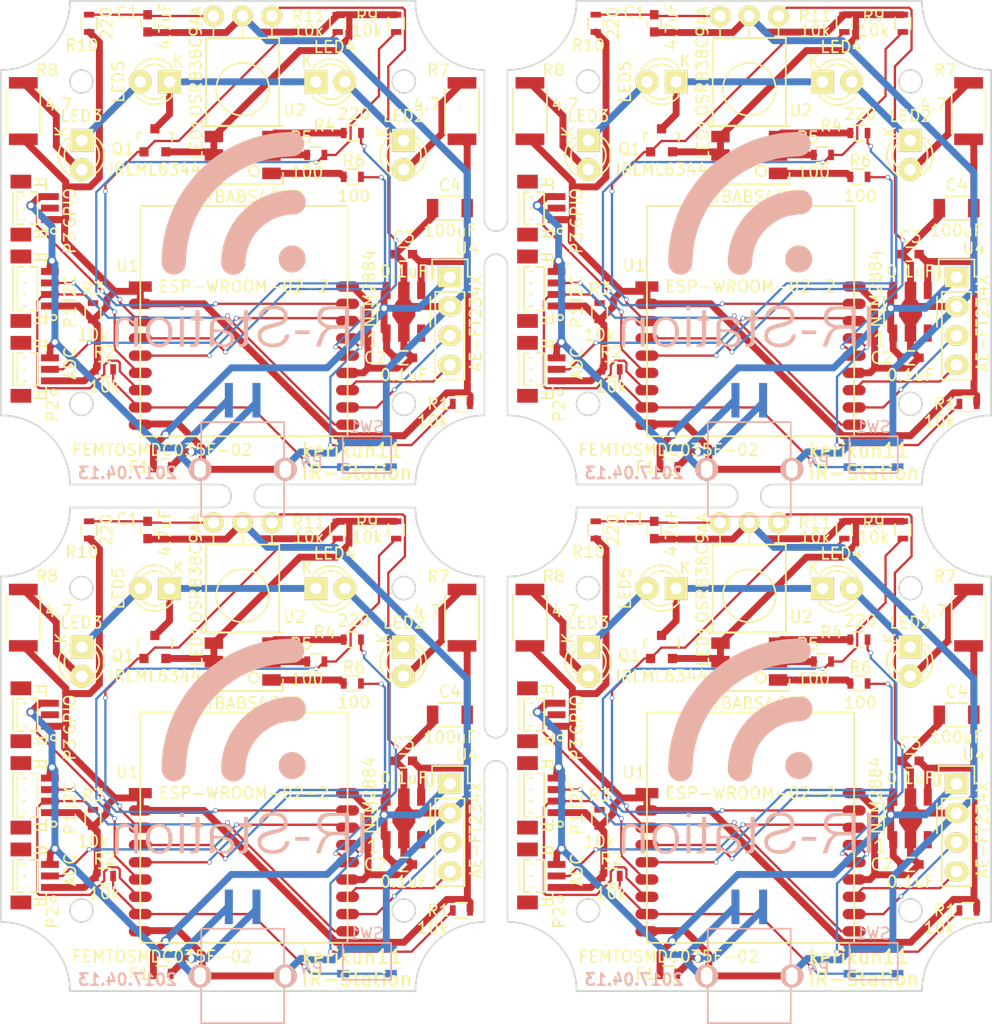
<source format=kicad_pcb>
(kicad_pcb (version 4) (host pcbnew 4.0.1-stable)
  (layers (0 F.Cu signal) (31 B.Cu signal) (34 B.Paste user) (35 F.Paste user) (36 B.SilkS user) (37 F.SilkS user) (38 B.Mask user) (39 F.Mask user) (44 Edge.Cuts user))
  (net 0 "")
  (net 1 +3V3)
  (net 2 GND)
  (net 3 +5V)
  (net 4 "Net-(LED1-Pad1)")
  (net 5 "Net-(LED1-Pad2)")
  (net 6 "Net-(LED2-Pad1)")
  (net 7 "Net-(LED2-Pad2)")
  (net 8 "Net-(LED3-Pad1)")
  (net 9 IR_OUT)
  (net 10 RESET)
  (net 11 BUTTON)
  (net 12 LED_R)
  (net 13 LED_G)
  (net 14 LED_B)
  (net 15 RXD)
  (net 16 TXD)
  (net 17 IR_IN)
  (net 18 SDA)
  (net 19 SCL)
  (net 20 ADC)
  (net 21 GPIO16)
  (net 22 /vbus)
  (net 23 "Net-(LED1-Pad3)")
  (net 24 "Net-(LED3-Pad2)")
  (net 25 "Net-(LED4-Pad1)")
  (net 26 "Net-(C1-Pad1)")
  (module IR-station:IR-Station (layer B.Cu) (at 100 144 180)
    (fp_text reference G*** hide)
    (fp_text value LOGO hide)
  )
  (module Pin_Headers:Pin_Header_Straight_1x04 (layer F.Cu) (at 118 147)
    (fp_text reference U4 (at 1.5 -2.5) (layer F.SilkS))
    (fp_text value AE-FT234X (at 2.25 4 90) (layer F.SilkS))
    (pad 1 thru_hole rect (at 0 0) (size 2.032 1.7272) (drill 1.016) (layers *.Cu *.Mask F.SilkS) (net 3 +5V))
    (pad 2 thru_hole oval (at 0 2.54) (size 2.032 1.7272) (drill 1.016) (layers *.Cu *.Mask F.SilkS) (net 2 GND))
    (pad 3 thru_hole oval (at 0 5.08) (size 2.032 1.7272) (drill 1.016) (layers *.Cu *.Mask F.SilkS) (net 15 RXD))
    (pad 4 thru_hole oval (at 0 7.62) (size 2.032 1.7272) (drill 1.016) (layers *.Cu *.Mask F.SilkS) (net 16 TXD))
  )
  (module TO_SOT_Packages_SMD:SOT89-5_Housing (layer F.Cu) (at 114 150)
    (fp_text reference U3 (at 2.78 -3.25 180) (layer F.SilkS))
    (fp_text value NJM2884 (at -3 -2 90) (layer F.SilkS))
    (pad 2 smd trapezoid (at 0 -0.72644) (size 1.50114 0.7493) (rect_delta 0 0.50038) (layers F.Cu F.Paste F.Mask) (net 2 GND))
    (pad 5 smd rect (at -1.50114 -1.85166) (size 0.70104 1.50114) (layers F.Cu F.Paste F.Mask) (net 3 +5V))
    (pad 4 smd rect (at 1.50114 -1.85166) (size 0.70104 1.50114) (layers F.Cu F.Paste F.Mask) (net 1 +3V3))
    (pad 1 smd rect (at -1.50114 1.85166) (size 0.70104 1.50114) (layers F.Cu F.Paste F.Mask) (net 3 +5V))
    (pad 2 smd rect (at 0 1.85166) (size 1.00076 1.50114) (layers F.Cu F.Paste F.Mask) (net 2 GND))
    (pad 3 smd rect (at 1.50114 1.85166) (size 0.70104 1.50114) (layers F.Cu F.Paste F.Mask))
    (pad 2 smd rect (at 0 -1.85166) (size 1.00076 1.50114) (layers F.Cu F.Paste F.Mask) (net 2 GND))
    (pad 2 smd trapezoid (at 0 0.72644 180) (size 1.50114 0.7493) (rect_delta 0 0.50038) (layers F.Cu F.Paste F.Mask) (net 2 GND))
    (pad 2 smd rect (at 0 0) (size 1.99898 0.8001) (layers F.Cu F.Paste F.Mask) (net 2 GND))
  )
  (module IR-station:PL-IRMxxxx_Angle (layer F.Cu) (at 100 124.315 180)
    (fp_text reference U2 (at -4.5 -8.185 180) (layer F.SilkS))
    (fp_text value OSRB38C9AA (at 4.064 -3.937 270) (layer F.SilkS))
    (pad 1 thru_hole circle (at -2.54 0 180) (size 1.8 1.8) (drill 1) (layers *.Cu *.Mask F.SilkS) (net 17 IR_IN))
    (pad 2 thru_hole circle (at 0 0 180) (size 1.8 1.8) (drill 1) (layers *.Cu *.Mask F.SilkS) (net 2 GND))
    (pad 3 thru_hole circle (at 2.54 0 180) (size 1.8 1.8) (drill 1) (layers *.Cu *.Mask F.SilkS) (net 26 "Net-(C1-Pad1)"))
  )
  (module IR-station:ESP-WROOM-02 (layer F.Cu) (at 91.11 147.81)
    (fp_text reference U1 (at -1.11 -1.81) (layer F.SilkS))
    (fp_text value ESP-WROOM-02-2 (at 9 0) (layer F.SilkS))
    (pad 10 smd oval (at 18 12) (size 2 0.9) (layers F.Cu F.Paste F.Mask) (net 19 SCL))
    (pad 9 smd oval (at 0 12) (size 2 0.9) (layers F.Cu F.Paste F.Mask) (net 2 GND))
    (pad 1 smd rect (at 0 0) (size 2 0.9) (layers F.Cu F.Paste F.Mask) (net 1 +3V3))
    (pad 2 smd oval (at 0 1.5) (size 2 0.9) (layers F.Cu F.Paste F.Mask) (net 1 +3V3))
    (pad 3 smd oval (at 0 3) (size 2 0.9) (layers F.Cu F.Paste F.Mask) (net 9 IR_OUT))
    (pad 4 smd oval (at 0 4.5) (size 2 0.9) (layers F.Cu F.Paste F.Mask) (net 12 LED_R))
    (pad 5 smd oval (at 0 6) (size 2 0.9) (layers F.Cu F.Paste F.Mask) (net 14 LED_B))
    (pad 6 smd oval (at 0 7.5) (size 2 0.9) (layers F.Cu F.Paste F.Mask) (net 13 LED_G))
    (pad 7 smd oval (at 0 9) (size 2 0.9) (layers F.Cu F.Paste F.Mask) (net 18 SDA))
    (pad 8 smd oval (at 0 10.5) (size 2 0.9) (layers F.Cu F.Paste F.Mask) (net 11 BUTTON))
    (pad 11 smd oval (at 18 10.5) (size 2 0.9) (layers F.Cu F.Paste F.Mask) (net 15 RXD))
    (pad 12 smd oval (at 18 9) (size 2 0.9) (layers F.Cu F.Paste F.Mask) (net 16 TXD))
    (pad 13 smd oval (at 18 7.5) (size 2 0.9) (layers F.Cu F.Paste F.Mask) (net 2 GND))
    (pad 14 smd oval (at 18 6) (size 2 0.9) (layers F.Cu F.Paste F.Mask) (net 17 IR_IN))
    (pad 15 smd oval (at 18 4.5) (size 2 0.9) (layers F.Cu F.Paste F.Mask) (net 10 RESET))
    (pad 16 smd oval (at 18 3) (size 2 0.9) (layers F.Cu F.Paste F.Mask) (net 20 ADC))
    (pad 17 smd oval (at 18 1.5) (size 2 0.9) (layers F.Cu F.Paste F.Mask) (net 21 GPIO16))
    (pad 18 smd oval (at 18 0) (size 2 0.9) (layers F.Cu F.Paste F.Mask) (net 2 GND))
  )
  (module IR-station:SW_PUSH (layer B.Cu) (at 110.795 162.415)
    (fp_text reference SW1 (at -0.045 -2.415) (layer B.SilkS) (effects (justify mirror)))
    (fp_text value BUTTON)
    (pad 2 smd rect (at 2.075 -1.075) (size 1.05 0.65) (layers B.Cu B.Paste B.Mask) (net 2 GND))
    (pad 2 smd rect (at -2.075 -1.075) (size 1.05 0.65) (layers B.Cu B.Paste B.Mask) (net 2 GND))
    (pad 1 smd rect (at -2.075 1.075) (size 1.05 0.65) (layers B.Cu B.Paste B.Mask) (net 11 BUTTON))
    (pad 1 smd rect (at 2.075 1.075) (size 1.05 0.65) (layers B.Cu B.Paste B.Mask) (net 11 BUTTON))
  )
  (module IR-station:USB_Micro_B_Power (layer B.Cu) (at 100 163.685)
    (fp_text reference P4 (at 6 -0.685) (layer B.SilkS) (effects (justify mirror)))
    (fp_text value USB_Power)
    (pad 6 thru_hole oval (at -3.7 0) (size 2 2) (drill oval 1 1.5) (layers *.Cu *.Mask B.SilkS) (net 2 GND))
    (pad 6 thru_hole oval (at 3.7 0) (size 2 2) (drill oval 1 1.5) (layers *.Cu *.Mask B.SilkS) (net 2 GND))
    (pad 5 smd rect (at -1.2 -6) (size 0.7 3) (layers B.Cu B.Paste B.Mask) (net 2 GND))
    (pad 1 smd rect (at 1.2 -6) (size 0.7 3) (layers B.Cu B.Paste B.Mask) (net 22 /vbus))
  )
  (module IR-station:OSTBABS4C2B (layer F.Cu) (at 100 136.38 180)
    (fp_text reference LED1 (at 4 1.38 270) (layer F.SilkS))
    (fp_text value OSTBABS4C2B (at 0 -3.62 180) (layer F.SilkS))
    (pad 4 smd rect (at 2.5 1.6 180) (size 1.6 1) (layers F.Cu F.Paste F.Mask) (net 2 GND))
    (pad 5 smd rect (at 2.5 0 180) (size 1.6 1) (layers F.Cu F.Paste F.Mask) (net 2 GND))
    (pad 6 smd rect (at 2.5 -1.6 180) (size 1.6 1) (layers F.Cu F.Paste F.Mask) (net 2 GND))
    (pad 3 smd rect (at -2.5 1.6 180) (size 1.6 1) (layers F.Cu F.Paste F.Mask) (net 23 "Net-(LED1-Pad3)"))
    (pad 2 smd rect (at -2.5 0 180) (size 1.6 1) (layers F.Cu F.Paste F.Mask) (net 5 "Net-(LED1-Pad2)"))
    (pad 1 smd rect (at -2.5 -1.6 180) (size 1.6 1) (layers F.Cu F.Paste F.Mask) (net 4 "Net-(LED1-Pad1)"))
  )
  (module Resistors_SMD:R_0603 (layer F.Cu) (at 93 163.5)
    (fp_text reference F1 (at -2 0) (layer F.SilkS))
    (fp_text value FEMTOSMDC035F-02 (at 0 -1.5) (layer F.SilkS))
    (pad 1 smd rect (at -0.75 0) (size 0.5 0.9) (layers F.Cu F.Paste F.Mask) (net 3 +5V))
    (pad 2 smd rect (at 0.75 0) (size 0.5 0.9) (layers F.Cu F.Paste F.Mask) (net 22 /vbus))
  )
  (module Connectors_JST:JST_SH_BM03B-SRSS-TB_03x1.00mm_Straight (layer F.Cu) (at 82 141 90)
    (fp_text reference P3 (at -3 3 90) (layer F.SilkS))
    (fp_text value GPIO (at 0 3 270) (layer F.SilkS))
    (pad 1 smd rect (at -1 1.2625 90) (size 0.6 1.55) (layers F.Cu F.Paste F.Mask) (net 1 +3V3))
    (pad 2 smd rect (at 0 1.2625 90) (size 0.6 1.55) (layers F.Cu F.Paste F.Mask) (net 21 GPIO16))
    (pad 3 smd rect (at 1 1.2625 90) (size 0.6 1.55) (layers F.Cu F.Paste F.Mask) (net 2 GND))
    (pad "" smd rect (at -2.3 -1.2625 90) (size 1.2 1.8) (layers F.Cu F.Paste F.Mask))
    (pad "" smd rect (at 2.3 -1.2625 90) (size 1.2 1.8) (layers F.Cu F.Paste F.Mask))
  )
  (module Connectors_JST:JST_SH_BM03B-SRSS-TB_03x1.00mm_Straight (layer F.Cu) (at 82 155 90)
    (fp_text reference P2 (at -3.605 1.49 270) (layer F.SilkS))
    (fp_text value ADC (at 0.53 3.015 270) (layer F.SilkS))
    (pad 1 smd rect (at -1 1.2625 90) (size 0.6 1.55) (layers F.Cu F.Paste F.Mask) (net 1 +3V3))
    (pad 2 smd rect (at 0 1.2625 90) (size 0.6 1.55) (layers F.Cu F.Paste F.Mask) (net 20 ADC))
    (pad 3 smd rect (at 1 1.2625 90) (size 0.6 1.55) (layers F.Cu F.Paste F.Mask) (net 2 GND))
    (pad "" smd rect (at -2.3 -1.2625 90) (size 1.2 1.8) (layers F.Cu F.Paste F.Mask))
    (pad "" smd rect (at 2.3 -1.2625 90) (size 1.2 1.8) (layers F.Cu F.Paste F.Mask))
  )
  (module Connectors_JST:JST_SH_BM04B-SRSS-TB_04x1.00mm_Straight (layer F.Cu) (at 82 148 90)
    (fp_text reference P1 (at -2.47 3.015 90) (layer F.SilkS))
    (fp_text value I2C (at 0 3 90) (layer F.SilkS))
    (pad 1 smd rect (at -1.5 1.2625 90) (size 0.6 1.55) (layers F.Cu F.Paste F.Mask) (net 1 +3V3))
    (pad 2 smd rect (at -0.5 1.2625 90) (size 0.6 1.55) (layers F.Cu F.Paste F.Mask) (net 18 SDA))
    (pad 3 smd rect (at 0.5 1.2625 90) (size 0.6 1.55) (layers F.Cu F.Paste F.Mask) (net 19 SCL))
    (pad 4 smd rect (at 1.5 1.2625 90) (size 0.6 1.55) (layers F.Cu F.Paste F.Mask) (net 2 GND))
    (pad "" smd rect (at -2.8 -1.2625 90) (size 1.2 1.8) (layers F.Cu F.Paste F.Mask))
    (pad "" smd rect (at 2.8 -1.2625 90) (size 1.2 1.8) (layers F.Cu F.Paste F.Mask))
  )
  (module Resistors_SMD:R_0603 (layer F.Cu) (at 108.255 124.95 90)
    (fp_text reference R11 (at 0.635 -2.54 180) (layer F.SilkS))
    (fp_text value 10k (at -0.635 -2.54 180) (layer F.SilkS))
    (pad 1 smd rect (at -0.75 0 90) (size 0.5 0.9) (layers F.Cu F.Paste F.Mask) (net 9 IR_OUT))
    (pad 2 smd rect (at 0.75 0 90) (size 0.5 0.9) (layers F.Cu F.Paste F.Mask) (net 2 GND))
  )
  (module Resistors_SMD:R_0603 (layer F.Cu) (at 86.665 124.95 90)
    (fp_text reference R10 (at -1.905 -0.635 360) (layer F.SilkS))
    (fp_text value 220 (at 0 1.5 270) (layer F.SilkS))
    (pad 1 smd rect (at -0.75 0 90) (size 0.5 0.9) (layers F.Cu F.Paste F.Mask) (net 1 +3V3))
    (pad 2 smd rect (at 0.75 0 90) (size 0.5 0.9) (layers F.Cu F.Paste F.Mask) (net 26 "Net-(C1-Pad1)"))
  )
  (module Resistors_SMD:R_0603 (layer F.Cu) (at 113.335 124.95 90)
    (fp_text reference R9 (at 0.635 -2.54 360) (layer F.SilkS))
    (fp_text value 10k (at -0.635 -2.54 180) (layer F.SilkS))
    (pad 1 smd rect (at -0.75 0 90) (size 0.5 0.9) (layers F.Cu F.Paste F.Mask) (net 13 LED_G))
    (pad 2 smd rect (at 0.75 0 90) (size 0.5 0.9) (layers F.Cu F.Paste F.Mask) (net 2 GND))
  )
  (module Resistors_SMD:R_2010 (layer F.Cu) (at 80.95 132.57 90)
    (fp_text reference R8 (at 3.57 2.05 180) (layer F.SilkS))
    (fp_text value 4.7 (at 0.57 3.05 180) (layer F.SilkS))
    (pad 1 smd rect (at -2.45 0 90) (size 1 2.5) (layers F.Cu F.Paste F.Mask) (net 1 +3V3))
    (pad 2 smd rect (at 2.45 0 90) (size 1 2.5) (layers F.Cu F.Paste F.Mask) (net 24 "Net-(LED3-Pad2)"))
  )
  (module Resistors_SMD:R_2010 (layer F.Cu) (at 119.05 132.57 90)
    (fp_text reference R7 (at 3.57 -2.05 180) (layer F.SilkS))
    (fp_text value 4.7 (at 0.57 -3.05 360) (layer F.SilkS))
    (pad 1 smd rect (at -2.45 0 90) (size 1 2.5) (layers F.Cu F.Paste F.Mask) (net 1 +3V3))
    (pad 2 smd rect (at 2.45 0 90) (size 1 2.5) (layers F.Cu F.Paste F.Mask) (net 7 "Net-(LED2-Pad2)"))
  )
  (module Resistors_SMD:R_0603 (layer F.Cu) (at 109.525 138.285 180)
    (fp_text reference R6 (at -0.127 1.397 360) (layer F.SilkS))
    (fp_text value 100 (at -0.127 -1.651 180) (layer F.SilkS))
    (pad 1 smd rect (at -0.75 0 180) (size 0.5 0.9) (layers F.Cu F.Paste F.Mask) (net 14 LED_B))
    (pad 2 smd rect (at 0.75 0 180) (size 0.5 0.9) (layers F.Cu F.Paste F.Mask) (net 4 "Net-(LED1-Pad1)"))
  )
  (module Resistors_SMD:R_0603 (layer F.Cu) (at 106.35 136.38 180)
    (fp_text reference R5 (at 1.27 1.524 360) (layer F.SilkS))
    (fp_text value 100 (at 0.762 -1.524 180) (layer F.SilkS))
    (pad 1 smd rect (at -0.75 0 180) (size 0.5 0.9) (layers F.Cu F.Paste F.Mask) (net 13 LED_G))
    (pad 2 smd rect (at 0.75 0 180) (size 0.5 0.9) (layers F.Cu F.Paste F.Mask) (net 5 "Net-(LED1-Pad2)"))
  )
  (module Resistors_SMD:R_0603 (layer F.Cu) (at 109.525 134.475 180)
    (fp_text reference R4 (at 2.413 0.635 360) (layer F.SilkS))
    (fp_text value 220 (at -0.127 1.651 180) (layer F.SilkS))
    (pad 1 smd rect (at -0.75 0 180) (size 0.5 0.9) (layers F.Cu F.Paste F.Mask) (net 12 LED_R))
    (pad 2 smd rect (at 0.75 0 180) (size 0.5 0.9) (layers F.Cu F.Paste F.Mask) (net 23 "Net-(LED1-Pad3)"))
  )
  (module Resistors_SMD:R_0603 (layer F.Cu) (at 87 150 90)
    (fp_text reference R3 (at 2 0 360) (layer F.SilkS))
    (fp_text value 10k (at -2 0 180) (layer F.SilkS))
    (pad 1 smd rect (at -0.75 0 90) (size 0.5 0.9) (layers F.Cu F.Paste F.Mask) (net 1 +3V3))
    (pad 2 smd rect (at 0.75 0 90) (size 0.5 0.9) (layers F.Cu F.Paste F.Mask) (net 18 SDA))
  )
  (module Resistors_SMD:R_0603 (layer F.Cu) (at 88 155)
    (fp_text reference R2 (at 0 -1.5 180) (layer F.SilkS))
    (fp_text value 10k (at 0 1.5) (layer F.SilkS))
    (pad 1 smd rect (at -0.75 0) (size 0.5 0.9) (layers F.Cu F.Paste F.Mask) (net 1 +3V3))
    (pad 2 smd rect (at 0.75 0) (size 0.5 0.9) (layers F.Cu F.Paste F.Mask) (net 11 BUTTON))
  )
  (module Resistors_SMD:R_0603 (layer F.Cu) (at 119 158 180)
    (fp_text reference R1 (at 2 0 360) (layer F.SilkS))
    (fp_text value 10k (at 2.5 -1.5 180) (layer F.SilkS))
    (pad 1 smd rect (at -0.75 0 180) (size 0.5 0.9) (layers F.Cu F.Paste F.Mask) (net 1 +3V3))
    (pad 2 smd rect (at 0.75 0 180) (size 0.5 0.9) (layers F.Cu F.Paste F.Mask) (net 10 RESET))
  )
  (module Capacitors_SMD:C_1206 (layer F.Cu) (at 118 141 180)
    (fp_text reference C4 (at 0 2 360) (layer F.SilkS))
    (fp_text value 100uF (at 0 -1.95 180) (layer F.SilkS))
    (pad 1 smd rect (at -1.5 0 180) (size 1 1.6) (layers F.Cu F.Paste F.Mask) (net 1 +3V3))
    (pad 2 smd rect (at 1.5 0 180) (size 1 1.6) (layers F.Cu F.Paste F.Mask) (net 2 GND))
  )
  (module Capacitors_SMD:C_0603 (layer F.Cu) (at 114 145 180)
    (fp_text reference C3 (at 0 1.5 360) (layer F.SilkS))
    (fp_text value 0.1uF (at 0 -1.5 360) (layer F.SilkS))
    (pad 1 smd rect (at -0.75 0 180) (size 0.8 0.75) (layers F.Cu F.Paste F.Mask) (net 1 +3V3))
    (pad 2 smd rect (at 0.75 0 180) (size 0.8 0.75) (layers F.Cu F.Paste F.Mask) (net 2 GND))
  )
  (module Capacitors_SMD:C_0603 (layer F.Cu) (at 114 154)
    (fp_text reference C2 (at -2.5 0 180) (layer F.SilkS))
    (fp_text value 0.1uF (at 0 1.5) (layer F.SilkS))
    (pad 1 smd rect (at -0.75 0) (size 0.8 0.75) (layers F.Cu F.Paste F.Mask) (net 3 +5V))
    (pad 2 smd rect (at 0.75 0) (size 0.8 0.75) (layers F.Cu F.Paste F.Mask) (net 2 GND))
  )
  (module Capacitors_SMD:C_0603 (layer F.Cu) (at 91.745 124.95 270)
    (fp_text reference C1 (at -0.95 1.745 540) (layer F.SilkS))
    (fp_text value 4.7uF (at 0.254 -1.524 270) (layer F.SilkS))
    (pad 1 smd rect (at -0.75 0 270) (size 0.8 0.75) (layers F.Cu F.Paste F.Mask) (net 26 "Net-(C1-Pad1)"))
    (pad 2 smd rect (at 0.75 0 270) (size 0.8 0.75) (layers F.Cu F.Paste F.Mask) (net 2 GND))
  )
  (module TO_SOT_Packages_SMD:SOT-23 (layer F.Cu) (at 92.38 135.11)
    (fp_text reference Q1 (at -2.794 0.762) (layer F.SilkS))
    (fp_text value IRLML6344 (at 0 2.54) (layer F.SilkS))
    (pad 1 smd rect (at -0.95 1.00076) (size 0.8001 0.8001) (layers F.Cu F.Paste F.Mask) (net 9 IR_OUT))
    (pad 2 smd rect (at 0.95 1.00076) (size 0.8001 0.8001) (layers F.Cu F.Paste F.Mask) (net 2 GND))
    (pad 3 smd rect (at 0 -0.99822) (size 0.8001 0.8001) (layers F.Cu F.Paste F.Mask) (net 25 "Net-(LED4-Pad1)"))
  )
  (module LEDs:LED-3MM (layer F.Cu) (at 93.65 130.03 180)
    (fp_text reference LED5 (at 4.445 0 450) (layer F.SilkS))
    (fp_text value IR_LED)
    (fp_text user K (at -0.762 1.778 180) (layer F.SilkS))
    (pad 1 thru_hole rect (at 0 0 270) (size 2 2) (drill 1.00076) (layers *.Cu *.Mask F.SilkS) (net 25 "Net-(LED4-Pad1)"))
    (pad 2 thru_hole circle (at 2.54 0 180) (size 2 2) (drill 1.00076) (layers *.Cu *.Mask F.SilkS) (net 8 "Net-(LED3-Pad1)"))
  )
  (module LEDs:LED-3MM (layer F.Cu) (at 106.35 130.03)
    (fp_text reference LED4 (at 1.65 -3.03) (layer F.SilkS))
    (fp_text value IR_LED)
    (fp_text user K (at -0.762 -1.778) (layer F.SilkS))
    (pad 1 thru_hole rect (at 0 0 90) (size 2 2) (drill 1.00076) (layers *.Cu *.Mask F.SilkS) (net 25 "Net-(LED4-Pad1)"))
    (pad 2 thru_hole circle (at 2.54 0) (size 2 2) (drill 1.00076) (layers *.Cu *.Mask F.SilkS) (net 6 "Net-(LED2-Pad1)"))
  )
  (module LEDs:LED-3MM (layer F.Cu) (at 86.03 135.11 270)
    (fp_text reference LED3 (at -2.11 0.03 360) (layer F.SilkS))
    (fp_text value IR_LED)
    (fp_text user K (at -0.762 1.778 270) (layer F.SilkS))
    (pad 1 thru_hole rect (at 0 0) (size 2 2) (drill 1.00076) (layers *.Cu *.Mask F.SilkS) (net 8 "Net-(LED3-Pad1)"))
    (pad 2 thru_hole circle (at 2.54 0 270) (size 2 2) (drill 1.00076) (layers *.Cu *.Mask F.SilkS) (net 24 "Net-(LED3-Pad2)"))
  )
  (module LEDs:LED-3MM (layer F.Cu) (at 113.97 135.11 270)
    (fp_text reference LED2 (at -2.11 -0.03 360) (layer F.SilkS))
    (fp_text value IR_LED)
    (fp_text user K (at -0.762 1.778 270) (layer F.SilkS))
    (pad 1 thru_hole rect (at 0 0) (size 2 2) (drill 1.00076) (layers *.Cu *.Mask F.SilkS) (net 6 "Net-(LED2-Pad1)"))
    (pad 2 thru_hole circle (at 2.54 0 270) (size 2 2) (drill 1.00076) (layers *.Cu *.Mask F.SilkS) (net 7 "Net-(LED2-Pad2)"))
  )
  (module LEDs:LED-3MM (layer F.Cu) (at 69.97 135.11 270)
    (fp_text reference LED2 (at -2.11 -0.03 360) (layer F.SilkS))
    (fp_text value IR_LED)
    (fp_text user K (at -0.762 1.778 270) (layer F.SilkS))
    (pad 1 thru_hole rect (at 0 0) (size 2 2) (drill 1.00076) (layers *.Cu *.Mask F.SilkS) (net 6 "Net-(LED2-Pad1)"))
    (pad 2 thru_hole circle (at 2.54 0 270) (size 2 2) (drill 1.00076) (layers *.Cu *.Mask F.SilkS) (net 7 "Net-(LED2-Pad2)"))
  )
  (module LEDs:LED-3MM (layer F.Cu) (at 42.03 135.11 270)
    (fp_text reference LED3 (at -2.11 0.03 360) (layer F.SilkS))
    (fp_text value IR_LED)
    (fp_text user K (at -0.762 1.778 270) (layer F.SilkS))
    (pad 1 thru_hole rect (at 0 0) (size 2 2) (drill 1.00076) (layers *.Cu *.Mask F.SilkS) (net 8 "Net-(LED3-Pad1)"))
    (pad 2 thru_hole circle (at 2.54 0 270) (size 2 2) (drill 1.00076) (layers *.Cu *.Mask F.SilkS) (net 24 "Net-(LED3-Pad2)"))
  )
  (module LEDs:LED-3MM (layer F.Cu) (at 62.35 130.03)
    (fp_text reference LED4 (at 1.65 -3.03) (layer F.SilkS))
    (fp_text value IR_LED)
    (fp_text user K (at -0.762 -1.778) (layer F.SilkS))
    (pad 1 thru_hole rect (at 0 0 90) (size 2 2) (drill 1.00076) (layers *.Cu *.Mask F.SilkS) (net 25 "Net-(LED4-Pad1)"))
    (pad 2 thru_hole circle (at 2.54 0) (size 2 2) (drill 1.00076) (layers *.Cu *.Mask F.SilkS) (net 6 "Net-(LED2-Pad1)"))
  )
  (module LEDs:LED-3MM (layer F.Cu) (at 49.65 130.03 180)
    (fp_text reference LED5 (at 4.445 0 450) (layer F.SilkS))
    (fp_text value IR_LED)
    (fp_text user K (at -0.762 1.778 180) (layer F.SilkS))
    (pad 1 thru_hole rect (at 0 0 270) (size 2 2) (drill 1.00076) (layers *.Cu *.Mask F.SilkS) (net 25 "Net-(LED4-Pad1)"))
    (pad 2 thru_hole circle (at 2.54 0 180) (size 2 2) (drill 1.00076) (layers *.Cu *.Mask F.SilkS) (net 8 "Net-(LED3-Pad1)"))
  )
  (module TO_SOT_Packages_SMD:SOT-23 (layer F.Cu) (at 48.38 135.11)
    (fp_text reference Q1 (at -2.794 0.762) (layer F.SilkS))
    (fp_text value IRLML6344 (at 0 2.54) (layer F.SilkS))
    (pad 1 smd rect (at -0.95 1.00076) (size 0.8001 0.8001) (layers F.Cu F.Paste F.Mask) (net 9 IR_OUT))
    (pad 2 smd rect (at 0.95 1.00076) (size 0.8001 0.8001) (layers F.Cu F.Paste F.Mask) (net 2 GND))
    (pad 3 smd rect (at 0 -0.99822) (size 0.8001 0.8001) (layers F.Cu F.Paste F.Mask) (net 25 "Net-(LED4-Pad1)"))
  )
  (module Capacitors_SMD:C_0603 (layer F.Cu) (at 47.745 124.95 270)
    (fp_text reference C1 (at -0.95 1.745 540) (layer F.SilkS))
    (fp_text value 4.7uF (at 0.254 -1.524 270) (layer F.SilkS))
    (pad 1 smd rect (at -0.75 0 270) (size 0.8 0.75) (layers F.Cu F.Paste F.Mask) (net 26 "Net-(C1-Pad1)"))
    (pad 2 smd rect (at 0.75 0 270) (size 0.8 0.75) (layers F.Cu F.Paste F.Mask) (net 2 GND))
  )
  (module Capacitors_SMD:C_0603 (layer F.Cu) (at 70 154)
    (fp_text reference C2 (at -2.5 0 180) (layer F.SilkS))
    (fp_text value 0.1uF (at 0 1.5) (layer F.SilkS))
    (pad 1 smd rect (at -0.75 0) (size 0.8 0.75) (layers F.Cu F.Paste F.Mask) (net 3 +5V))
    (pad 2 smd rect (at 0.75 0) (size 0.8 0.75) (layers F.Cu F.Paste F.Mask) (net 2 GND))
  )
  (module Capacitors_SMD:C_0603 (layer F.Cu) (at 70 145 180)
    (fp_text reference C3 (at 0 1.5 360) (layer F.SilkS))
    (fp_text value 0.1uF (at 0 -1.5 360) (layer F.SilkS))
    (pad 1 smd rect (at -0.75 0 180) (size 0.8 0.75) (layers F.Cu F.Paste F.Mask) (net 1 +3V3))
    (pad 2 smd rect (at 0.75 0 180) (size 0.8 0.75) (layers F.Cu F.Paste F.Mask) (net 2 GND))
  )
  (module Capacitors_SMD:C_1206 (layer F.Cu) (at 74 141 180)
    (fp_text reference C4 (at 0 2 360) (layer F.SilkS))
    (fp_text value 100uF (at 0 -1.95 180) (layer F.SilkS))
    (pad 1 smd rect (at -1.5 0 180) (size 1 1.6) (layers F.Cu F.Paste F.Mask) (net 1 +3V3))
    (pad 2 smd rect (at 1.5 0 180) (size 1 1.6) (layers F.Cu F.Paste F.Mask) (net 2 GND))
  )
  (module Resistors_SMD:R_0603 (layer F.Cu) (at 75 158 180)
    (fp_text reference R1 (at 2 0 360) (layer F.SilkS))
    (fp_text value 10k (at 2.5 -1.5 180) (layer F.SilkS))
    (pad 1 smd rect (at -0.75 0 180) (size 0.5 0.9) (layers F.Cu F.Paste F.Mask) (net 1 +3V3))
    (pad 2 smd rect (at 0.75 0 180) (size 0.5 0.9) (layers F.Cu F.Paste F.Mask) (net 10 RESET))
  )
  (module Resistors_SMD:R_0603 (layer F.Cu) (at 44 155)
    (fp_text reference R2 (at 0 -1.5 180) (layer F.SilkS))
    (fp_text value 10k (at 0 1.5) (layer F.SilkS))
    (pad 1 smd rect (at -0.75 0) (size 0.5 0.9) (layers F.Cu F.Paste F.Mask) (net 1 +3V3))
    (pad 2 smd rect (at 0.75 0) (size 0.5 0.9) (layers F.Cu F.Paste F.Mask) (net 11 BUTTON))
  )
  (module Resistors_SMD:R_0603 (layer F.Cu) (at 43 150 90)
    (fp_text reference R3 (at 2 0 360) (layer F.SilkS))
    (fp_text value 10k (at -2 0 180) (layer F.SilkS))
    (pad 1 smd rect (at -0.75 0 90) (size 0.5 0.9) (layers F.Cu F.Paste F.Mask) (net 1 +3V3))
    (pad 2 smd rect (at 0.75 0 90) (size 0.5 0.9) (layers F.Cu F.Paste F.Mask) (net 18 SDA))
  )
  (module Resistors_SMD:R_0603 (layer F.Cu) (at 65.525 134.475 180)
    (fp_text reference R4 (at 2.413 0.635 360) (layer F.SilkS))
    (fp_text value 220 (at -0.127 1.651 180) (layer F.SilkS))
    (pad 1 smd rect (at -0.75 0 180) (size 0.5 0.9) (layers F.Cu F.Paste F.Mask) (net 12 LED_R))
    (pad 2 smd rect (at 0.75 0 180) (size 0.5 0.9) (layers F.Cu F.Paste F.Mask) (net 23 "Net-(LED1-Pad3)"))
  )
  (module Resistors_SMD:R_0603 (layer F.Cu) (at 62.35 136.38 180)
    (fp_text reference R5 (at 1.27 1.524 360) (layer F.SilkS))
    (fp_text value 100 (at 0.762 -1.524 180) (layer F.SilkS))
    (pad 1 smd rect (at -0.75 0 180) (size 0.5 0.9) (layers F.Cu F.Paste F.Mask) (net 13 LED_G))
    (pad 2 smd rect (at 0.75 0 180) (size 0.5 0.9) (layers F.Cu F.Paste F.Mask) (net 5 "Net-(LED1-Pad2)"))
  )
  (module Resistors_SMD:R_0603 (layer F.Cu) (at 65.525 138.285 180)
    (fp_text reference R6 (at -0.127 1.397 360) (layer F.SilkS))
    (fp_text value 100 (at -0.127 -1.651 180) (layer F.SilkS))
    (pad 1 smd rect (at -0.75 0 180) (size 0.5 0.9) (layers F.Cu F.Paste F.Mask) (net 14 LED_B))
    (pad 2 smd rect (at 0.75 0 180) (size 0.5 0.9) (layers F.Cu F.Paste F.Mask) (net 4 "Net-(LED1-Pad1)"))
  )
  (module Resistors_SMD:R_2010 (layer F.Cu) (at 75.05 132.57 90)
    (fp_text reference R7 (at 3.57 -2.05 180) (layer F.SilkS))
    (fp_text value 4.7 (at 0.57 -3.05 360) (layer F.SilkS))
    (pad 1 smd rect (at -2.45 0 90) (size 1 2.5) (layers F.Cu F.Paste F.Mask) (net 1 +3V3))
    (pad 2 smd rect (at 2.45 0 90) (size 1 2.5) (layers F.Cu F.Paste F.Mask) (net 7 "Net-(LED2-Pad2)"))
  )
  (module Resistors_SMD:R_2010 (layer F.Cu) (at 36.95 132.57 90)
    (fp_text reference R8 (at 3.57 2.05 180) (layer F.SilkS))
    (fp_text value 4.7 (at 0.57 3.05 180) (layer F.SilkS))
    (pad 1 smd rect (at -2.45 0 90) (size 1 2.5) (layers F.Cu F.Paste F.Mask) (net 1 +3V3))
    (pad 2 smd rect (at 2.45 0 90) (size 1 2.5) (layers F.Cu F.Paste F.Mask) (net 24 "Net-(LED3-Pad2)"))
  )
  (module Resistors_SMD:R_0603 (layer F.Cu) (at 69.335 124.95 90)
    (fp_text reference R9 (at 0.635 -2.54 360) (layer F.SilkS))
    (fp_text value 10k (at -0.635 -2.54 180) (layer F.SilkS))
    (pad 1 smd rect (at -0.75 0 90) (size 0.5 0.9) (layers F.Cu F.Paste F.Mask) (net 13 LED_G))
    (pad 2 smd rect (at 0.75 0 90) (size 0.5 0.9) (layers F.Cu F.Paste F.Mask) (net 2 GND))
  )
  (module Resistors_SMD:R_0603 (layer F.Cu) (at 42.665 124.95 90)
    (fp_text reference R10 (at -1.905 -0.635 360) (layer F.SilkS))
    (fp_text value 220 (at 0 1.5 270) (layer F.SilkS))
    (pad 1 smd rect (at -0.75 0 90) (size 0.5 0.9) (layers F.Cu F.Paste F.Mask) (net 1 +3V3))
    (pad 2 smd rect (at 0.75 0 90) (size 0.5 0.9) (layers F.Cu F.Paste F.Mask) (net 26 "Net-(C1-Pad1)"))
  )
  (module Resistors_SMD:R_0603 (layer F.Cu) (at 64.255 124.95 90)
    (fp_text reference R11 (at 0.635 -2.54 180) (layer F.SilkS))
    (fp_text value 10k (at -0.635 -2.54 180) (layer F.SilkS))
    (pad 1 smd rect (at -0.75 0 90) (size 0.5 0.9) (layers F.Cu F.Paste F.Mask) (net 9 IR_OUT))
    (pad 2 smd rect (at 0.75 0 90) (size 0.5 0.9) (layers F.Cu F.Paste F.Mask) (net 2 GND))
  )
  (module Connectors_JST:JST_SH_BM04B-SRSS-TB_04x1.00mm_Straight (layer F.Cu) (at 38 148 90)
    (fp_text reference P1 (at -2.47 3.015 90) (layer F.SilkS))
    (fp_text value I2C (at 0 3 90) (layer F.SilkS))
    (pad 1 smd rect (at -1.5 1.2625 90) (size 0.6 1.55) (layers F.Cu F.Paste F.Mask) (net 1 +3V3))
    (pad 2 smd rect (at -0.5 1.2625 90) (size 0.6 1.55) (layers F.Cu F.Paste F.Mask) (net 18 SDA))
    (pad 3 smd rect (at 0.5 1.2625 90) (size 0.6 1.55) (layers F.Cu F.Paste F.Mask) (net 19 SCL))
    (pad 4 smd rect (at 1.5 1.2625 90) (size 0.6 1.55) (layers F.Cu F.Paste F.Mask) (net 2 GND))
    (pad "" smd rect (at -2.8 -1.2625 90) (size 1.2 1.8) (layers F.Cu F.Paste F.Mask))
    (pad "" smd rect (at 2.8 -1.2625 90) (size 1.2 1.8) (layers F.Cu F.Paste F.Mask))
  )
  (module Connectors_JST:JST_SH_BM03B-SRSS-TB_03x1.00mm_Straight (layer F.Cu) (at 38 155 90)
    (fp_text reference P2 (at -3.605 1.49 270) (layer F.SilkS))
    (fp_text value ADC (at 0.53 3.015 270) (layer F.SilkS))
    (pad 1 smd rect (at -1 1.2625 90) (size 0.6 1.55) (layers F.Cu F.Paste F.Mask) (net 1 +3V3))
    (pad 2 smd rect (at 0 1.2625 90) (size 0.6 1.55) (layers F.Cu F.Paste F.Mask) (net 20 ADC))
    (pad 3 smd rect (at 1 1.2625 90) (size 0.6 1.55) (layers F.Cu F.Paste F.Mask) (net 2 GND))
    (pad "" smd rect (at -2.3 -1.2625 90) (size 1.2 1.8) (layers F.Cu F.Paste F.Mask))
    (pad "" smd rect (at 2.3 -1.2625 90) (size 1.2 1.8) (layers F.Cu F.Paste F.Mask))
  )
  (module Connectors_JST:JST_SH_BM03B-SRSS-TB_03x1.00mm_Straight (layer F.Cu) (at 38 141 90)
    (fp_text reference P3 (at -3 3 90) (layer F.SilkS))
    (fp_text value GPIO (at 0 3 270) (layer F.SilkS))
    (pad 1 smd rect (at -1 1.2625 90) (size 0.6 1.55) (layers F.Cu F.Paste F.Mask) (net 1 +3V3))
    (pad 2 smd rect (at 0 1.2625 90) (size 0.6 1.55) (layers F.Cu F.Paste F.Mask) (net 21 GPIO16))
    (pad 3 smd rect (at 1 1.2625 90) (size 0.6 1.55) (layers F.Cu F.Paste F.Mask) (net 2 GND))
    (pad "" smd rect (at -2.3 -1.2625 90) (size 1.2 1.8) (layers F.Cu F.Paste F.Mask))
    (pad "" smd rect (at 2.3 -1.2625 90) (size 1.2 1.8) (layers F.Cu F.Paste F.Mask))
  )
  (module Resistors_SMD:R_0603 (layer F.Cu) (at 49 163.5)
    (fp_text reference F1 (at -2 0) (layer F.SilkS))
    (fp_text value FEMTOSMDC035F-02 (at 0 -1.5) (layer F.SilkS))
    (pad 1 smd rect (at -0.75 0) (size 0.5 0.9) (layers F.Cu F.Paste F.Mask) (net 3 +5V))
    (pad 2 smd rect (at 0.75 0) (size 0.5 0.9) (layers F.Cu F.Paste F.Mask) (net 22 /vbus))
  )
  (module IR-station:OSTBABS4C2B (layer F.Cu) (at 56 136.38 180)
    (fp_text reference LED1 (at 4 1.38 270) (layer F.SilkS))
    (fp_text value OSTBABS4C2B (at 0 -3.62 180) (layer F.SilkS))
    (pad 4 smd rect (at 2.5 1.6 180) (size 1.6 1) (layers F.Cu F.Paste F.Mask) (net 2 GND))
    (pad 5 smd rect (at 2.5 0 180) (size 1.6 1) (layers F.Cu F.Paste F.Mask) (net 2 GND))
    (pad 6 smd rect (at 2.5 -1.6 180) (size 1.6 1) (layers F.Cu F.Paste F.Mask) (net 2 GND))
    (pad 3 smd rect (at -2.5 1.6 180) (size 1.6 1) (layers F.Cu F.Paste F.Mask) (net 23 "Net-(LED1-Pad3)"))
    (pad 2 smd rect (at -2.5 0 180) (size 1.6 1) (layers F.Cu F.Paste F.Mask) (net 5 "Net-(LED1-Pad2)"))
    (pad 1 smd rect (at -2.5 -1.6 180) (size 1.6 1) (layers F.Cu F.Paste F.Mask) (net 4 "Net-(LED1-Pad1)"))
  )
  (module IR-station:USB_Micro_B_Power (layer B.Cu) (at 56 163.685)
    (fp_text reference P4 (at 6 -0.685) (layer B.SilkS) (effects (justify mirror)))
    (fp_text value USB_Power)
    (pad 6 thru_hole oval (at -3.7 0) (size 2 2) (drill oval 1 1.5) (layers *.Cu *.Mask B.SilkS) (net 2 GND))
    (pad 6 thru_hole oval (at 3.7 0) (size 2 2) (drill oval 1 1.5) (layers *.Cu *.Mask B.SilkS) (net 2 GND))
    (pad 5 smd rect (at -1.2 -6) (size 0.7 3) (layers B.Cu B.Paste B.Mask) (net 2 GND))
    (pad 1 smd rect (at 1.2 -6) (size 0.7 3) (layers B.Cu B.Paste B.Mask) (net 22 /vbus))
  )
  (module IR-station:SW_PUSH (layer B.Cu) (at 66.795 162.415)
    (fp_text reference SW1 (at -0.045 -2.415) (layer B.SilkS) (effects (justify mirror)))
    (fp_text value BUTTON)
    (pad 2 smd rect (at 2.075 -1.075) (size 1.05 0.65) (layers B.Cu B.Paste B.Mask) (net 2 GND))
    (pad 2 smd rect (at -2.075 -1.075) (size 1.05 0.65) (layers B.Cu B.Paste B.Mask) (net 2 GND))
    (pad 1 smd rect (at -2.075 1.075) (size 1.05 0.65) (layers B.Cu B.Paste B.Mask) (net 11 BUTTON))
    (pad 1 smd rect (at 2.075 1.075) (size 1.05 0.65) (layers B.Cu B.Paste B.Mask) (net 11 BUTTON))
  )
  (module IR-station:ESP-WROOM-02 (layer F.Cu) (at 47.11 147.81)
    (fp_text reference U1 (at -1.11 -1.81) (layer F.SilkS))
    (fp_text value ESP-WROOM-02-2 (at 9 0) (layer F.SilkS))
    (pad 10 smd oval (at 18 12) (size 2 0.9) (layers F.Cu F.Paste F.Mask) (net 19 SCL))
    (pad 9 smd oval (at 0 12) (size 2 0.9) (layers F.Cu F.Paste F.Mask) (net 2 GND))
    (pad 1 smd rect (at 0 0) (size 2 0.9) (layers F.Cu F.Paste F.Mask) (net 1 +3V3))
    (pad 2 smd oval (at 0 1.5) (size 2 0.9) (layers F.Cu F.Paste F.Mask) (net 1 +3V3))
    (pad 3 smd oval (at 0 3) (size 2 0.9) (layers F.Cu F.Paste F.Mask) (net 9 IR_OUT))
    (pad 4 smd oval (at 0 4.5) (size 2 0.9) (layers F.Cu F.Paste F.Mask) (net 12 LED_R))
    (pad 5 smd oval (at 0 6) (size 2 0.9) (layers F.Cu F.Paste F.Mask) (net 14 LED_B))
    (pad 6 smd oval (at 0 7.5) (size 2 0.9) (layers F.Cu F.Paste F.Mask) (net 13 LED_G))
    (pad 7 smd oval (at 0 9) (size 2 0.9) (layers F.Cu F.Paste F.Mask) (net 18 SDA))
    (pad 8 smd oval (at 0 10.5) (size 2 0.9) (layers F.Cu F.Paste F.Mask) (net 11 BUTTON))
    (pad 11 smd oval (at 18 10.5) (size 2 0.9) (layers F.Cu F.Paste F.Mask) (net 15 RXD))
    (pad 12 smd oval (at 18 9) (size 2 0.9) (layers F.Cu F.Paste F.Mask) (net 16 TXD))
    (pad 13 smd oval (at 18 7.5) (size 2 0.9) (layers F.Cu F.Paste F.Mask) (net 2 GND))
    (pad 14 smd oval (at 18 6) (size 2 0.9) (layers F.Cu F.Paste F.Mask) (net 17 IR_IN))
    (pad 15 smd oval (at 18 4.5) (size 2 0.9) (layers F.Cu F.Paste F.Mask) (net 10 RESET))
    (pad 16 smd oval (at 18 3) (size 2 0.9) (layers F.Cu F.Paste F.Mask) (net 20 ADC))
    (pad 17 smd oval (at 18 1.5) (size 2 0.9) (layers F.Cu F.Paste F.Mask) (net 21 GPIO16))
    (pad 18 smd oval (at 18 0) (size 2 0.9) (layers F.Cu F.Paste F.Mask) (net 2 GND))
  )
  (module IR-station:PL-IRMxxxx_Angle (layer F.Cu) (at 56 124.315 180)
    (fp_text reference U2 (at -4.5 -8.185 180) (layer F.SilkS))
    (fp_text value OSRB38C9AA (at 4.064 -3.937 270) (layer F.SilkS))
    (pad 1 thru_hole circle (at -2.54 0 180) (size 1.8 1.8) (drill 1) (layers *.Cu *.Mask F.SilkS) (net 17 IR_IN))
    (pad 2 thru_hole circle (at 0 0 180) (size 1.8 1.8) (drill 1) (layers *.Cu *.Mask F.SilkS) (net 2 GND))
    (pad 3 thru_hole circle (at 2.54 0 180) (size 1.8 1.8) (drill 1) (layers *.Cu *.Mask F.SilkS) (net 26 "Net-(C1-Pad1)"))
  )
  (module TO_SOT_Packages_SMD:SOT89-5_Housing (layer F.Cu) (at 70 150)
    (fp_text reference U3 (at 2.78 -3.25 180) (layer F.SilkS))
    (fp_text value NJM2884 (at -3 -2 90) (layer F.SilkS))
    (pad 2 smd trapezoid (at 0 -0.72644) (size 1.50114 0.7493) (rect_delta 0 0.50038) (layers F.Cu F.Paste F.Mask) (net 2 GND))
    (pad 5 smd rect (at -1.50114 -1.85166) (size 0.70104 1.50114) (layers F.Cu F.Paste F.Mask) (net 3 +5V))
    (pad 4 smd rect (at 1.50114 -1.85166) (size 0.70104 1.50114) (layers F.Cu F.Paste F.Mask) (net 1 +3V3))
    (pad 1 smd rect (at -1.50114 1.85166) (size 0.70104 1.50114) (layers F.Cu F.Paste F.Mask) (net 3 +5V))
    (pad 2 smd rect (at 0 1.85166) (size 1.00076 1.50114) (layers F.Cu F.Paste F.Mask) (net 2 GND))
    (pad 3 smd rect (at 1.50114 1.85166) (size 0.70104 1.50114) (layers F.Cu F.Paste F.Mask))
    (pad 2 smd rect (at 0 -1.85166) (size 1.00076 1.50114) (layers F.Cu F.Paste F.Mask) (net 2 GND))
    (pad 2 smd trapezoid (at 0 0.72644 180) (size 1.50114 0.7493) (rect_delta 0 0.50038) (layers F.Cu F.Paste F.Mask) (net 2 GND))
    (pad 2 smd rect (at 0 0) (size 1.99898 0.8001) (layers F.Cu F.Paste F.Mask) (net 2 GND))
  )
  (module Pin_Headers:Pin_Header_Straight_1x04 (layer F.Cu) (at 74 147)
    (fp_text reference U4 (at 1.5 -2.5) (layer F.SilkS))
    (fp_text value AE-FT234X (at 2.25 4 90) (layer F.SilkS))
    (pad 1 thru_hole rect (at 0 0) (size 2.032 1.7272) (drill 1.016) (layers *.Cu *.Mask F.SilkS) (net 3 +5V))
    (pad 2 thru_hole oval (at 0 2.54) (size 2.032 1.7272) (drill 1.016) (layers *.Cu *.Mask F.SilkS) (net 2 GND))
    (pad 3 thru_hole oval (at 0 5.08) (size 2.032 1.7272) (drill 1.016) (layers *.Cu *.Mask F.SilkS) (net 15 RXD))
    (pad 4 thru_hole oval (at 0 7.62) (size 2.032 1.7272) (drill 1.016) (layers *.Cu *.Mask F.SilkS) (net 16 TXD))
  )
  (module IR-station:IR-Station (layer B.Cu) (at 56 144 180)
    (fp_text reference G*** hide)
    (fp_text value LOGO hide)
  )
  (module IR-station:IR-Station (layer B.Cu) (at 56 100 180)
    (fp_text reference G*** hide)
    (fp_text value LOGO hide)
  )
  (module Pin_Headers:Pin_Header_Straight_1x04 (layer F.Cu) (at 74 103)
    (fp_text reference U4 (at 1.5 -2.5) (layer F.SilkS))
    (fp_text value AE-FT234X (at 2.25 4 90) (layer F.SilkS))
    (pad 1 thru_hole rect (at 0 0) (size 2.032 1.7272) (drill 1.016) (layers *.Cu *.Mask F.SilkS) (net 3 +5V))
    (pad 2 thru_hole oval (at 0 2.54) (size 2.032 1.7272) (drill 1.016) (layers *.Cu *.Mask F.SilkS) (net 2 GND))
    (pad 3 thru_hole oval (at 0 5.08) (size 2.032 1.7272) (drill 1.016) (layers *.Cu *.Mask F.SilkS) (net 15 RXD))
    (pad 4 thru_hole oval (at 0 7.62) (size 2.032 1.7272) (drill 1.016) (layers *.Cu *.Mask F.SilkS) (net 16 TXD))
  )
  (module TO_SOT_Packages_SMD:SOT89-5_Housing (layer F.Cu) (at 70 106)
    (fp_text reference U3 (at 2.78 -3.25 180) (layer F.SilkS))
    (fp_text value NJM2884 (at -3 -2 90) (layer F.SilkS))
    (pad 2 smd trapezoid (at 0 -0.72644) (size 1.50114 0.7493) (rect_delta 0 0.50038) (layers F.Cu F.Paste F.Mask) (net 2 GND))
    (pad 5 smd rect (at -1.50114 -1.85166) (size 0.70104 1.50114) (layers F.Cu F.Paste F.Mask) (net 3 +5V))
    (pad 4 smd rect (at 1.50114 -1.85166) (size 0.70104 1.50114) (layers F.Cu F.Paste F.Mask) (net 1 +3V3))
    (pad 1 smd rect (at -1.50114 1.85166) (size 0.70104 1.50114) (layers F.Cu F.Paste F.Mask) (net 3 +5V))
    (pad 2 smd rect (at 0 1.85166) (size 1.00076 1.50114) (layers F.Cu F.Paste F.Mask) (net 2 GND))
    (pad 3 smd rect (at 1.50114 1.85166) (size 0.70104 1.50114) (layers F.Cu F.Paste F.Mask))
    (pad 2 smd rect (at 0 -1.85166) (size 1.00076 1.50114) (layers F.Cu F.Paste F.Mask) (net 2 GND))
    (pad 2 smd trapezoid (at 0 0.72644 180) (size 1.50114 0.7493) (rect_delta 0 0.50038) (layers F.Cu F.Paste F.Mask) (net 2 GND))
    (pad 2 smd rect (at 0 0) (size 1.99898 0.8001) (layers F.Cu F.Paste F.Mask) (net 2 GND))
  )
  (module IR-station:PL-IRMxxxx_Angle (layer F.Cu) (at 56 80.315 180)
    (fp_text reference U2 (at -4.5 -8.185 180) (layer F.SilkS))
    (fp_text value OSRB38C9AA (at 4.064 -3.937 270) (layer F.SilkS))
    (pad 1 thru_hole circle (at -2.54 0 180) (size 1.8 1.8) (drill 1) (layers *.Cu *.Mask F.SilkS) (net 17 IR_IN))
    (pad 2 thru_hole circle (at 0 0 180) (size 1.8 1.8) (drill 1) (layers *.Cu *.Mask F.SilkS) (net 2 GND))
    (pad 3 thru_hole circle (at 2.54 0 180) (size 1.8 1.8) (drill 1) (layers *.Cu *.Mask F.SilkS) (net 26 "Net-(C1-Pad1)"))
  )
  (module IR-station:ESP-WROOM-02 (layer F.Cu) (at 47.11 103.81)
    (fp_text reference U1 (at -1.11 -1.81) (layer F.SilkS))
    (fp_text value ESP-WROOM-02-2 (at 9 0) (layer F.SilkS))
    (pad 10 smd oval (at 18 12) (size 2 0.9) (layers F.Cu F.Paste F.Mask) (net 19 SCL))
    (pad 9 smd oval (at 0 12) (size 2 0.9) (layers F.Cu F.Paste F.Mask) (net 2 GND))
    (pad 1 smd rect (at 0 0) (size 2 0.9) (layers F.Cu F.Paste F.Mask) (net 1 +3V3))
    (pad 2 smd oval (at 0 1.5) (size 2 0.9) (layers F.Cu F.Paste F.Mask) (net 1 +3V3))
    (pad 3 smd oval (at 0 3) (size 2 0.9) (layers F.Cu F.Paste F.Mask) (net 9 IR_OUT))
    (pad 4 smd oval (at 0 4.5) (size 2 0.9) (layers F.Cu F.Paste F.Mask) (net 12 LED_R))
    (pad 5 smd oval (at 0 6) (size 2 0.9) (layers F.Cu F.Paste F.Mask) (net 14 LED_B))
    (pad 6 smd oval (at 0 7.5) (size 2 0.9) (layers F.Cu F.Paste F.Mask) (net 13 LED_G))
    (pad 7 smd oval (at 0 9) (size 2 0.9) (layers F.Cu F.Paste F.Mask) (net 18 SDA))
    (pad 8 smd oval (at 0 10.5) (size 2 0.9) (layers F.Cu F.Paste F.Mask) (net 11 BUTTON))
    (pad 11 smd oval (at 18 10.5) (size 2 0.9) (layers F.Cu F.Paste F.Mask) (net 15 RXD))
    (pad 12 smd oval (at 18 9) (size 2 0.9) (layers F.Cu F.Paste F.Mask) (net 16 TXD))
    (pad 13 smd oval (at 18 7.5) (size 2 0.9) (layers F.Cu F.Paste F.Mask) (net 2 GND))
    (pad 14 smd oval (at 18 6) (size 2 0.9) (layers F.Cu F.Paste F.Mask) (net 17 IR_IN))
    (pad 15 smd oval (at 18 4.5) (size 2 0.9) (layers F.Cu F.Paste F.Mask) (net 10 RESET))
    (pad 16 smd oval (at 18 3) (size 2 0.9) (layers F.Cu F.Paste F.Mask) (net 20 ADC))
    (pad 17 smd oval (at 18 1.5) (size 2 0.9) (layers F.Cu F.Paste F.Mask) (net 21 GPIO16))
    (pad 18 smd oval (at 18 0) (size 2 0.9) (layers F.Cu F.Paste F.Mask) (net 2 GND))
  )
  (module IR-station:SW_PUSH (layer B.Cu) (at 66.795 118.415)
    (fp_text reference SW1 (at -0.045 -2.415) (layer B.SilkS) (effects (justify mirror)))
    (fp_text value BUTTON)
    (pad 2 smd rect (at 2.075 -1.075) (size 1.05 0.65) (layers B.Cu B.Paste B.Mask) (net 2 GND))
    (pad 2 smd rect (at -2.075 -1.075) (size 1.05 0.65) (layers B.Cu B.Paste B.Mask) (net 2 GND))
    (pad 1 smd rect (at -2.075 1.075) (size 1.05 0.65) (layers B.Cu B.Paste B.Mask) (net 11 BUTTON))
    (pad 1 smd rect (at 2.075 1.075) (size 1.05 0.65) (layers B.Cu B.Paste B.Mask) (net 11 BUTTON))
  )
  (module IR-station:USB_Micro_B_Power (layer B.Cu) (at 56 119.685)
    (fp_text reference P4 (at 6 -0.685) (layer B.SilkS) (effects (justify mirror)))
    (fp_text value USB_Power)
    (pad 6 thru_hole oval (at -3.7 0) (size 2 2) (drill oval 1 1.5) (layers *.Cu *.Mask B.SilkS) (net 2 GND))
    (pad 6 thru_hole oval (at 3.7 0) (size 2 2) (drill oval 1 1.5) (layers *.Cu *.Mask B.SilkS) (net 2 GND))
    (pad 5 smd rect (at -1.2 -6) (size 0.7 3) (layers B.Cu B.Paste B.Mask) (net 2 GND))
    (pad 1 smd rect (at 1.2 -6) (size 0.7 3) (layers B.Cu B.Paste B.Mask) (net 22 /vbus))
  )
  (module IR-station:OSTBABS4C2B (layer F.Cu) (at 56 92.38 180)
    (fp_text reference LED1 (at 4 1.38 270) (layer F.SilkS))
    (fp_text value OSTBABS4C2B (at 0 -3.62 180) (layer F.SilkS))
    (pad 4 smd rect (at 2.5 1.6 180) (size 1.6 1) (layers F.Cu F.Paste F.Mask) (net 2 GND))
    (pad 5 smd rect (at 2.5 0 180) (size 1.6 1) (layers F.Cu F.Paste F.Mask) (net 2 GND))
    (pad 6 smd rect (at 2.5 -1.6 180) (size 1.6 1) (layers F.Cu F.Paste F.Mask) (net 2 GND))
    (pad 3 smd rect (at -2.5 1.6 180) (size 1.6 1) (layers F.Cu F.Paste F.Mask) (net 23 "Net-(LED1-Pad3)"))
    (pad 2 smd rect (at -2.5 0 180) (size 1.6 1) (layers F.Cu F.Paste F.Mask) (net 5 "Net-(LED1-Pad2)"))
    (pad 1 smd rect (at -2.5 -1.6 180) (size 1.6 1) (layers F.Cu F.Paste F.Mask) (net 4 "Net-(LED1-Pad1)"))
  )
  (module Resistors_SMD:R_0603 (layer F.Cu) (at 49 119.5)
    (fp_text reference F1 (at -2 0) (layer F.SilkS))
    (fp_text value FEMTOSMDC035F-02 (at 0 -1.5) (layer F.SilkS))
    (pad 1 smd rect (at -0.75 0) (size 0.5 0.9) (layers F.Cu F.Paste F.Mask) (net 3 +5V))
    (pad 2 smd rect (at 0.75 0) (size 0.5 0.9) (layers F.Cu F.Paste F.Mask) (net 22 /vbus))
  )
  (module Connectors_JST:JST_SH_BM03B-SRSS-TB_03x1.00mm_Straight (layer F.Cu) (at 38 97 90)
    (fp_text reference P3 (at -3 3 90) (layer F.SilkS))
    (fp_text value GPIO (at 0 3 270) (layer F.SilkS))
    (pad 1 smd rect (at -1 1.2625 90) (size 0.6 1.55) (layers F.Cu F.Paste F.Mask) (net 1 +3V3))
    (pad 2 smd rect (at 0 1.2625 90) (size 0.6 1.55) (layers F.Cu F.Paste F.Mask) (net 21 GPIO16))
    (pad 3 smd rect (at 1 1.2625 90) (size 0.6 1.55) (layers F.Cu F.Paste F.Mask) (net 2 GND))
    (pad "" smd rect (at -2.3 -1.2625 90) (size 1.2 1.8) (layers F.Cu F.Paste F.Mask))
    (pad "" smd rect (at 2.3 -1.2625 90) (size 1.2 1.8) (layers F.Cu F.Paste F.Mask))
  )
  (module Connectors_JST:JST_SH_BM03B-SRSS-TB_03x1.00mm_Straight (layer F.Cu) (at 38 111 90)
    (fp_text reference P2 (at -3.605 1.49 270) (layer F.SilkS))
    (fp_text value ADC (at 0.53 3.015 270) (layer F.SilkS))
    (pad 1 smd rect (at -1 1.2625 90) (size 0.6 1.55) (layers F.Cu F.Paste F.Mask) (net 1 +3V3))
    (pad 2 smd rect (at 0 1.2625 90) (size 0.6 1.55) (layers F.Cu F.Paste F.Mask) (net 20 ADC))
    (pad 3 smd rect (at 1 1.2625 90) (size 0.6 1.55) (layers F.Cu F.Paste F.Mask) (net 2 GND))
    (pad "" smd rect (at -2.3 -1.2625 90) (size 1.2 1.8) (layers F.Cu F.Paste F.Mask))
    (pad "" smd rect (at 2.3 -1.2625 90) (size 1.2 1.8) (layers F.Cu F.Paste F.Mask))
  )
  (module Connectors_JST:JST_SH_BM04B-SRSS-TB_04x1.00mm_Straight (layer F.Cu) (at 38 104 90)
    (fp_text reference P1 (at -2.47 3.015 90) (layer F.SilkS))
    (fp_text value I2C (at 0 3 90) (layer F.SilkS))
    (pad 1 smd rect (at -1.5 1.2625 90) (size 0.6 1.55) (layers F.Cu F.Paste F.Mask) (net 1 +3V3))
    (pad 2 smd rect (at -0.5 1.2625 90) (size 0.6 1.55) (layers F.Cu F.Paste F.Mask) (net 18 SDA))
    (pad 3 smd rect (at 0.5 1.2625 90) (size 0.6 1.55) (layers F.Cu F.Paste F.Mask) (net 19 SCL))
    (pad 4 smd rect (at 1.5 1.2625 90) (size 0.6 1.55) (layers F.Cu F.Paste F.Mask) (net 2 GND))
    (pad "" smd rect (at -2.8 -1.2625 90) (size 1.2 1.8) (layers F.Cu F.Paste F.Mask))
    (pad "" smd rect (at 2.8 -1.2625 90) (size 1.2 1.8) (layers F.Cu F.Paste F.Mask))
  )
  (module Resistors_SMD:R_0603 (layer F.Cu) (at 64.255 80.95 90)
    (fp_text reference R11 (at 0.635 -2.54 180) (layer F.SilkS))
    (fp_text value 10k (at -0.635 -2.54 180) (layer F.SilkS))
    (pad 1 smd rect (at -0.75 0 90) (size 0.5 0.9) (layers F.Cu F.Paste F.Mask) (net 9 IR_OUT))
    (pad 2 smd rect (at 0.75 0 90) (size 0.5 0.9) (layers F.Cu F.Paste F.Mask) (net 2 GND))
  )
  (module Resistors_SMD:R_0603 (layer F.Cu) (at 42.665 80.95 90)
    (fp_text reference R10 (at -1.905 -0.635 360) (layer F.SilkS))
    (fp_text value 220 (at 0 1.5 270) (layer F.SilkS))
    (pad 1 smd rect (at -0.75 0 90) (size 0.5 0.9) (layers F.Cu F.Paste F.Mask) (net 1 +3V3))
    (pad 2 smd rect (at 0.75 0 90) (size 0.5 0.9) (layers F.Cu F.Paste F.Mask) (net 26 "Net-(C1-Pad1)"))
  )
  (module Resistors_SMD:R_0603 (layer F.Cu) (at 69.335 80.95 90)
    (fp_text reference R9 (at 0.635 -2.54 360) (layer F.SilkS))
    (fp_text value 10k (at -0.635 -2.54 180) (layer F.SilkS))
    (pad 1 smd rect (at -0.75 0 90) (size 0.5 0.9) (layers F.Cu F.Paste F.Mask) (net 13 LED_G))
    (pad 2 smd rect (at 0.75 0 90) (size 0.5 0.9) (layers F.Cu F.Paste F.Mask) (net 2 GND))
  )
  (module Resistors_SMD:R_2010 (layer F.Cu) (at 36.95 88.57 90)
    (fp_text reference R8 (at 3.57 2.05 180) (layer F.SilkS))
    (fp_text value 4.7 (at 0.57 3.05 180) (layer F.SilkS))
    (pad 1 smd rect (at -2.45 0 90) (size 1 2.5) (layers F.Cu F.Paste F.Mask) (net 1 +3V3))
    (pad 2 smd rect (at 2.45 0 90) (size 1 2.5) (layers F.Cu F.Paste F.Mask) (net 24 "Net-(LED3-Pad2)"))
  )
  (module Resistors_SMD:R_2010 (layer F.Cu) (at 75.05 88.57 90)
    (fp_text reference R7 (at 3.57 -2.05 180) (layer F.SilkS))
    (fp_text value 4.7 (at 0.57 -3.05 360) (layer F.SilkS))
    (pad 1 smd rect (at -2.45 0 90) (size 1 2.5) (layers F.Cu F.Paste F.Mask) (net 1 +3V3))
    (pad 2 smd rect (at 2.45 0 90) (size 1 2.5) (layers F.Cu F.Paste F.Mask) (net 7 "Net-(LED2-Pad2)"))
  )
  (module Resistors_SMD:R_0603 (layer F.Cu) (at 65.525 94.285 180)
    (fp_text reference R6 (at -0.127 1.397 360) (layer F.SilkS))
    (fp_text value 100 (at -0.127 -1.651 180) (layer F.SilkS))
    (pad 1 smd rect (at -0.75 0 180) (size 0.5 0.9) (layers F.Cu F.Paste F.Mask) (net 14 LED_B))
    (pad 2 smd rect (at 0.75 0 180) (size 0.5 0.9) (layers F.Cu F.Paste F.Mask) (net 4 "Net-(LED1-Pad1)"))
  )
  (module Resistors_SMD:R_0603 (layer F.Cu) (at 62.35 92.38 180)
    (fp_text reference R5 (at 1.27 1.524 360) (layer F.SilkS))
    (fp_text value 100 (at 0.762 -1.524 180) (layer F.SilkS))
    (pad 1 smd rect (at -0.75 0 180) (size 0.5 0.9) (layers F.Cu F.Paste F.Mask) (net 13 LED_G))
    (pad 2 smd rect (at 0.75 0 180) (size 0.5 0.9) (layers F.Cu F.Paste F.Mask) (net 5 "Net-(LED1-Pad2)"))
  )
  (module Resistors_SMD:R_0603 (layer F.Cu) (at 65.525 90.475 180)
    (fp_text reference R4 (at 2.413 0.635 360) (layer F.SilkS))
    (fp_text value 220 (at -0.127 1.651 180) (layer F.SilkS))
    (pad 1 smd rect (at -0.75 0 180) (size 0.5 0.9) (layers F.Cu F.Paste F.Mask) (net 12 LED_R))
    (pad 2 smd rect (at 0.75 0 180) (size 0.5 0.9) (layers F.Cu F.Paste F.Mask) (net 23 "Net-(LED1-Pad3)"))
  )
  (module Resistors_SMD:R_0603 (layer F.Cu) (at 43 106 90)
    (fp_text reference R3 (at 2 0 360) (layer F.SilkS))
    (fp_text value 10k (at -2 0 180) (layer F.SilkS))
    (pad 1 smd rect (at -0.75 0 90) (size 0.5 0.9) (layers F.Cu F.Paste F.Mask) (net 1 +3V3))
    (pad 2 smd rect (at 0.75 0 90) (size 0.5 0.9) (layers F.Cu F.Paste F.Mask) (net 18 SDA))
  )
  (module Resistors_SMD:R_0603 (layer F.Cu) (at 44 111)
    (fp_text reference R2 (at 0 -1.5 180) (layer F.SilkS))
    (fp_text value 10k (at 0 1.5) (layer F.SilkS))
    (pad 1 smd rect (at -0.75 0) (size 0.5 0.9) (layers F.Cu F.Paste F.Mask) (net 1 +3V3))
    (pad 2 smd rect (at 0.75 0) (size 0.5 0.9) (layers F.Cu F.Paste F.Mask) (net 11 BUTTON))
  )
  (module Resistors_SMD:R_0603 (layer F.Cu) (at 75 114 180)
    (fp_text reference R1 (at 2 0 360) (layer F.SilkS))
    (fp_text value 10k (at 2.5 -1.5 180) (layer F.SilkS))
    (pad 1 smd rect (at -0.75 0 180) (size 0.5 0.9) (layers F.Cu F.Paste F.Mask) (net 1 +3V3))
    (pad 2 smd rect (at 0.75 0 180) (size 0.5 0.9) (layers F.Cu F.Paste F.Mask) (net 10 RESET))
  )
  (module Capacitors_SMD:C_1206 (layer F.Cu) (at 74 97 180)
    (fp_text reference C4 (at 0 2 360) (layer F.SilkS))
    (fp_text value 100uF (at 0 -1.95 180) (layer F.SilkS))
    (pad 1 smd rect (at -1.5 0 180) (size 1 1.6) (layers F.Cu F.Paste F.Mask) (net 1 +3V3))
    (pad 2 smd rect (at 1.5 0 180) (size 1 1.6) (layers F.Cu F.Paste F.Mask) (net 2 GND))
  )
  (module Capacitors_SMD:C_0603 (layer F.Cu) (at 70 101 180)
    (fp_text reference C3 (at 0 1.5 360) (layer F.SilkS))
    (fp_text value 0.1uF (at 0 -1.5 360) (layer F.SilkS))
    (pad 1 smd rect (at -0.75 0 180) (size 0.8 0.75) (layers F.Cu F.Paste F.Mask) (net 1 +3V3))
    (pad 2 smd rect (at 0.75 0 180) (size 0.8 0.75) (layers F.Cu F.Paste F.Mask) (net 2 GND))
  )
  (module Capacitors_SMD:C_0603 (layer F.Cu) (at 70 110)
    (fp_text reference C2 (at -2.5 0 180) (layer F.SilkS))
    (fp_text value 0.1uF (at 0 1.5) (layer F.SilkS))
    (pad 1 smd rect (at -0.75 0) (size 0.8 0.75) (layers F.Cu F.Paste F.Mask) (net 3 +5V))
    (pad 2 smd rect (at 0.75 0) (size 0.8 0.75) (layers F.Cu F.Paste F.Mask) (net 2 GND))
  )
  (module Capacitors_SMD:C_0603 (layer F.Cu) (at 47.745 80.95 270)
    (fp_text reference C1 (at -0.95 1.745 540) (layer F.SilkS))
    (fp_text value 4.7uF (at 0.254 -1.524 270) (layer F.SilkS))
    (pad 1 smd rect (at -0.75 0 270) (size 0.8 0.75) (layers F.Cu F.Paste F.Mask) (net 26 "Net-(C1-Pad1)"))
    (pad 2 smd rect (at 0.75 0 270) (size 0.8 0.75) (layers F.Cu F.Paste F.Mask) (net 2 GND))
  )
  (module TO_SOT_Packages_SMD:SOT-23 (layer F.Cu) (at 48.38 91.11)
    (fp_text reference Q1 (at -2.794 0.762) (layer F.SilkS))
    (fp_text value IRLML6344 (at 0 2.54) (layer F.SilkS))
    (pad 1 smd rect (at -0.95 1.00076) (size 0.8001 0.8001) (layers F.Cu F.Paste F.Mask) (net 9 IR_OUT))
    (pad 2 smd rect (at 0.95 1.00076) (size 0.8001 0.8001) (layers F.Cu F.Paste F.Mask) (net 2 GND))
    (pad 3 smd rect (at 0 -0.99822) (size 0.8001 0.8001) (layers F.Cu F.Paste F.Mask) (net 25 "Net-(LED4-Pad1)"))
  )
  (module LEDs:LED-3MM (layer F.Cu) (at 49.65 86.03 180)
    (fp_text reference LED5 (at 4.445 0 450) (layer F.SilkS))
    (fp_text value IR_LED)
    (fp_text user K (at -0.762 1.778 180) (layer F.SilkS))
    (pad 1 thru_hole rect (at 0 0 270) (size 2 2) (drill 1.00076) (layers *.Cu *.Mask F.SilkS) (net 25 "Net-(LED4-Pad1)"))
    (pad 2 thru_hole circle (at 2.54 0 180) (size 2 2) (drill 1.00076) (layers *.Cu *.Mask F.SilkS) (net 8 "Net-(LED3-Pad1)"))
  )
  (module LEDs:LED-3MM (layer F.Cu) (at 62.35 86.03)
    (fp_text reference LED4 (at 1.65 -3.03) (layer F.SilkS))
    (fp_text value IR_LED)
    (fp_text user K (at -0.762 -1.778) (layer F.SilkS))
    (pad 1 thru_hole rect (at 0 0 90) (size 2 2) (drill 1.00076) (layers *.Cu *.Mask F.SilkS) (net 25 "Net-(LED4-Pad1)"))
    (pad 2 thru_hole circle (at 2.54 0) (size 2 2) (drill 1.00076) (layers *.Cu *.Mask F.SilkS) (net 6 "Net-(LED2-Pad1)"))
  )
  (module LEDs:LED-3MM (layer F.Cu) (at 42.03 91.11 270)
    (fp_text reference LED3 (at -2.11 0.03 360) (layer F.SilkS))
    (fp_text value IR_LED)
    (fp_text user K (at -0.762 1.778 270) (layer F.SilkS))
    (pad 1 thru_hole rect (at 0 0) (size 2 2) (drill 1.00076) (layers *.Cu *.Mask F.SilkS) (net 8 "Net-(LED3-Pad1)"))
    (pad 2 thru_hole circle (at 2.54 0 270) (size 2 2) (drill 1.00076) (layers *.Cu *.Mask F.SilkS) (net 24 "Net-(LED3-Pad2)"))
  )
  (module LEDs:LED-3MM (layer F.Cu) (at 69.97 91.11 270)
    (fp_text reference LED2 (at -2.11 -0.03 360) (layer F.SilkS))
    (fp_text value IR_LED)
    (fp_text user K (at -0.762 1.778 270) (layer F.SilkS))
    (pad 1 thru_hole rect (at 0 0) (size 2 2) (drill 1.00076) (layers *.Cu *.Mask F.SilkS) (net 6 "Net-(LED2-Pad1)"))
    (pad 2 thru_hole circle (at 2.54 0 270) (size 2 2) (drill 1.00076) (layers *.Cu *.Mask F.SilkS) (net 7 "Net-(LED2-Pad2)"))
  )
  (module LEDs:LED-3MM (layer F.Cu) (at 113.97 91.11 270)
    (fp_text reference LED2 (at -2.11 -0.03 360) (layer F.SilkS))
    (fp_text value IR_LED)
    (fp_text user K (at -0.762 1.778 270) (layer F.SilkS))
    (pad 1 thru_hole rect (at 0 0) (size 2 2) (drill 1.00076) (layers *.Cu *.Mask F.SilkS) (net 6 "Net-(LED2-Pad1)"))
    (pad 2 thru_hole circle (at 2.54 0 270) (size 2 2) (drill 1.00076) (layers *.Cu *.Mask F.SilkS) (net 7 "Net-(LED2-Pad2)"))
  )
  (module LEDs:LED-3MM (layer F.Cu) (at 86.03 91.11 270)
    (fp_text reference LED3 (at -2.11 0.03 360) (layer F.SilkS))
    (fp_text value IR_LED)
    (fp_text user K (at -0.762 1.778 270) (layer F.SilkS))
    (pad 1 thru_hole rect (at 0 0) (size 2 2) (drill 1.00076) (layers *.Cu *.Mask F.SilkS) (net 8 "Net-(LED3-Pad1)"))
    (pad 2 thru_hole circle (at 2.54 0 270) (size 2 2) (drill 1.00076) (layers *.Cu *.Mask F.SilkS) (net 24 "Net-(LED3-Pad2)"))
  )
  (module LEDs:LED-3MM (layer F.Cu) (at 106.35 86.03)
    (fp_text reference LED4 (at 1.65 -3.03) (layer F.SilkS))
    (fp_text value IR_LED)
    (fp_text user K (at -0.762 -1.778) (layer F.SilkS))
    (pad 1 thru_hole rect (at 0 0 90) (size 2 2) (drill 1.00076) (layers *.Cu *.Mask F.SilkS) (net 25 "Net-(LED4-Pad1)"))
    (pad 2 thru_hole circle (at 2.54 0) (size 2 2) (drill 1.00076) (layers *.Cu *.Mask F.SilkS) (net 6 "Net-(LED2-Pad1)"))
  )
  (module LEDs:LED-3MM (layer F.Cu) (at 93.65 86.03 180)
    (fp_text reference LED5 (at 4.445 0 450) (layer F.SilkS))
    (fp_text value IR_LED)
    (fp_text user K (at -0.762 1.778 180) (layer F.SilkS))
    (pad 1 thru_hole rect (at 0 0 270) (size 2 2) (drill 1.00076) (layers *.Cu *.Mask F.SilkS) (net 25 "Net-(LED4-Pad1)"))
    (pad 2 thru_hole circle (at 2.54 0 180) (size 2 2) (drill 1.00076) (layers *.Cu *.Mask F.SilkS) (net 8 "Net-(LED3-Pad1)"))
  )
  (module TO_SOT_Packages_SMD:SOT-23 (layer F.Cu) (at 92.38 91.11)
    (fp_text reference Q1 (at -2.794 0.762) (layer F.SilkS))
    (fp_text value IRLML6344 (at 0 2.54) (layer F.SilkS))
    (pad 1 smd rect (at -0.95 1.00076) (size 0.8001 0.8001) (layers F.Cu F.Paste F.Mask) (net 9 IR_OUT))
    (pad 2 smd rect (at 0.95 1.00076) (size 0.8001 0.8001) (layers F.Cu F.Paste F.Mask) (net 2 GND))
    (pad 3 smd rect (at 0 -0.99822) (size 0.8001 0.8001) (layers F.Cu F.Paste F.Mask) (net 25 "Net-(LED4-Pad1)"))
  )
  (module Capacitors_SMD:C_0603 (layer F.Cu) (at 91.745 80.95 270)
    (fp_text reference C1 (at -0.95 1.745 540) (layer F.SilkS))
    (fp_text value 4.7uF (at 0.254 -1.524 270) (layer F.SilkS))
    (pad 1 smd rect (at -0.75 0 270) (size 0.8 0.75) (layers F.Cu F.Paste F.Mask) (net 26 "Net-(C1-Pad1)"))
    (pad 2 smd rect (at 0.75 0 270) (size 0.8 0.75) (layers F.Cu F.Paste F.Mask) (net 2 GND))
  )
  (module Capacitors_SMD:C_0603 (layer F.Cu) (at 114 110)
    (fp_text reference C2 (at -2.5 0 180) (layer F.SilkS))
    (fp_text value 0.1uF (at 0 1.5) (layer F.SilkS))
    (pad 1 smd rect (at -0.75 0) (size 0.8 0.75) (layers F.Cu F.Paste F.Mask) (net 3 +5V))
    (pad 2 smd rect (at 0.75 0) (size 0.8 0.75) (layers F.Cu F.Paste F.Mask) (net 2 GND))
  )
  (module Capacitors_SMD:C_0603 (layer F.Cu) (at 114 101 180)
    (fp_text reference C3 (at 0 1.5 360) (layer F.SilkS))
    (fp_text value 0.1uF (at 0 -1.5 360) (layer F.SilkS))
    (pad 1 smd rect (at -0.75 0 180) (size 0.8 0.75) (layers F.Cu F.Paste F.Mask) (net 1 +3V3))
    (pad 2 smd rect (at 0.75 0 180) (size 0.8 0.75) (layers F.Cu F.Paste F.Mask) (net 2 GND))
  )
  (module Capacitors_SMD:C_1206 (layer F.Cu) (at 118 97 180)
    (fp_text reference C4 (at 0 2 360) (layer F.SilkS))
    (fp_text value 100uF (at 0 -1.95 180) (layer F.SilkS))
    (pad 1 smd rect (at -1.5 0 180) (size 1 1.6) (layers F.Cu F.Paste F.Mask) (net 1 +3V3))
    (pad 2 smd rect (at 1.5 0 180) (size 1 1.6) (layers F.Cu F.Paste F.Mask) (net 2 GND))
  )
  (module Resistors_SMD:R_0603 (layer F.Cu) (at 119 114 180)
    (fp_text reference R1 (at 2 0 360) (layer F.SilkS))
    (fp_text value 10k (at 2.5 -1.5 180) (layer F.SilkS))
    (pad 1 smd rect (at -0.75 0 180) (size 0.5 0.9) (layers F.Cu F.Paste F.Mask) (net 1 +3V3))
    (pad 2 smd rect (at 0.75 0 180) (size 0.5 0.9) (layers F.Cu F.Paste F.Mask) (net 10 RESET))
  )
  (module Resistors_SMD:R_0603 (layer F.Cu) (at 88 111)
    (fp_text reference R2 (at 0 -1.5 180) (layer F.SilkS))
    (fp_text value 10k (at 0 1.5) (layer F.SilkS))
    (pad 1 smd rect (at -0.75 0) (size 0.5 0.9) (layers F.Cu F.Paste F.Mask) (net 1 +3V3))
    (pad 2 smd rect (at 0.75 0) (size 0.5 0.9) (layers F.Cu F.Paste F.Mask) (net 11 BUTTON))
  )
  (module Resistors_SMD:R_0603 (layer F.Cu) (at 87 106 90)
    (fp_text reference R3 (at 2 0 360) (layer F.SilkS))
    (fp_text value 10k (at -2 0 180) (layer F.SilkS))
    (pad 1 smd rect (at -0.75 0 90) (size 0.5 0.9) (layers F.Cu F.Paste F.Mask) (net 1 +3V3))
    (pad 2 smd rect (at 0.75 0 90) (size 0.5 0.9) (layers F.Cu F.Paste F.Mask) (net 18 SDA))
  )
  (module Resistors_SMD:R_0603 (layer F.Cu) (at 109.525 90.475 180)
    (fp_text reference R4 (at 2.413 0.635 360) (layer F.SilkS))
    (fp_text value 220 (at -0.127 1.651 180) (layer F.SilkS))
    (pad 1 smd rect (at -0.75 0 180) (size 0.5 0.9) (layers F.Cu F.Paste F.Mask) (net 12 LED_R))
    (pad 2 smd rect (at 0.75 0 180) (size 0.5 0.9) (layers F.Cu F.Paste F.Mask) (net 23 "Net-(LED1-Pad3)"))
  )
  (module Resistors_SMD:R_0603 (layer F.Cu) (at 106.35 92.38 180)
    (fp_text reference R5 (at 1.27 1.524 360) (layer F.SilkS))
    (fp_text value 100 (at 0.762 -1.524 180) (layer F.SilkS))
    (pad 1 smd rect (at -0.75 0 180) (size 0.5 0.9) (layers F.Cu F.Paste F.Mask) (net 13 LED_G))
    (pad 2 smd rect (at 0.75 0 180) (size 0.5 0.9) (layers F.Cu F.Paste F.Mask) (net 5 "Net-(LED1-Pad2)"))
  )
  (module Resistors_SMD:R_0603 (layer F.Cu) (at 109.525 94.285 180)
    (fp_text reference R6 (at -0.127 1.397 360) (layer F.SilkS))
    (fp_text value 100 (at -0.127 -1.651 180) (layer F.SilkS))
    (pad 1 smd rect (at -0.75 0 180) (size 0.5 0.9) (layers F.Cu F.Paste F.Mask) (net 14 LED_B))
    (pad 2 smd rect (at 0.75 0 180) (size 0.5 0.9) (layers F.Cu F.Paste F.Mask) (net 4 "Net-(LED1-Pad1)"))
  )
  (module Resistors_SMD:R_2010 (layer F.Cu) (at 119.05 88.57 90)
    (fp_text reference R7 (at 3.57 -2.05 180) (layer F.SilkS))
    (fp_text value 4.7 (at 0.57 -3.05 360) (layer F.SilkS))
    (pad 1 smd rect (at -2.45 0 90) (size 1 2.5) (layers F.Cu F.Paste F.Mask) (net 1 +3V3))
    (pad 2 smd rect (at 2.45 0 90) (size 1 2.5) (layers F.Cu F.Paste F.Mask) (net 7 "Net-(LED2-Pad2)"))
  )
  (module Resistors_SMD:R_2010 (layer F.Cu) (at 80.95 88.57 90)
    (fp_text reference R8 (at 3.57 2.05 180) (layer F.SilkS))
    (fp_text value 4.7 (at 0.57 3.05 180) (layer F.SilkS))
    (pad 1 smd rect (at -2.45 0 90) (size 1 2.5) (layers F.Cu F.Paste F.Mask) (net 1 +3V3))
    (pad 2 smd rect (at 2.45 0 90) (size 1 2.5) (layers F.Cu F.Paste F.Mask) (net 24 "Net-(LED3-Pad2)"))
  )
  (module Resistors_SMD:R_0603 (layer F.Cu) (at 113.335 80.95 90)
    (fp_text reference R9 (at 0.635 -2.54 360) (layer F.SilkS))
    (fp_text value 10k (at -0.635 -2.54 180) (layer F.SilkS))
    (pad 1 smd rect (at -0.75 0 90) (size 0.5 0.9) (layers F.Cu F.Paste F.Mask) (net 13 LED_G))
    (pad 2 smd rect (at 0.75 0 90) (size 0.5 0.9) (layers F.Cu F.Paste F.Mask) (net 2 GND))
  )
  (module Resistors_SMD:R_0603 (layer F.Cu) (at 86.665 80.95 90)
    (fp_text reference R10 (at -1.905 -0.635 360) (layer F.SilkS))
    (fp_text value 220 (at 0 1.5 270) (layer F.SilkS))
    (pad 1 smd rect (at -0.75 0 90) (size 0.5 0.9) (layers F.Cu F.Paste F.Mask) (net 1 +3V3))
    (pad 2 smd rect (at 0.75 0 90) (size 0.5 0.9) (layers F.Cu F.Paste F.Mask) (net 26 "Net-(C1-Pad1)"))
  )
  (module Resistors_SMD:R_0603 (layer F.Cu) (at 108.255 80.95 90)
    (fp_text reference R11 (at 0.635 -2.54 180) (layer F.SilkS))
    (fp_text value 10k (at -0.635 -2.54 180) (layer F.SilkS))
    (pad 1 smd rect (at -0.75 0 90) (size 0.5 0.9) (layers F.Cu F.Paste F.Mask) (net 9 IR_OUT))
    (pad 2 smd rect (at 0.75 0 90) (size 0.5 0.9) (layers F.Cu F.Paste F.Mask) (net 2 GND))
  )
  (module Connectors_JST:JST_SH_BM04B-SRSS-TB_04x1.00mm_Straight (layer F.Cu) (at 82 104 90)
    (fp_text reference P1 (at -2.47 3.015 90) (layer F.SilkS))
    (fp_text value I2C (at 0 3 90) (layer F.SilkS))
    (pad 1 smd rect (at -1.5 1.2625 90) (size 0.6 1.55) (layers F.Cu F.Paste F.Mask) (net 1 +3V3))
    (pad 2 smd rect (at -0.5 1.2625 90) (size 0.6 1.55) (layers F.Cu F.Paste F.Mask) (net 18 SDA))
    (pad 3 smd rect (at 0.5 1.2625 90) (size 0.6 1.55) (layers F.Cu F.Paste F.Mask) (net 19 SCL))
    (pad 4 smd rect (at 1.5 1.2625 90) (size 0.6 1.55) (layers F.Cu F.Paste F.Mask) (net 2 GND))
    (pad "" smd rect (at -2.8 -1.2625 90) (size 1.2 1.8) (layers F.Cu F.Paste F.Mask))
    (pad "" smd rect (at 2.8 -1.2625 90) (size 1.2 1.8) (layers F.Cu F.Paste F.Mask))
  )
  (module Connectors_JST:JST_SH_BM03B-SRSS-TB_03x1.00mm_Straight (layer F.Cu) (at 82 111 90)
    (fp_text reference P2 (at -3.605 1.49 270) (layer F.SilkS))
    (fp_text value ADC (at 0.53 3.015 270) (layer F.SilkS))
    (pad 1 smd rect (at -1 1.2625 90) (size 0.6 1.55) (layers F.Cu F.Paste F.Mask) (net 1 +3V3))
    (pad 2 smd rect (at 0 1.2625 90) (size 0.6 1.55) (layers F.Cu F.Paste F.Mask) (net 20 ADC))
    (pad 3 smd rect (at 1 1.2625 90) (size 0.6 1.55) (layers F.Cu F.Paste F.Mask) (net 2 GND))
    (pad "" smd rect (at -2.3 -1.2625 90) (size 1.2 1.8) (layers F.Cu F.Paste F.Mask))
    (pad "" smd rect (at 2.3 -1.2625 90) (size 1.2 1.8) (layers F.Cu F.Paste F.Mask))
  )
  (module Connectors_JST:JST_SH_BM03B-SRSS-TB_03x1.00mm_Straight (layer F.Cu) (at 82 97 90)
    (fp_text reference P3 (at -3 3 90) (layer F.SilkS))
    (fp_text value GPIO (at 0 3 270) (layer F.SilkS))
    (pad 1 smd rect (at -1 1.2625 90) (size 0.6 1.55) (layers F.Cu F.Paste F.Mask) (net 1 +3V3))
    (pad 2 smd rect (at 0 1.2625 90) (size 0.6 1.55) (layers F.Cu F.Paste F.Mask) (net 21 GPIO16))
    (pad 3 smd rect (at 1 1.2625 90) (size 0.6 1.55) (layers F.Cu F.Paste F.Mask) (net 2 GND))
    (pad "" smd rect (at -2.3 -1.2625 90) (size 1.2 1.8) (layers F.Cu F.Paste F.Mask))
    (pad "" smd rect (at 2.3 -1.2625 90) (size 1.2 1.8) (layers F.Cu F.Paste F.Mask))
  )
  (module Resistors_SMD:R_0603 (layer F.Cu) (at 93 119.5)
    (fp_text reference F1 (at -2 0) (layer F.SilkS))
    (fp_text value FEMTOSMDC035F-02 (at 0 -1.5) (layer F.SilkS))
    (pad 1 smd rect (at -0.75 0) (size 0.5 0.9) (layers F.Cu F.Paste F.Mask) (net 3 +5V))
    (pad 2 smd rect (at 0.75 0) (size 0.5 0.9) (layers F.Cu F.Paste F.Mask) (net 22 /vbus))
  )
  (module IR-station:OSTBABS4C2B (layer F.Cu) (at 100 92.38 180)
    (fp_text reference LED1 (at 4 1.38 270) (layer F.SilkS))
    (fp_text value OSTBABS4C2B (at 0 -3.62 180) (layer F.SilkS))
    (pad 4 smd rect (at 2.5 1.6 180) (size 1.6 1) (layers F.Cu F.Paste F.Mask) (net 2 GND))
    (pad 5 smd rect (at 2.5 0 180) (size 1.6 1) (layers F.Cu F.Paste F.Mask) (net 2 GND))
    (pad 6 smd rect (at 2.5 -1.6 180) (size 1.6 1) (layers F.Cu F.Paste F.Mask) (net 2 GND))
    (pad 3 smd rect (at -2.5 1.6 180) (size 1.6 1) (layers F.Cu F.Paste F.Mask) (net 23 "Net-(LED1-Pad3)"))
    (pad 2 smd rect (at -2.5 0 180) (size 1.6 1) (layers F.Cu F.Paste F.Mask) (net 5 "Net-(LED1-Pad2)"))
    (pad 1 smd rect (at -2.5 -1.6 180) (size 1.6 1) (layers F.Cu F.Paste F.Mask) (net 4 "Net-(LED1-Pad1)"))
  )
  (module IR-station:USB_Micro_B_Power (layer B.Cu) (at 100 119.685)
    (fp_text reference P4 (at 6 -0.685) (layer B.SilkS) (effects (justify mirror)))
    (fp_text value USB_Power)
    (pad 6 thru_hole oval (at -3.7 0) (size 2 2) (drill oval 1 1.5) (layers *.Cu *.Mask B.SilkS) (net 2 GND))
    (pad 6 thru_hole oval (at 3.7 0) (size 2 2) (drill oval 1 1.5) (layers *.Cu *.Mask B.SilkS) (net 2 GND))
    (pad 5 smd rect (at -1.2 -6) (size 0.7 3) (layers B.Cu B.Paste B.Mask) (net 2 GND))
    (pad 1 smd rect (at 1.2 -6) (size 0.7 3) (layers B.Cu B.Paste B.Mask) (net 22 /vbus))
  )
  (module IR-station:SW_PUSH (layer B.Cu) (at 110.795 118.415)
    (fp_text reference SW1 (at -0.045 -2.415) (layer B.SilkS) (effects (justify mirror)))
    (fp_text value BUTTON)
    (pad 2 smd rect (at 2.075 -1.075) (size 1.05 0.65) (layers B.Cu B.Paste B.Mask) (net 2 GND))
    (pad 2 smd rect (at -2.075 -1.075) (size 1.05 0.65) (layers B.Cu B.Paste B.Mask) (net 2 GND))
    (pad 1 smd rect (at -2.075 1.075) (size 1.05 0.65) (layers B.Cu B.Paste B.Mask) (net 11 BUTTON))
    (pad 1 smd rect (at 2.075 1.075) (size 1.05 0.65) (layers B.Cu B.Paste B.Mask) (net 11 BUTTON))
  )
  (module IR-station:ESP-WROOM-02 (layer F.Cu) (at 91.11 103.81)
    (fp_text reference U1 (at -1.11 -1.81) (layer F.SilkS))
    (fp_text value ESP-WROOM-02-2 (at 9 0) (layer F.SilkS))
    (pad 10 smd oval (at 18 12) (size 2 0.9) (layers F.Cu F.Paste F.Mask) (net 19 SCL))
    (pad 9 smd oval (at 0 12) (size 2 0.9) (layers F.Cu F.Paste F.Mask) (net 2 GND))
    (pad 1 smd rect (at 0 0) (size 2 0.9) (layers F.Cu F.Paste F.Mask) (net 1 +3V3))
    (pad 2 smd oval (at 0 1.5) (size 2 0.9) (layers F.Cu F.Paste F.Mask) (net 1 +3V3))
    (pad 3 smd oval (at 0 3) (size 2 0.9) (layers F.Cu F.Paste F.Mask) (net 9 IR_OUT))
    (pad 4 smd oval (at 0 4.5) (size 2 0.9) (layers F.Cu F.Paste F.Mask) (net 12 LED_R))
    (pad 5 smd oval (at 0 6) (size 2 0.9) (layers F.Cu F.Paste F.Mask) (net 14 LED_B))
    (pad 6 smd oval (at 0 7.5) (size 2 0.9) (layers F.Cu F.Paste F.Mask) (net 13 LED_G))
    (pad 7 smd oval (at 0 9) (size 2 0.9) (layers F.Cu F.Paste F.Mask) (net 18 SDA))
    (pad 8 smd oval (at 0 10.5) (size 2 0.9) (layers F.Cu F.Paste F.Mask) (net 11 BUTTON))
    (pad 11 smd oval (at 18 10.5) (size 2 0.9) (layers F.Cu F.Paste F.Mask) (net 15 RXD))
    (pad 12 smd oval (at 18 9) (size 2 0.9) (layers F.Cu F.Paste F.Mask) (net 16 TXD))
    (pad 13 smd oval (at 18 7.5) (size 2 0.9) (layers F.Cu F.Paste F.Mask) (net 2 GND))
    (pad 14 smd oval (at 18 6) (size 2 0.9) (layers F.Cu F.Paste F.Mask) (net 17 IR_IN))
    (pad 15 smd oval (at 18 4.5) (size 2 0.9) (layers F.Cu F.Paste F.Mask) (net 10 RESET))
    (pad 16 smd oval (at 18 3) (size 2 0.9) (layers F.Cu F.Paste F.Mask) (net 20 ADC))
    (pad 17 smd oval (at 18 1.5) (size 2 0.9) (layers F.Cu F.Paste F.Mask) (net 21 GPIO16))
    (pad 18 smd oval (at 18 0) (size 2 0.9) (layers F.Cu F.Paste F.Mask) (net 2 GND))
  )
  (module IR-station:PL-IRMxxxx_Angle (layer F.Cu) (at 100 80.315 180)
    (fp_text reference U2 (at -4.5 -8.185 180) (layer F.SilkS))
    (fp_text value OSRB38C9AA (at 4.064 -3.937 270) (layer F.SilkS))
    (pad 1 thru_hole circle (at -2.54 0 180) (size 1.8 1.8) (drill 1) (layers *.Cu *.Mask F.SilkS) (net 17 IR_IN))
    (pad 2 thru_hole circle (at 0 0 180) (size 1.8 1.8) (drill 1) (layers *.Cu *.Mask F.SilkS) (net 2 GND))
    (pad 3 thru_hole circle (at 2.54 0 180) (size 1.8 1.8) (drill 1) (layers *.Cu *.Mask F.SilkS) (net 26 "Net-(C1-Pad1)"))
  )
  (module TO_SOT_Packages_SMD:SOT89-5_Housing (layer F.Cu) (at 114 106)
    (fp_text reference U3 (at 2.78 -3.25 180) (layer F.SilkS))
    (fp_text value NJM2884 (at -3 -2 90) (layer F.SilkS))
    (pad 2 smd trapezoid (at 0 -0.72644) (size 1.50114 0.7493) (rect_delta 0 0.50038) (layers F.Cu F.Paste F.Mask) (net 2 GND))
    (pad 5 smd rect (at -1.50114 -1.85166) (size 0.70104 1.50114) (layers F.Cu F.Paste F.Mask) (net 3 +5V))
    (pad 4 smd rect (at 1.50114 -1.85166) (size 0.70104 1.50114) (layers F.Cu F.Paste F.Mask) (net 1 +3V3))
    (pad 1 smd rect (at -1.50114 1.85166) (size 0.70104 1.50114) (layers F.Cu F.Paste F.Mask) (net 3 +5V))
    (pad 2 smd rect (at 0 1.85166) (size 1.00076 1.50114) (layers F.Cu F.Paste F.Mask) (net 2 GND))
    (pad 3 smd rect (at 1.50114 1.85166) (size 0.70104 1.50114) (layers F.Cu F.Paste F.Mask))
    (pad 2 smd rect (at 0 -1.85166) (size 1.00076 1.50114) (layers F.Cu F.Paste F.Mask) (net 2 GND))
    (pad 2 smd trapezoid (at 0 0.72644 180) (size 1.50114 0.7493) (rect_delta 0 0.50038) (layers F.Cu F.Paste F.Mask) (net 2 GND))
    (pad 2 smd rect (at 0 0) (size 1.99898 0.8001) (layers F.Cu F.Paste F.Mask) (net 2 GND))
  )
  (module Pin_Headers:Pin_Header_Straight_1x04 (layer F.Cu) (at 118 103)
    (fp_text reference U4 (at 1.5 -2.5) (layer F.SilkS))
    (fp_text value AE-FT234X (at 2.25 4 90) (layer F.SilkS))
    (pad 1 thru_hole rect (at 0 0) (size 2.032 1.7272) (drill 1.016) (layers *.Cu *.Mask F.SilkS) (net 3 +5V))
    (pad 2 thru_hole oval (at 0 2.54) (size 2.032 1.7272) (drill 1.016) (layers *.Cu *.Mask F.SilkS) (net 2 GND))
    (pad 3 thru_hole oval (at 0 5.08) (size 2.032 1.7272) (drill 1.016) (layers *.Cu *.Mask F.SilkS) (net 15 RXD))
    (pad 4 thru_hole oval (at 0 7.62) (size 2.032 1.7272) (drill 1.016) (layers *.Cu *.Mask F.SilkS) (net 16 TXD))
  )
  (module IR-station:IR-Station (layer B.Cu) (at 100 100 180)
    (fp_text reference G*** hide)
    (fp_text value LOGO hide)
  )
  (gr_line (start 41 121) (end 54 121) (angle 90) (layer Edge.Cuts) (width 0.15))
  (gr_line (start 54 123) (end 41 123) (angle 90) (layer Edge.Cuts) (width 0.15))
  (gr_line (start 58 123) (end 71 123) (angle 90) (layer Edge.Cuts) (width 0.15))
  (gr_line (start 71 121) (end 58 121) (angle 90) (layer Edge.Cuts) (width 0.15))
  (gr_line (start 85 121) (end 98 121) (angle 90) (layer Edge.Cuts) (width 0.15))
  (gr_line (start 98 123) (end 85 123) (angle 90) (layer Edge.Cuts) (width 0.15))
  (gr_line (start 115 123) (end 102 123) (angle 90) (layer Edge.Cuts) (width 0.15))
  (gr_line (start 102 121) (end 115 121) (angle 90) (layer Edge.Cuts) (width 0.15))
  (gr_arc (start 102 122) (end 102 123) (angle 90) (layer Edge.Cuts) (width 0.15))
  (gr_arc (start 102 122) (end 101 122) (angle 90) (layer Edge.Cuts) (width 0.15))
  (gr_arc (start 98 122) (end 98 121) (angle 90) (layer Edge.Cuts) (width 0.15))
  (gr_arc (start 98 122) (end 99 122) (angle 90) (layer Edge.Cuts) (width 0.15))
  (gr_arc (start 58 122) (end 58 123) (angle 90) (layer Edge.Cuts) (width 0.15))
  (gr_arc (start 58 122) (end 57 122) (angle 90) (layer Edge.Cuts) (width 0.15))
  (gr_arc (start 54 122) (end 54 121) (angle 90) (layer Edge.Cuts) (width 0.15))
  (gr_arc (start 54 122) (end 55 122) (angle 90) (layer Edge.Cuts) (width 0.15))
  (gr_text "kerikun11\nIR-Station\n" (at 105 163) (layer F.SilkS) (effects (font (size 1.2 1.2) (thickness 0.2)) (justify left)))
  (gr_arc (start 79 123) (end 85 123) (angle 90) (layer Edge.Cuts) (width 0.15))
  (gr_arc (start 121 123) (end 121 129) (angle 90) (layer Edge.Cuts) (width 0.15))
  (gr_arc (start 121 165) (end 115 165) (angle 90) (layer Edge.Cuts) (width 0.15))
  (gr_arc (start 79 165) (end 79 159) (angle 90) (layer Edge.Cuts) (width 0.15))
  (gr_line (start 121 129) (end 121 159) (angle 90) (layer Edge.Cuts) (width 0.15))
  (gr_line (start 115 165) (end 85 165) (angle 90) (layer Edge.Cuts) (width 0.15))
  (gr_circle (center 86 130) (end 87 130) (layer Edge.Cuts) (width 0.15))
  (gr_circle (center 114 130) (end 115 130) (layer Edge.Cuts) (width 0.15))
  (gr_circle (center 114 158) (end 115 158) (layer Edge.Cuts) (width 0.15))
  (gr_circle (center 86 158) (end 87 158) (layer Edge.Cuts) (width 0.15))
  (gr_text 2017.04.13 (at 90 164) (layer B.SilkS) (effects (font (size 1 1) (thickness 0.2)) (justify mirror)))
  (gr_text 2017.04.13 (at 46 164) (layer B.SilkS) (effects (font (size 1 1) (thickness 0.2)) (justify mirror)))
  (gr_circle (center 42 158) (end 43 158) (layer Edge.Cuts) (width 0.15))
  (gr_circle (center 70 158) (end 71 158) (layer Edge.Cuts) (width 0.15))
  (gr_circle (center 70 130) (end 71 130) (layer Edge.Cuts) (width 0.15))
  (gr_circle (center 42 130) (end 43 130) (layer Edge.Cuts) (width 0.15))
  (gr_line (start 71 165) (end 41 165) (angle 90) (layer Edge.Cuts) (width 0.15))
  (gr_line (start 35 159) (end 35 129) (angle 90) (layer Edge.Cuts) (width 0.15))
  (gr_arc (start 35 165) (end 35 159) (angle 90) (layer Edge.Cuts) (width 0.15))
  (gr_arc (start 77 165) (end 71 165) (angle 90) (layer Edge.Cuts) (width 0.15))
  (gr_arc (start 77 123) (end 77 129) (angle 90) (layer Edge.Cuts) (width 0.15))
  (gr_arc (start 35 123) (end 41 123) (angle 90) (layer Edge.Cuts) (width 0.15))
  (gr_text "kerikun11\nIR-Station\n" (at 61 163) (layer F.SilkS) (effects (font (size 1.2 1.2) (thickness 0.2)) (justify left)))
  (gr_arc (start 78 142) (end 78 143) (angle 90) (layer Edge.Cuts) (width 0.15))
  (gr_arc (start 78 142) (end 79 142) (angle 90) (layer Edge.Cuts) (width 0.15))
  (gr_arc (start 78 146) (end 78 145) (angle 90) (layer Edge.Cuts) (width 0.15))
  (gr_arc (start 78 146) (end 77 146) (angle 90) (layer Edge.Cuts) (width 0.15))
  (gr_line (start 77 146) (end 77 159) (angle 90) (layer Edge.Cuts) (width 0.15))
  (gr_line (start 79 159) (end 79 146) (angle 90) (layer Edge.Cuts) (width 0.15))
  (gr_line (start 79 142) (end 79 129) (angle 90) (layer Edge.Cuts) (width 0.15))
  (gr_line (start 77 129) (end 77 142) (angle 90) (layer Edge.Cuts) (width 0.15))
  (gr_line (start 77 85) (end 77 98) (angle 90) (layer Edge.Cuts) (width 0.15))
  (gr_line (start 79 98) (end 79 85) (angle 90) (layer Edge.Cuts) (width 0.15))
  (gr_line (start 79 115) (end 79 102) (angle 90) (layer Edge.Cuts) (width 0.15))
  (gr_line (start 77 102) (end 77 115) (angle 90) (layer Edge.Cuts) (width 0.15))
  (gr_arc (start 78 102) (end 77 102) (angle 90) (layer Edge.Cuts) (width 0.15))
  (gr_arc (start 78 102) (end 78 101) (angle 90) (layer Edge.Cuts) (width 0.15))
  (gr_arc (start 78 98) (end 79 98) (angle 90) (layer Edge.Cuts) (width 0.15))
  (gr_arc (start 78 98) (end 78 99) (angle 90) (layer Edge.Cuts) (width 0.15))
  (gr_text "kerikun11\nIR-Station\n" (at 61 119) (layer F.SilkS) (effects (font (size 1.2 1.2) (thickness 0.2)) (justify left)))
  (gr_arc (start 35 79) (end 41 79) (angle 90) (layer Edge.Cuts) (width 0.15))
  (gr_arc (start 77 79) (end 77 85) (angle 90) (layer Edge.Cuts) (width 0.15))
  (gr_arc (start 77 121) (end 71 121) (angle 90) (layer Edge.Cuts) (width 0.15))
  (gr_arc (start 35 121) (end 35 115) (angle 90) (layer Edge.Cuts) (width 0.15))
  (gr_line (start 35 115) (end 35 85) (angle 90) (layer Edge.Cuts) (width 0.15))
  (gr_line (start 41 79) (end 71 79) (angle 90) (layer Edge.Cuts) (width 0.15))
  (gr_circle (center 42 86) (end 43 86) (layer Edge.Cuts) (width 0.15))
  (gr_circle (center 70 86) (end 71 86) (layer Edge.Cuts) (width 0.15))
  (gr_circle (center 70 114) (end 71 114) (layer Edge.Cuts) (width 0.15))
  (gr_circle (center 42 114) (end 43 114) (layer Edge.Cuts) (width 0.15))
  (gr_text 2017.04.13 (at 46 120) (layer B.SilkS) (effects (font (size 1 1) (thickness 0.2)) (justify mirror)))
  (gr_text 2017.04.13 (at 90 120) (layer B.SilkS) (effects (font (size 1 1) (thickness 0.2)) (justify mirror)))
  (gr_circle (center 86 114) (end 87 114) (layer Edge.Cuts) (width 0.15))
  (gr_circle (center 114 114) (end 115 114) (layer Edge.Cuts) (width 0.15))
  (gr_circle (center 114 86) (end 115 86) (layer Edge.Cuts) (width 0.15))
  (gr_circle (center 86 86) (end 87 86) (layer Edge.Cuts) (width 0.15))
  (gr_line (start 121 85) (end 121 115) (angle 90) (layer Edge.Cuts) (width 0.15))
  (gr_line (start 85 79) (end 115 79) (angle 90) (layer Edge.Cuts) (width 0.15))
  (gr_arc (start 79 121) (end 79 115) (angle 90) (layer Edge.Cuts) (width 0.15))
  (gr_arc (start 121 121) (end 115 121) (angle 90) (layer Edge.Cuts) (width 0.15))
  (gr_arc (start 121 79) (end 121 85) (angle 90) (layer Edge.Cuts) (width 0.15))
  (gr_arc (start 79 79) (end 85 79) (angle 90) (layer Edge.Cuts) (width 0.15))
  (gr_text "kerikun11\nIR-Station\n" (at 105 119) (layer F.SilkS) (effects (font (size 1.2 1.2) (thickness 0.2)) (justify left)))
  (segment (start 88.8897 148.2273) (end 88.2061 148.9109) (width 0.6) (layer F.Cu) (net 1))
  (segment (start 88.2061 148.9109) (end 88.2061 149.5439) (width 0.6) (layer F.Cu) (net 1))
  (segment (start 88.2061 149.5439) (end 87 150.75) (width 0.6) (layer F.Cu) (net 1))
  (segment (start 91.11 148.2273) (end 88.8897 148.2273) (width 0.6) (layer F.Cu) (net 1))
  (segment (start 88.8897 148.2273) (end 84.5377 143.8753) (width 0.6) (layer F.Cu) (net 1))
  (segment (start 84.5377 143.8753) (end 84.5377 142) (width 0.6) (layer F.Cu) (net 1))
  (segment (start 91.11 148.2273) (end 91.11 147.81) (width 0.6) (layer F.Cu) (net 1))
  (segment (start 91.11 149.31) (end 91.11 148.2273) (width 0.6) (layer F.Cu) (net 1))
  (segment (start 91.11 149.31) (end 96.6481 149.31) (width 0.6) (layer F.Cu) (net 1))
  (segment (start 96.6481 149.31) (end 108.101 160.7629) (width 0.6) (layer F.Cu) (net 1))
  (segment (start 108.101 160.7629) (end 114.0088 160.7629) (width 0.6) (layer F.Cu) (net 1))
  (segment (start 114.0088 160.7629) (end 117.7319 157.0398) (width 0.6) (layer F.Cu) (net 1))
  (segment (start 117.7319 157.0398) (end 119.5162 157.0398) (width 0.6) (layer F.Cu) (net 1))
  (segment (start 84.6327 139.1578) (end 84.6327 138.7027) (width 0.6) (layer F.Cu) (net 1))
  (segment (start 84.6327 138.7027) (end 80.95 135.02) (width 0.6) (layer F.Cu) (net 1))
  (segment (start 84.5377 142) (end 84.6327 141.905) (width 0.6) (layer F.Cu) (net 1))
  (segment (start 84.6327 141.905) (end 84.6327 139.1578) (width 0.6) (layer F.Cu) (net 1))
  (segment (start 84.6327 139.1578) (end 86.729 139.1578) (width 0.6) (layer F.Cu) (net 1))
  (segment (start 86.729 139.1578) (end 87.558 138.3288) (width 0.6) (layer F.Cu) (net 1))
  (segment (start 87.558 138.3288) (end 87.558 126.593) (width 0.6) (layer F.Cu) (net 1))
  (segment (start 87.558 126.593) (end 86.665 125.7) (width 0.6) (layer F.Cu) (net 1))
  (segment (start 83.2625 142) (end 84.5377 142) (width 0.6) (layer F.Cu) (net 1))
  (segment (start 87 150.75) (end 87.3739 151.1239) (width 0.6) (layer F.Cu) (net 1))
  (segment (start 87.3739 151.1239) (end 87.3739 154.8761) (width 0.6) (layer F.Cu) (net 1))
  (segment (start 87.3739 154.8761) (end 87.25 155) (width 0.6) (layer F.Cu) (net 1))
  (segment (start 83.2625 149.5) (end 85.75 149.5) (width 0.6) (layer F.Cu) (net 1))
  (segment (start 85.75 149.5) (end 87 150.75) (width 0.6) (layer F.Cu) (net 1))
  (segment (start 119.5 141) (end 119.5 145.4253) (width 0.6) (layer F.Cu) (net 1))
  (segment (start 119.5 145.4253) (end 119.2893 145.636) (width 0.6) (layer F.Cu) (net 1))
  (segment (start 119.05 135.02) (end 119.5 135.47) (width 0.6) (layer F.Cu) (net 1))
  (segment (start 119.5 135.47) (end 119.5 141) (width 0.6) (layer F.Cu) (net 1))
  (segment (start 119.2893 145.636) (end 115.6162 145.636) (width 0.6) (layer F.Cu) (net 1))
  (segment (start 115.6162 145.636) (end 115.5011 145.7511) (width 0.6) (layer F.Cu) (net 1))
  (segment (start 119.5162 157.0398) (end 119.5164 157.0396) (width 0.6) (layer F.Cu) (net 1))
  (segment (start 119.5164 157.0396) (end 119.5164 145.8631) (width 0.6) (layer F.Cu) (net 1))
  (segment (start 119.5164 145.8631) (end 119.2893 145.636) (width 0.6) (layer F.Cu) (net 1))
  (segment (start 115.5011 145.7511) (end 114.75 145) (width 0.6) (layer F.Cu) (net 1))
  (segment (start 115.5011 148.1483) (end 115.5011 145.7511) (width 0.6) (layer F.Cu) (net 1))
  (segment (start 119.5162 157.0398) (end 119.75 157.2736) (width 0.6) (layer F.Cu) (net 1))
  (segment (start 119.75 157.2736) (end 119.75 158) (width 0.6) (layer F.Cu) (net 1))
  (segment (start 83.2625 156) (end 86.25 156) (width 0.6) (layer F.Cu) (net 1))
  (segment (start 86.25 156) (end 87.25 155) (width 0.6) (layer F.Cu) (net 1))
  (segment (start 42.25 156) (end 43.25 155) (width 0.6) (layer F.Cu) (net 1))
  (segment (start 39.2625 156) (end 42.25 156) (width 0.6) (layer F.Cu) (net 1))
  (segment (start 75.75 157.2736) (end 75.75 158) (width 0.6) (layer F.Cu) (net 1))
  (segment (start 75.5162 157.0398) (end 75.75 157.2736) (width 0.6) (layer F.Cu) (net 1))
  (segment (start 71.5011 148.1483) (end 71.5011 145.7511) (width 0.6) (layer F.Cu) (net 1))
  (segment (start 71.5011 145.7511) (end 70.75 145) (width 0.6) (layer F.Cu) (net 1))
  (segment (start 75.5164 145.8631) (end 75.2893 145.636) (width 0.6) (layer F.Cu) (net 1))
  (segment (start 75.5164 157.0396) (end 75.5164 145.8631) (width 0.6) (layer F.Cu) (net 1))
  (segment (start 75.5162 157.0398) (end 75.5164 157.0396) (width 0.6) (layer F.Cu) (net 1))
  (segment (start 71.6162 145.636) (end 71.5011 145.7511) (width 0.6) (layer F.Cu) (net 1))
  (segment (start 75.2893 145.636) (end 71.6162 145.636) (width 0.6) (layer F.Cu) (net 1))
  (segment (start 75.5 135.47) (end 75.5 141) (width 0.6) (layer F.Cu) (net 1))
  (segment (start 75.05 135.02) (end 75.5 135.47) (width 0.6) (layer F.Cu) (net 1))
  (segment (start 75.5 145.4253) (end 75.2893 145.636) (width 0.6) (layer F.Cu) (net 1))
  (segment (start 75.5 141) (end 75.5 145.4253) (width 0.6) (layer F.Cu) (net 1))
  (segment (start 41.75 149.5) (end 43 150.75) (width 0.6) (layer F.Cu) (net 1))
  (segment (start 39.2625 149.5) (end 41.75 149.5) (width 0.6) (layer F.Cu) (net 1))
  (segment (start 43.3739 154.8761) (end 43.25 155) (width 0.6) (layer F.Cu) (net 1))
  (segment (start 43.3739 151.1239) (end 43.3739 154.8761) (width 0.6) (layer F.Cu) (net 1))
  (segment (start 43 150.75) (end 43.3739 151.1239) (width 0.6) (layer F.Cu) (net 1))
  (segment (start 39.2625 142) (end 40.5377 142) (width 0.6) (layer F.Cu) (net 1))
  (segment (start 43.558 126.593) (end 42.665 125.7) (width 0.6) (layer F.Cu) (net 1))
  (segment (start 43.558 138.3288) (end 43.558 126.593) (width 0.6) (layer F.Cu) (net 1))
  (segment (start 42.729 139.1578) (end 43.558 138.3288) (width 0.6) (layer F.Cu) (net 1))
  (segment (start 40.6327 139.1578) (end 42.729 139.1578) (width 0.6) (layer F.Cu) (net 1))
  (segment (start 40.6327 141.905) (end 40.6327 139.1578) (width 0.6) (layer F.Cu) (net 1))
  (segment (start 40.5377 142) (end 40.6327 141.905) (width 0.6) (layer F.Cu) (net 1))
  (segment (start 40.6327 138.7027) (end 36.95 135.02) (width 0.6) (layer F.Cu) (net 1))
  (segment (start 40.6327 139.1578) (end 40.6327 138.7027) (width 0.6) (layer F.Cu) (net 1))
  (segment (start 73.7319 157.0398) (end 75.5162 157.0398) (width 0.6) (layer F.Cu) (net 1))
  (segment (start 70.0088 160.7629) (end 73.7319 157.0398) (width 0.6) (layer F.Cu) (net 1))
  (segment (start 64.101 160.7629) (end 70.0088 160.7629) (width 0.6) (layer F.Cu) (net 1))
  (segment (start 52.6481 149.31) (end 64.101 160.7629) (width 0.6) (layer F.Cu) (net 1))
  (segment (start 47.11 149.31) (end 52.6481 149.31) (width 0.6) (layer F.Cu) (net 1))
  (segment (start 47.11 149.31) (end 47.11 148.2273) (width 0.6) (layer F.Cu) (net 1))
  (segment (start 47.11 148.2273) (end 47.11 147.81) (width 0.6) (layer F.Cu) (net 1))
  (segment (start 40.5377 143.8753) (end 40.5377 142) (width 0.6) (layer F.Cu) (net 1))
  (segment (start 44.8897 148.2273) (end 40.5377 143.8753) (width 0.6) (layer F.Cu) (net 1))
  (segment (start 47.11 148.2273) (end 44.8897 148.2273) (width 0.6) (layer F.Cu) (net 1))
  (segment (start 44.2061 149.5439) (end 43 150.75) (width 0.6) (layer F.Cu) (net 1))
  (segment (start 44.2061 148.9109) (end 44.2061 149.5439) (width 0.6) (layer F.Cu) (net 1))
  (segment (start 44.8897 148.2273) (end 44.2061 148.9109) (width 0.6) (layer F.Cu) (net 1))
  (segment (start 44.8897 104.2273) (end 44.2061 104.9109) (width 0.6) (layer F.Cu) (net 1))
  (segment (start 44.2061 104.9109) (end 44.2061 105.5439) (width 0.6) (layer F.Cu) (net 1))
  (segment (start 44.2061 105.5439) (end 43 106.75) (width 0.6) (layer F.Cu) (net 1))
  (segment (start 47.11 104.2273) (end 44.8897 104.2273) (width 0.6) (layer F.Cu) (net 1))
  (segment (start 44.8897 104.2273) (end 40.5377 99.8753) (width 0.6) (layer F.Cu) (net 1))
  (segment (start 40.5377 99.8753) (end 40.5377 98) (width 0.6) (layer F.Cu) (net 1))
  (segment (start 47.11 104.2273) (end 47.11 103.81) (width 0.6) (layer F.Cu) (net 1))
  (segment (start 47.11 105.31) (end 47.11 104.2273) (width 0.6) (layer F.Cu) (net 1))
  (segment (start 47.11 105.31) (end 52.6481 105.31) (width 0.6) (layer F.Cu) (net 1))
  (segment (start 52.6481 105.31) (end 64.101 116.7629) (width 0.6) (layer F.Cu) (net 1))
  (segment (start 64.101 116.7629) (end 70.0088 116.7629) (width 0.6) (layer F.Cu) (net 1))
  (segment (start 70.0088 116.7629) (end 73.7319 113.0398) (width 0.6) (layer F.Cu) (net 1))
  (segment (start 73.7319 113.0398) (end 75.5162 113.0398) (width 0.6) (layer F.Cu) (net 1))
  (segment (start 40.6327 95.1578) (end 40.6327 94.7027) (width 0.6) (layer F.Cu) (net 1))
  (segment (start 40.6327 94.7027) (end 36.95 91.02) (width 0.6) (layer F.Cu) (net 1))
  (segment (start 40.5377 98) (end 40.6327 97.905) (width 0.6) (layer F.Cu) (net 1))
  (segment (start 40.6327 97.905) (end 40.6327 95.1578) (width 0.6) (layer F.Cu) (net 1))
  (segment (start 40.6327 95.1578) (end 42.729 95.1578) (width 0.6) (layer F.Cu) (net 1))
  (segment (start 42.729 95.1578) (end 43.558 94.3288) (width 0.6) (layer F.Cu) (net 1))
  (segment (start 43.558 94.3288) (end 43.558 82.593) (width 0.6) (layer F.Cu) (net 1))
  (segment (start 43.558 82.593) (end 42.665 81.7) (width 0.6) (layer F.Cu) (net 1))
  (segment (start 39.2625 98) (end 40.5377 98) (width 0.6) (layer F.Cu) (net 1))
  (segment (start 43 106.75) (end 43.3739 107.1239) (width 0.6) (layer F.Cu) (net 1))
  (segment (start 43.3739 107.1239) (end 43.3739 110.8761) (width 0.6) (layer F.Cu) (net 1))
  (segment (start 43.3739 110.8761) (end 43.25 111) (width 0.6) (layer F.Cu) (net 1))
  (segment (start 39.2625 105.5) (end 41.75 105.5) (width 0.6) (layer F.Cu) (net 1))
  (segment (start 41.75 105.5) (end 43 106.75) (width 0.6) (layer F.Cu) (net 1))
  (segment (start 75.5 97) (end 75.5 101.4253) (width 0.6) (layer F.Cu) (net 1))
  (segment (start 75.5 101.4253) (end 75.2893 101.636) (width 0.6) (layer F.Cu) (net 1))
  (segment (start 75.05 91.02) (end 75.5 91.47) (width 0.6) (layer F.Cu) (net 1))
  (segment (start 75.5 91.47) (end 75.5 97) (width 0.6) (layer F.Cu) (net 1))
  (segment (start 75.2893 101.636) (end 71.6162 101.636) (width 0.6) (layer F.Cu) (net 1))
  (segment (start 71.6162 101.636) (end 71.5011 101.7511) (width 0.6) (layer F.Cu) (net 1))
  (segment (start 75.5162 113.0398) (end 75.5164 113.0396) (width 0.6) (layer F.Cu) (net 1))
  (segment (start 75.5164 113.0396) (end 75.5164 101.8631) (width 0.6) (layer F.Cu) (net 1))
  (segment (start 75.5164 101.8631) (end 75.2893 101.636) (width 0.6) (layer F.Cu) (net 1))
  (segment (start 71.5011 101.7511) (end 70.75 101) (width 0.6) (layer F.Cu) (net 1))
  (segment (start 71.5011 104.1483) (end 71.5011 101.7511) (width 0.6) (layer F.Cu) (net 1))
  (segment (start 75.5162 113.0398) (end 75.75 113.2736) (width 0.6) (layer F.Cu) (net 1))
  (segment (start 75.75 113.2736) (end 75.75 114) (width 0.6) (layer F.Cu) (net 1))
  (segment (start 39.2625 112) (end 42.25 112) (width 0.6) (layer F.Cu) (net 1))
  (segment (start 42.25 112) (end 43.25 111) (width 0.6) (layer F.Cu) (net 1))
  (segment (start 86.25 112) (end 87.25 111) (width 0.6) (layer F.Cu) (net 1))
  (segment (start 83.2625 112) (end 86.25 112) (width 0.6) (layer F.Cu) (net 1))
  (segment (start 119.75 113.2736) (end 119.75 114) (width 0.6) (layer F.Cu) (net 1))
  (segment (start 119.5162 113.0398) (end 119.75 113.2736) (width 0.6) (layer F.Cu) (net 1))
  (segment (start 115.5011 104.1483) (end 115.5011 101.7511) (width 0.6) (layer F.Cu) (net 1))
  (segment (start 115.5011 101.7511) (end 114.75 101) (width 0.6) (layer F.Cu) (net 1))
  (segment (start 119.5164 101.8631) (end 119.2893 101.636) (width 0.6) (layer F.Cu) (net 1))
  (segment (start 119.5164 113.0396) (end 119.5164 101.8631) (width 0.6) (layer F.Cu) (net 1))
  (segment (start 119.5162 113.0398) (end 119.5164 113.0396) (width 0.6) (layer F.Cu) (net 1))
  (segment (start 115.6162 101.636) (end 115.5011 101.7511) (width 0.6) (layer F.Cu) (net 1))
  (segment (start 119.2893 101.636) (end 115.6162 101.636) (width 0.6) (layer F.Cu) (net 1))
  (segment (start 119.5 91.47) (end 119.5 97) (width 0.6) (layer F.Cu) (net 1))
  (segment (start 119.05 91.02) (end 119.5 91.47) (width 0.6) (layer F.Cu) (net 1))
  (segment (start 119.5 101.4253) (end 119.2893 101.636) (width 0.6) (layer F.Cu) (net 1))
  (segment (start 119.5 97) (end 119.5 101.4253) (width 0.6) (layer F.Cu) (net 1))
  (segment (start 85.75 105.5) (end 87 106.75) (width 0.6) (layer F.Cu) (net 1))
  (segment (start 83.2625 105.5) (end 85.75 105.5) (width 0.6) (layer F.Cu) (net 1))
  (segment (start 87.3739 110.8761) (end 87.25 111) (width 0.6) (layer F.Cu) (net 1))
  (segment (start 87.3739 107.1239) (end 87.3739 110.8761) (width 0.6) (layer F.Cu) (net 1))
  (segment (start 87 106.75) (end 87.3739 107.1239) (width 0.6) (layer F.Cu) (net 1))
  (segment (start 83.2625 98) (end 84.5377 98) (width 0.6) (layer F.Cu) (net 1))
  (segment (start 87.558 82.593) (end 86.665 81.7) (width 0.6) (layer F.Cu) (net 1))
  (segment (start 87.558 94.3288) (end 87.558 82.593) (width 0.6) (layer F.Cu) (net 1))
  (segment (start 86.729 95.1578) (end 87.558 94.3288) (width 0.6) (layer F.Cu) (net 1))
  (segment (start 84.6327 95.1578) (end 86.729 95.1578) (width 0.6) (layer F.Cu) (net 1))
  (segment (start 84.6327 97.905) (end 84.6327 95.1578) (width 0.6) (layer F.Cu) (net 1))
  (segment (start 84.5377 98) (end 84.6327 97.905) (width 0.6) (layer F.Cu) (net 1))
  (segment (start 84.6327 94.7027) (end 80.95 91.02) (width 0.6) (layer F.Cu) (net 1))
  (segment (start 84.6327 95.1578) (end 84.6327 94.7027) (width 0.6) (layer F.Cu) (net 1))
  (segment (start 117.7319 113.0398) (end 119.5162 113.0398) (width 0.6) (layer F.Cu) (net 1))
  (segment (start 114.0088 116.7629) (end 117.7319 113.0398) (width 0.6) (layer F.Cu) (net 1))
  (segment (start 108.101 116.7629) (end 114.0088 116.7629) (width 0.6) (layer F.Cu) (net 1))
  (segment (start 96.6481 105.31) (end 108.101 116.7629) (width 0.6) (layer F.Cu) (net 1))
  (segment (start 91.11 105.31) (end 96.6481 105.31) (width 0.6) (layer F.Cu) (net 1))
  (segment (start 91.11 105.31) (end 91.11 104.2273) (width 0.6) (layer F.Cu) (net 1))
  (segment (start 91.11 104.2273) (end 91.11 103.81) (width 0.6) (layer F.Cu) (net 1))
  (segment (start 84.5377 99.8753) (end 84.5377 98) (width 0.6) (layer F.Cu) (net 1))
  (segment (start 88.8897 104.2273) (end 84.5377 99.8753) (width 0.6) (layer F.Cu) (net 1))
  (segment (start 91.11 104.2273) (end 88.8897 104.2273) (width 0.6) (layer F.Cu) (net 1))
  (segment (start 88.2061 105.5439) (end 87 106.75) (width 0.6) (layer F.Cu) (net 1))
  (segment (start 88.2061 104.9109) (end 88.2061 105.5439) (width 0.6) (layer F.Cu) (net 1))
  (segment (start 88.8897 104.2273) (end 88.2061 104.9109) (width 0.6) (layer F.Cu) (net 1))
  (segment (start 83.6955 152.6317) (end 83.6955 145.819) (width 0.6) (layer B.Cu) (net 2))
  (segment (start 83.6955 145.819) (end 83.4423 145.5658) (width 0.6) (layer B.Cu) (net 2))
  (segment (start 83.6955 152.6317) (end 83.2625 153.0647) (width 0.6) (layer F.Cu) (net 2))
  (segment (start 83.2625 153.0647) (end 83.2625 154) (width 0.6) (layer F.Cu) (net 2))
  (segment (start 94.5925 161.8214) (end 98.7289 157.685) (width 0.6) (layer B.Cu) (net 2))
  (segment (start 98.7289 157.685) (end 98.8 157.685) (width 0.6) (layer B.Cu) (net 2))
  (segment (start 96.3 163.685) (end 95.7646 163.685) (width 0.6) (layer B.Cu) (net 2))
  (segment (start 95.7646 163.685) (end 94.5925 162.5129) (width 0.6) (layer B.Cu) (net 2))
  (segment (start 94.5925 162.5129) (end 94.5925 161.8214) (width 0.6) (layer B.Cu) (net 2))
  (segment (start 100 124.315) (end 98.5638 125.7512) (width 0.6) (layer F.Cu) (net 2))
  (segment (start 98.5638 125.7512) (end 91.7962 125.7512) (width 0.6) (layer F.Cu) (net 2))
  (segment (start 91.7962 125.7512) (end 91.745 125.7) (width 0.6) (layer F.Cu) (net 2))
  (segment (start 108.255 124.2) (end 106.7397 125.7153) (width 0.6) (layer F.Cu) (net 2))
  (segment (start 106.7397 125.7153) (end 101.4003 125.7153) (width 0.6) (layer F.Cu) (net 2))
  (segment (start 101.4003 125.7153) (end 100 124.315) (width 0.6) (layer F.Cu) (net 2))
  (segment (start 97.5 136.1108) (end 97.5 136.38) (width 0.6) (layer F.Cu) (net 2))
  (segment (start 97.5 134.78) (end 97.5 136.1108) (width 0.6) (layer F.Cu) (net 2))
  (segment (start 97.5 136.1108) (end 93.33 136.1108) (width 0.6) (layer F.Cu) (net 2))
  (segment (start 109.2306 124.2) (end 109.2306 126.2049) (width 0.6) (layer F.Cu) (net 2))
  (segment (start 109.2306 126.2049) (end 108.1193 127.3162) (width 0.6) (layer F.Cu) (net 2))
  (segment (start 108.1193 127.3162) (end 104.9638 127.3162) (width 0.6) (layer F.Cu) (net 2))
  (segment (start 104.9638 127.3162) (end 97.5 134.78) (width 0.6) (layer F.Cu) (net 2))
  (segment (start 81.6051 140.7717) (end 82.3768 140) (width 0.6) (layer F.Cu) (net 2))
  (segment (start 82.3768 140) (end 83.2625 140) (width 0.6) (layer F.Cu) (net 2))
  (segment (start 83.4423 145.5658) (end 83.4423 142.6089) (width 0.6) (layer B.Cu) (net 2))
  (segment (start 83.4423 142.6089) (end 81.6051 140.7717) (width 0.6) (layer B.Cu) (net 2))
  (segment (start 114 148.1483) (end 114 145.75) (width 0.6) (layer F.Cu) (net 2))
  (segment (start 114 145.75) (end 113.25 145) (width 0.6) (layer F.Cu) (net 2))
  (segment (start 114 149.2736) (end 114 148.1483) (width 0.6) (layer F.Cu) (net 2))
  (segment (start 96.4929 163.685) (end 96.4929 161.8209) (width 0.6) (layer F.Cu) (net 2))
  (segment (start 96.4929 161.8209) (end 94.4224 159.7504) (width 0.6) (layer F.Cu) (net 2))
  (segment (start 94.4224 159.7504) (end 91.1696 159.7504) (width 0.6) (layer F.Cu) (net 2))
  (segment (start 91.1696 159.7504) (end 91.11 159.81) (width 0.6) (layer F.Cu) (net 2))
  (segment (start 110.889 154.9006) (end 110.889 149.1624) (width 0.6) (layer F.Cu) (net 2))
  (segment (start 110.889 149.1624) (end 109.5366 147.81) (width 0.6) (layer F.Cu) (net 2))
  (segment (start 109.5366 147.81) (end 109.11 147.81) (width 0.6) (layer F.Cu) (net 2))
  (segment (start 109.11 155.31) (end 110.4796 155.31) (width 0.6) (layer F.Cu) (net 2))
  (segment (start 110.4796 155.31) (end 110.889 154.9006) (width 0.6) (layer F.Cu) (net 2))
  (segment (start 110.889 154.9006) (end 113.8494 154.9006) (width 0.6) (layer F.Cu) (net 2))
  (segment (start 113.8494 154.9006) (end 114.75 154) (width 0.6) (layer F.Cu) (net 2))
  (segment (start 114 151.8517) (end 114 153.25) (width 0.6) (layer F.Cu) (net 2))
  (segment (start 114 153.25) (end 114.75 154) (width 0.6) (layer F.Cu) (net 2))
  (segment (start 108.72 161.34) (end 108.72 161.4688) (width 0.6) (layer B.Cu) (net 2))
  (segment (start 108.72 161.4688) (end 107.9102 162.2786) (width 0.6) (layer B.Cu) (net 2))
  (segment (start 107.9102 162.2786) (end 105.7516 162.2786) (width 0.6) (layer B.Cu) (net 2))
  (segment (start 105.7516 162.2786) (end 105.6412 162.1682) (width 0.6) (layer B.Cu) (net 2))
  (segment (start 105.6412 162.1682) (end 105.0343 162.1682) (width 0.6) (layer B.Cu) (net 2))
  (segment (start 105.0343 162.1682) (end 103.7 163.5025) (width 0.6) (layer B.Cu) (net 2))
  (segment (start 103.7 163.5025) (end 103.7 163.685) (width 0.6) (layer B.Cu) (net 2))
  (segment (start 96.4929 163.685) (end 103.7 163.685) (width 0.6) (layer F.Cu) (net 2))
  (segment (start 96.3 163.685) (end 96.4929 163.685) (width 0.6) (layer F.Cu) (net 2))
  (segment (start 108.72 161.34) (end 112.0808 161.34) (width 0.6) (layer B.Cu) (net 2))
  (segment (start 112.0808 161.34) (end 112.4754 160.9454) (width 0.6) (layer B.Cu) (net 2))
  (segment (start 112.4754 160.9454) (end 112.87 161.34) (width 0.6) (layer B.Cu) (net 2))
  (segment (start 118 149.54) (end 112.4754 155.0646) (width 0.6) (layer B.Cu) (net 2))
  (segment (start 112.4754 155.0646) (end 112.4754 160.9454) (width 0.6) (layer B.Cu) (net 2))
  (segment (start 100 124.315) (end 102.1469 126.4619) (width 0.6) (layer B.Cu) (net 2))
  (segment (start 102.1469 126.4619) (end 108.0789 126.4619) (width 0.6) (layer B.Cu) (net 2))
  (segment (start 108.0789 126.4619) (end 119.5164 137.8994) (width 0.6) (layer B.Cu) (net 2))
  (segment (start 119.5164 137.8994) (end 119.5164 148.1088) (width 0.6) (layer B.Cu) (net 2))
  (segment (start 119.5164 148.1088) (end 118.0852 149.54) (width 0.6) (layer B.Cu) (net 2))
  (segment (start 118.0852 149.54) (end 118 149.54) (width 0.6) (layer B.Cu) (net 2))
  (segment (start 114.3632 149.6368) (end 114 150) (width 0.6) (layer F.Cu) (net 2))
  (segment (start 118 149.54) (end 114.46 149.54) (width 0.6) (layer F.Cu) (net 2))
  (segment (start 114.46 149.54) (end 114.3632 149.6368) (width 0.6) (layer F.Cu) (net 2))
  (segment (start 114.3632 149.6368) (end 114 149.2736) (width 0.6) (layer F.Cu) (net 2))
  (segment (start 113.25 145) (end 116.5 141.75) (width 0.6) (layer F.Cu) (net 2))
  (segment (start 116.5 141.75) (end 116.5 141) (width 0.6) (layer F.Cu) (net 2))
  (segment (start 114 150.7264) (end 114 151.8517) (width 0.6) (layer F.Cu) (net 2))
  (segment (start 109.2306 124.2) (end 108.255 124.2) (width 0.6) (layer F.Cu) (net 2))
  (segment (start 83.2625 146.5) (end 83.2625 145.7456) (width 0.6) (layer F.Cu) (net 2))
  (segment (start 83.2625 145.7456) (end 83.4423 145.5658) (width 0.6) (layer F.Cu) (net 2))
  (segment (start 113.335 124.2) (end 109.2306 124.2) (width 0.6) (layer F.Cu) (net 2))
  (segment (start 97.5 137.98) (end 97.5 136.38) (width 0.6) (layer F.Cu) (net 2))
  (segment (start 114 150.7264) (end 114 150) (width 0.6) (layer F.Cu) (net 2))
  (via (at 83.6955 152.6317) (size 0.8) (drill 0.5) (layers F.Cu B.Cu) (net 2))
  (via (at 81.6051 140.7717) (size 0.8) (drill 0.5) (layers F.Cu B.Cu) (net 2))
  (via (at 83.4423 145.5658) (size 0.8) (drill 0.5) (layers F.Cu B.Cu) (net 2))
  (segment (start 94.5925 161.8214) (end 92.8852 161.8214) (width 0.6) (layer B.Cu) (net 2))
  (segment (start 92.8852 161.8214) (end 83.6955 152.6317) (width 0.6) (layer B.Cu) (net 2))
  (segment (start 48.8852 161.8214) (end 39.6955 152.6317) (width 0.6) (layer B.Cu) (net 2))
  (segment (start 50.5925 161.8214) (end 48.8852 161.8214) (width 0.6) (layer B.Cu) (net 2))
  (via (at 39.4423 145.5658) (size 0.8) (drill 0.5) (layers F.Cu B.Cu) (net 2))
  (via (at 37.6051 140.7717) (size 0.8) (drill 0.5) (layers F.Cu B.Cu) (net 2))
  (via (at 39.6955 152.6317) (size 0.8) (drill 0.5) (layers F.Cu B.Cu) (net 2))
  (segment (start 70 150.7264) (end 70 150) (width 0.6) (layer F.Cu) (net 2))
  (segment (start 53.5 137.98) (end 53.5 136.38) (width 0.6) (layer F.Cu) (net 2))
  (segment (start 69.335 124.2) (end 65.2306 124.2) (width 0.6) (layer F.Cu) (net 2))
  (segment (start 39.2625 145.7456) (end 39.4423 145.5658) (width 0.6) (layer F.Cu) (net 2))
  (segment (start 39.2625 146.5) (end 39.2625 145.7456) (width 0.6) (layer F.Cu) (net 2))
  (segment (start 65.2306 124.2) (end 64.255 124.2) (width 0.6) (layer F.Cu) (net 2))
  (segment (start 70 150.7264) (end 70 151.8517) (width 0.6) (layer F.Cu) (net 2))
  (segment (start 72.5 141.75) (end 72.5 141) (width 0.6) (layer F.Cu) (net 2))
  (segment (start 69.25 145) (end 72.5 141.75) (width 0.6) (layer F.Cu) (net 2))
  (segment (start 70.3632 149.6368) (end 70 149.2736) (width 0.6) (layer F.Cu) (net 2))
  (segment (start 70.46 149.54) (end 70.3632 149.6368) (width 0.6) (layer F.Cu) (net 2))
  (segment (start 74 149.54) (end 70.46 149.54) (width 0.6) (layer F.Cu) (net 2))
  (segment (start 70.3632 149.6368) (end 70 150) (width 0.6) (layer F.Cu) (net 2))
  (segment (start 74.0852 149.54) (end 74 149.54) (width 0.6) (layer B.Cu) (net 2))
  (segment (start 75.5164 148.1088) (end 74.0852 149.54) (width 0.6) (layer B.Cu) (net 2))
  (segment (start 75.5164 137.8994) (end 75.5164 148.1088) (width 0.6) (layer B.Cu) (net 2))
  (segment (start 64.0789 126.4619) (end 75.5164 137.8994) (width 0.6) (layer B.Cu) (net 2))
  (segment (start 58.1469 126.4619) (end 64.0789 126.4619) (width 0.6) (layer B.Cu) (net 2))
  (segment (start 56 124.315) (end 58.1469 126.4619) (width 0.6) (layer B.Cu) (net 2))
  (segment (start 68.4754 155.0646) (end 68.4754 160.9454) (width 0.6) (layer B.Cu) (net 2))
  (segment (start 74 149.54) (end 68.4754 155.0646) (width 0.6) (layer B.Cu) (net 2))
  (segment (start 68.4754 160.9454) (end 68.87 161.34) (width 0.6) (layer B.Cu) (net 2))
  (segment (start 68.0808 161.34) (end 68.4754 160.9454) (width 0.6) (layer B.Cu) (net 2))
  (segment (start 64.72 161.34) (end 68.0808 161.34) (width 0.6) (layer B.Cu) (net 2))
  (segment (start 52.3 163.685) (end 52.4929 163.685) (width 0.6) (layer F.Cu) (net 2))
  (segment (start 52.4929 163.685) (end 59.7 163.685) (width 0.6) (layer F.Cu) (net 2))
  (segment (start 59.7 163.5025) (end 59.7 163.685) (width 0.6) (layer B.Cu) (net 2))
  (segment (start 61.0343 162.1682) (end 59.7 163.5025) (width 0.6) (layer B.Cu) (net 2))
  (segment (start 61.6412 162.1682) (end 61.0343 162.1682) (width 0.6) (layer B.Cu) (net 2))
  (segment (start 61.7516 162.2786) (end 61.6412 162.1682) (width 0.6) (layer B.Cu) (net 2))
  (segment (start 63.9102 162.2786) (end 61.7516 162.2786) (width 0.6) (layer B.Cu) (net 2))
  (segment (start 64.72 161.4688) (end 63.9102 162.2786) (width 0.6) (layer B.Cu) (net 2))
  (segment (start 64.72 161.34) (end 64.72 161.4688) (width 0.6) (layer B.Cu) (net 2))
  (segment (start 70 153.25) (end 70.75 154) (width 0.6) (layer F.Cu) (net 2))
  (segment (start 70 151.8517) (end 70 153.25) (width 0.6) (layer F.Cu) (net 2))
  (segment (start 69.8494 154.9006) (end 70.75 154) (width 0.6) (layer F.Cu) (net 2))
  (segment (start 66.889 154.9006) (end 69.8494 154.9006) (width 0.6) (layer F.Cu) (net 2))
  (segment (start 66.4796 155.31) (end 66.889 154.9006) (width 0.6) (layer F.Cu) (net 2))
  (segment (start 65.11 155.31) (end 66.4796 155.31) (width 0.6) (layer F.Cu) (net 2))
  (segment (start 65.5366 147.81) (end 65.11 147.81) (width 0.6) (layer F.Cu) (net 2))
  (segment (start 66.889 149.1624) (end 65.5366 147.81) (width 0.6) (layer F.Cu) (net 2))
  (segment (start 66.889 154.9006) (end 66.889 149.1624) (width 0.6) (layer F.Cu) (net 2))
  (segment (start 47.1696 159.7504) (end 47.11 159.81) (width 0.6) (layer F.Cu) (net 2))
  (segment (start 50.4224 159.7504) (end 47.1696 159.7504) (width 0.6) (layer F.Cu) (net 2))
  (segment (start 52.4929 161.8209) (end 50.4224 159.7504) (width 0.6) (layer F.Cu) (net 2))
  (segment (start 52.4929 163.685) (end 52.4929 161.8209) (width 0.6) (layer F.Cu) (net 2))
  (segment (start 70 149.2736) (end 70 148.1483) (width 0.6) (layer F.Cu) (net 2))
  (segment (start 70 145.75) (end 69.25 145) (width 0.6) (layer F.Cu) (net 2))
  (segment (start 70 148.1483) (end 70 145.75) (width 0.6) (layer F.Cu) (net 2))
  (segment (start 39.4423 142.6089) (end 37.6051 140.7717) (width 0.6) (layer B.Cu) (net 2))
  (segment (start 39.4423 145.5658) (end 39.4423 142.6089) (width 0.6) (layer B.Cu) (net 2))
  (segment (start 38.3768 140) (end 39.2625 140) (width 0.6) (layer F.Cu) (net 2))
  (segment (start 37.6051 140.7717) (end 38.3768 140) (width 0.6) (layer F.Cu) (net 2))
  (segment (start 60.9638 127.3162) (end 53.5 134.78) (width 0.6) (layer F.Cu) (net 2))
  (segment (start 64.1193 127.3162) (end 60.9638 127.3162) (width 0.6) (layer F.Cu) (net 2))
  (segment (start 65.2306 126.2049) (end 64.1193 127.3162) (width 0.6) (layer F.Cu) (net 2))
  (segment (start 65.2306 124.2) (end 65.2306 126.2049) (width 0.6) (layer F.Cu) (net 2))
  (segment (start 53.5 136.1108) (end 49.33 136.1108) (width 0.6) (layer F.Cu) (net 2))
  (segment (start 53.5 134.78) (end 53.5 136.1108) (width 0.6) (layer F.Cu) (net 2))
  (segment (start 53.5 136.1108) (end 53.5 136.38) (width 0.6) (layer F.Cu) (net 2))
  (segment (start 57.4003 125.7153) (end 56 124.315) (width 0.6) (layer F.Cu) (net 2))
  (segment (start 62.7397 125.7153) (end 57.4003 125.7153) (width 0.6) (layer F.Cu) (net 2))
  (segment (start 64.255 124.2) (end 62.7397 125.7153) (width 0.6) (layer F.Cu) (net 2))
  (segment (start 47.7962 125.7512) (end 47.745 125.7) (width 0.6) (layer F.Cu) (net 2))
  (segment (start 54.5638 125.7512) (end 47.7962 125.7512) (width 0.6) (layer F.Cu) (net 2))
  (segment (start 56 124.315) (end 54.5638 125.7512) (width 0.6) (layer F.Cu) (net 2))
  (segment (start 50.5925 162.5129) (end 50.5925 161.8214) (width 0.6) (layer B.Cu) (net 2))
  (segment (start 51.7646 163.685) (end 50.5925 162.5129) (width 0.6) (layer B.Cu) (net 2))
  (segment (start 52.3 163.685) (end 51.7646 163.685) (width 0.6) (layer B.Cu) (net 2))
  (segment (start 54.7289 157.685) (end 54.8 157.685) (width 0.6) (layer B.Cu) (net 2))
  (segment (start 50.5925 161.8214) (end 54.7289 157.685) (width 0.6) (layer B.Cu) (net 2))
  (segment (start 39.2625 153.0647) (end 39.2625 154) (width 0.6) (layer F.Cu) (net 2))
  (segment (start 39.6955 152.6317) (end 39.2625 153.0647) (width 0.6) (layer F.Cu) (net 2))
  (segment (start 39.6955 145.819) (end 39.4423 145.5658) (width 0.6) (layer B.Cu) (net 2))
  (segment (start 39.6955 152.6317) (end 39.6955 145.819) (width 0.6) (layer B.Cu) (net 2))
  (segment (start 39.6955 108.6317) (end 39.6955 101.819) (width 0.6) (layer B.Cu) (net 2))
  (segment (start 39.6955 101.819) (end 39.4423 101.5658) (width 0.6) (layer B.Cu) (net 2))
  (segment (start 39.6955 108.6317) (end 39.2625 109.0647) (width 0.6) (layer F.Cu) (net 2))
  (segment (start 39.2625 109.0647) (end 39.2625 110) (width 0.6) (layer F.Cu) (net 2))
  (segment (start 50.5925 117.8214) (end 54.7289 113.685) (width 0.6) (layer B.Cu) (net 2))
  (segment (start 54.7289 113.685) (end 54.8 113.685) (width 0.6) (layer B.Cu) (net 2))
  (segment (start 52.3 119.685) (end 51.7646 119.685) (width 0.6) (layer B.Cu) (net 2))
  (segment (start 51.7646 119.685) (end 50.5925 118.5129) (width 0.6) (layer B.Cu) (net 2))
  (segment (start 50.5925 118.5129) (end 50.5925 117.8214) (width 0.6) (layer B.Cu) (net 2))
  (segment (start 56 80.315) (end 54.5638 81.7512) (width 0.6) (layer F.Cu) (net 2))
  (segment (start 54.5638 81.7512) (end 47.7962 81.7512) (width 0.6) (layer F.Cu) (net 2))
  (segment (start 47.7962 81.7512) (end 47.745 81.7) (width 0.6) (layer F.Cu) (net 2))
  (segment (start 64.255 80.2) (end 62.7397 81.7153) (width 0.6) (layer F.Cu) (net 2))
  (segment (start 62.7397 81.7153) (end 57.4003 81.7153) (width 0.6) (layer F.Cu) (net 2))
  (segment (start 57.4003 81.7153) (end 56 80.315) (width 0.6) (layer F.Cu) (net 2))
  (segment (start 53.5 92.1108) (end 53.5 92.38) (width 0.6) (layer F.Cu) (net 2))
  (segment (start 53.5 90.78) (end 53.5 92.1108) (width 0.6) (layer F.Cu) (net 2))
  (segment (start 53.5 92.1108) (end 49.33 92.1108) (width 0.6) (layer F.Cu) (net 2))
  (segment (start 65.2306 80.2) (end 65.2306 82.2049) (width 0.6) (layer F.Cu) (net 2))
  (segment (start 65.2306 82.2049) (end 64.1193 83.3162) (width 0.6) (layer F.Cu) (net 2))
  (segment (start 64.1193 83.3162) (end 60.9638 83.3162) (width 0.6) (layer F.Cu) (net 2))
  (segment (start 60.9638 83.3162) (end 53.5 90.78) (width 0.6) (layer F.Cu) (net 2))
  (segment (start 37.6051 96.7717) (end 38.3768 96) (width 0.6) (layer F.Cu) (net 2))
  (segment (start 38.3768 96) (end 39.2625 96) (width 0.6) (layer F.Cu) (net 2))
  (segment (start 39.4423 101.5658) (end 39.4423 98.6089) (width 0.6) (layer B.Cu) (net 2))
  (segment (start 39.4423 98.6089) (end 37.6051 96.7717) (width 0.6) (layer B.Cu) (net 2))
  (segment (start 70 104.1483) (end 70 101.75) (width 0.6) (layer F.Cu) (net 2))
  (segment (start 70 101.75) (end 69.25 101) (width 0.6) (layer F.Cu) (net 2))
  (segment (start 70 105.2736) (end 70 104.1483) (width 0.6) (layer F.Cu) (net 2))
  (segment (start 52.4929 119.685) (end 52.4929 117.8209) (width 0.6) (layer F.Cu) (net 2))
  (segment (start 52.4929 117.8209) (end 50.4224 115.7504) (width 0.6) (layer F.Cu) (net 2))
  (segment (start 50.4224 115.7504) (end 47.1696 115.7504) (width 0.6) (layer F.Cu) (net 2))
  (segment (start 47.1696 115.7504) (end 47.11 115.81) (width 0.6) (layer F.Cu) (net 2))
  (segment (start 66.889 110.9006) (end 66.889 105.1624) (width 0.6) (layer F.Cu) (net 2))
  (segment (start 66.889 105.1624) (end 65.5366 103.81) (width 0.6) (layer F.Cu) (net 2))
  (segment (start 65.5366 103.81) (end 65.11 103.81) (width 0.6) (layer F.Cu) (net 2))
  (segment (start 65.11 111.31) (end 66.4796 111.31) (width 0.6) (layer F.Cu) (net 2))
  (segment (start 66.4796 111.31) (end 66.889 110.9006) (width 0.6) (layer F.Cu) (net 2))
  (segment (start 66.889 110.9006) (end 69.8494 110.9006) (width 0.6) (layer F.Cu) (net 2))
  (segment (start 69.8494 110.9006) (end 70.75 110) (width 0.6) (layer F.Cu) (net 2))
  (segment (start 70 107.8517) (end 70 109.25) (width 0.6) (layer F.Cu) (net 2))
  (segment (start 70 109.25) (end 70.75 110) (width 0.6) (layer F.Cu) (net 2))
  (segment (start 64.72 117.34) (end 64.72 117.4688) (width 0.6) (layer B.Cu) (net 2))
  (segment (start 64.72 117.4688) (end 63.9102 118.2786) (width 0.6) (layer B.Cu) (net 2))
  (segment (start 63.9102 118.2786) (end 61.7516 118.2786) (width 0.6) (layer B.Cu) (net 2))
  (segment (start 61.7516 118.2786) (end 61.6412 118.1682) (width 0.6) (layer B.Cu) (net 2))
  (segment (start 61.6412 118.1682) (end 61.0343 118.1682) (width 0.6) (layer B.Cu) (net 2))
  (segment (start 61.0343 118.1682) (end 59.7 119.5025) (width 0.6) (layer B.Cu) (net 2))
  (segment (start 59.7 119.5025) (end 59.7 119.685) (width 0.6) (layer B.Cu) (net 2))
  (segment (start 52.4929 119.685) (end 59.7 119.685) (width 0.6) (layer F.Cu) (net 2))
  (segment (start 52.3 119.685) (end 52.4929 119.685) (width 0.6) (layer F.Cu) (net 2))
  (segment (start 64.72 117.34) (end 68.0808 117.34) (width 0.6) (layer B.Cu) (net 2))
  (segment (start 68.0808 117.34) (end 68.4754 116.9454) (width 0.6) (layer B.Cu) (net 2))
  (segment (start 68.4754 116.9454) (end 68.87 117.34) (width 0.6) (layer B.Cu) (net 2))
  (segment (start 74 105.54) (end 68.4754 111.0646) (width 0.6) (layer B.Cu) (net 2))
  (segment (start 68.4754 111.0646) (end 68.4754 116.9454) (width 0.6) (layer B.Cu) (net 2))
  (segment (start 56 80.315) (end 58.1469 82.4619) (width 0.6) (layer B.Cu) (net 2))
  (segment (start 58.1469 82.4619) (end 64.0789 82.4619) (width 0.6) (layer B.Cu) (net 2))
  (segment (start 64.0789 82.4619) (end 75.5164 93.8994) (width 0.6) (layer B.Cu) (net 2))
  (segment (start 75.5164 93.8994) (end 75.5164 104.1088) (width 0.6) (layer B.Cu) (net 2))
  (segment (start 75.5164 104.1088) (end 74.0852 105.54) (width 0.6) (layer B.Cu) (net 2))
  (segment (start 74.0852 105.54) (end 74 105.54) (width 0.6) (layer B.Cu) (net 2))
  (segment (start 70.3632 105.6368) (end 70 106) (width 0.6) (layer F.Cu) (net 2))
  (segment (start 74 105.54) (end 70.46 105.54) (width 0.6) (layer F.Cu) (net 2))
  (segment (start 70.46 105.54) (end 70.3632 105.6368) (width 0.6) (layer F.Cu) (net 2))
  (segment (start 70.3632 105.6368) (end 70 105.2736) (width 0.6) (layer F.Cu) (net 2))
  (segment (start 69.25 101) (end 72.5 97.75) (width 0.6) (layer F.Cu) (net 2))
  (segment (start 72.5 97.75) (end 72.5 97) (width 0.6) (layer F.Cu) (net 2))
  (segment (start 70 106.7264) (end 70 107.8517) (width 0.6) (layer F.Cu) (net 2))
  (segment (start 65.2306 80.2) (end 64.255 80.2) (width 0.6) (layer F.Cu) (net 2))
  (segment (start 39.2625 102.5) (end 39.2625 101.7456) (width 0.6) (layer F.Cu) (net 2))
  (segment (start 39.2625 101.7456) (end 39.4423 101.5658) (width 0.6) (layer F.Cu) (net 2))
  (segment (start 69.335 80.2) (end 65.2306 80.2) (width 0.6) (layer F.Cu) (net 2))
  (segment (start 53.5 93.98) (end 53.5 92.38) (width 0.6) (layer F.Cu) (net 2))
  (segment (start 70 106.7264) (end 70 106) (width 0.6) (layer F.Cu) (net 2))
  (via (at 39.6955 108.6317) (size 0.8) (drill 0.5) (layers F.Cu B.Cu) (net 2))
  (via (at 37.6051 96.7717) (size 0.8) (drill 0.5) (layers F.Cu B.Cu) (net 2))
  (via (at 39.4423 101.5658) (size 0.8) (drill 0.5) (layers F.Cu B.Cu) (net 2))
  (segment (start 50.5925 117.8214) (end 48.8852 117.8214) (width 0.6) (layer B.Cu) (net 2))
  (segment (start 48.8852 117.8214) (end 39.6955 108.6317) (width 0.6) (layer B.Cu) (net 2))
  (segment (start 92.8852 117.8214) (end 83.6955 108.6317) (width 0.6) (layer B.Cu) (net 2))
  (segment (start 94.5925 117.8214) (end 92.8852 117.8214) (width 0.6) (layer B.Cu) (net 2))
  (via (at 83.4423 101.5658) (size 0.8) (drill 0.5) (layers F.Cu B.Cu) (net 2))
  (via (at 81.6051 96.7717) (size 0.8) (drill 0.5) (layers F.Cu B.Cu) (net 2))
  (via (at 83.6955 108.6317) (size 0.8) (drill 0.5) (layers F.Cu B.Cu) (net 2))
  (segment (start 114 106.7264) (end 114 106) (width 0.6) (layer F.Cu) (net 2))
  (segment (start 97.5 93.98) (end 97.5 92.38) (width 0.6) (layer F.Cu) (net 2))
  (segment (start 113.335 80.2) (end 109.2306 80.2) (width 0.6) (layer F.Cu) (net 2))
  (segment (start 83.2625 101.7456) (end 83.4423 101.5658) (width 0.6) (layer F.Cu) (net 2))
  (segment (start 83.2625 102.5) (end 83.2625 101.7456) (width 0.6) (layer F.Cu) (net 2))
  (segment (start 109.2306 80.2) (end 108.255 80.2) (width 0.6) (layer F.Cu) (net 2))
  (segment (start 114 106.7264) (end 114 107.8517) (width 0.6) (layer F.Cu) (net 2))
  (segment (start 116.5 97.75) (end 116.5 97) (width 0.6) (layer F.Cu) (net 2))
  (segment (start 113.25 101) (end 116.5 97.75) (width 0.6) (layer F.Cu) (net 2))
  (segment (start 114.3632 105.6368) (end 114 105.2736) (width 0.6) (layer F.Cu) (net 2))
  (segment (start 114.46 105.54) (end 114.3632 105.6368) (width 0.6) (layer F.Cu) (net 2))
  (segment (start 118 105.54) (end 114.46 105.54) (width 0.6) (layer F.Cu) (net 2))
  (segment (start 114.3632 105.6368) (end 114 106) (width 0.6) (layer F.Cu) (net 2))
  (segment (start 118.0852 105.54) (end 118 105.54) (width 0.6) (layer B.Cu) (net 2))
  (segment (start 119.5164 104.1088) (end 118.0852 105.54) (width 0.6) (layer B.Cu) (net 2))
  (segment (start 119.5164 93.8994) (end 119.5164 104.1088) (width 0.6) (layer B.Cu) (net 2))
  (segment (start 108.0789 82.4619) (end 119.5164 93.8994) (width 0.6) (layer B.Cu) (net 2))
  (segment (start 102.1469 82.4619) (end 108.0789 82.4619) (width 0.6) (layer B.Cu) (net 2))
  (segment (start 100 80.315) (end 102.1469 82.4619) (width 0.6) (layer B.Cu) (net 2))
  (segment (start 112.4754 111.0646) (end 112.4754 116.9454) (width 0.6) (layer B.Cu) (net 2))
  (segment (start 118 105.54) (end 112.4754 111.0646) (width 0.6) (layer B.Cu) (net 2))
  (segment (start 112.4754 116.9454) (end 112.87 117.34) (width 0.6) (layer B.Cu) (net 2))
  (segment (start 112.0808 117.34) (end 112.4754 116.9454) (width 0.6) (layer B.Cu) (net 2))
  (segment (start 108.72 117.34) (end 112.0808 117.34) (width 0.6) (layer B.Cu) (net 2))
  (segment (start 96.3 119.685) (end 96.4929 119.685) (width 0.6) (layer F.Cu) (net 2))
  (segment (start 96.4929 119.685) (end 103.7 119.685) (width 0.6) (layer F.Cu) (net 2))
  (segment (start 103.7 119.5025) (end 103.7 119.685) (width 0.6) (layer B.Cu) (net 2))
  (segment (start 105.0343 118.1682) (end 103.7 119.5025) (width 0.6) (layer B.Cu) (net 2))
  (segment (start 105.6412 118.1682) (end 105.0343 118.1682) (width 0.6) (layer B.Cu) (net 2))
  (segment (start 105.7516 118.2786) (end 105.6412 118.1682) (width 0.6) (layer B.Cu) (net 2))
  (segment (start 107.9102 118.2786) (end 105.7516 118.2786) (width 0.6) (layer B.Cu) (net 2))
  (segment (start 108.72 117.4688) (end 107.9102 118.2786) (width 0.6) (layer B.Cu) (net 2))
  (segment (start 108.72 117.34) (end 108.72 117.4688) (width 0.6) (layer B.Cu) (net 2))
  (segment (start 114 109.25) (end 114.75 110) (width 0.6) (layer F.Cu) (net 2))
  (segment (start 114 107.8517) (end 114 109.25) (width 0.6) (layer F.Cu) (net 2))
  (segment (start 113.8494 110.9006) (end 114.75 110) (width 0.6) (layer F.Cu) (net 2))
  (segment (start 110.889 110.9006) (end 113.8494 110.9006) (width 0.6) (layer F.Cu) (net 2))
  (segment (start 110.4796 111.31) (end 110.889 110.9006) (width 0.6) (layer F.Cu) (net 2))
  (segment (start 109.11 111.31) (end 110.4796 111.31) (width 0.6) (layer F.Cu) (net 2))
  (segment (start 109.5366 103.81) (end 109.11 103.81) (width 0.6) (layer F.Cu) (net 2))
  (segment (start 110.889 105.1624) (end 109.5366 103.81) (width 0.6) (layer F.Cu) (net 2))
  (segment (start 110.889 110.9006) (end 110.889 105.1624) (width 0.6) (layer F.Cu) (net 2))
  (segment (start 91.1696 115.7504) (end 91.11 115.81) (width 0.6) (layer F.Cu) (net 2))
  (segment (start 94.4224 115.7504) (end 91.1696 115.7504) (width 0.6) (layer F.Cu) (net 2))
  (segment (start 96.4929 117.8209) (end 94.4224 115.7504) (width 0.6) (layer F.Cu) (net 2))
  (segment (start 96.4929 119.685) (end 96.4929 117.8209) (width 0.6) (layer F.Cu) (net 2))
  (segment (start 114 105.2736) (end 114 104.1483) (width 0.6) (layer F.Cu) (net 2))
  (segment (start 114 101.75) (end 113.25 101) (width 0.6) (layer F.Cu) (net 2))
  (segment (start 114 104.1483) (end 114 101.75) (width 0.6) (layer F.Cu) (net 2))
  (segment (start 83.4423 98.6089) (end 81.6051 96.7717) (width 0.6) (layer B.Cu) (net 2))
  (segment (start 83.4423 101.5658) (end 83.4423 98.6089) (width 0.6) (layer B.Cu) (net 2))
  (segment (start 82.3768 96) (end 83.2625 96) (width 0.6) (layer F.Cu) (net 2))
  (segment (start 81.6051 96.7717) (end 82.3768 96) (width 0.6) (layer F.Cu) (net 2))
  (segment (start 104.9638 83.3162) (end 97.5 90.78) (width 0.6) (layer F.Cu) (net 2))
  (segment (start 108.1193 83.3162) (end 104.9638 83.3162) (width 0.6) (layer F.Cu) (net 2))
  (segment (start 109.2306 82.2049) (end 108.1193 83.3162) (width 0.6) (layer F.Cu) (net 2))
  (segment (start 109.2306 80.2) (end 109.2306 82.2049) (width 0.6) (layer F.Cu) (net 2))
  (segment (start 97.5 92.1108) (end 93.33 92.1108) (width 0.6) (layer F.Cu) (net 2))
  (segment (start 97.5 90.78) (end 97.5 92.1108) (width 0.6) (layer F.Cu) (net 2))
  (segment (start 97.5 92.1108) (end 97.5 92.38) (width 0.6) (layer F.Cu) (net 2))
  (segment (start 101.4003 81.7153) (end 100 80.315) (width 0.6) (layer F.Cu) (net 2))
  (segment (start 106.7397 81.7153) (end 101.4003 81.7153) (width 0.6) (layer F.Cu) (net 2))
  (segment (start 108.255 80.2) (end 106.7397 81.7153) (width 0.6) (layer F.Cu) (net 2))
  (segment (start 91.7962 81.7512) (end 91.745 81.7) (width 0.6) (layer F.Cu) (net 2))
  (segment (start 98.5638 81.7512) (end 91.7962 81.7512) (width 0.6) (layer F.Cu) (net 2))
  (segment (start 100 80.315) (end 98.5638 81.7512) (width 0.6) (layer F.Cu) (net 2))
  (segment (start 94.5925 118.5129) (end 94.5925 117.8214) (width 0.6) (layer B.Cu) (net 2))
  (segment (start 95.7646 119.685) (end 94.5925 118.5129) (width 0.6) (layer B.Cu) (net 2))
  (segment (start 96.3 119.685) (end 95.7646 119.685) (width 0.6) (layer B.Cu) (net 2))
  (segment (start 98.7289 113.685) (end 98.8 113.685) (width 0.6) (layer B.Cu) (net 2))
  (segment (start 94.5925 117.8214) (end 98.7289 113.685) (width 0.6) (layer B.Cu) (net 2))
  (segment (start 83.2625 109.0647) (end 83.2625 110) (width 0.6) (layer F.Cu) (net 2))
  (segment (start 83.6955 108.6317) (end 83.2625 109.0647) (width 0.6) (layer F.Cu) (net 2))
  (segment (start 83.6955 101.819) (end 83.4423 101.5658) (width 0.6) (layer B.Cu) (net 2))
  (segment (start 83.6955 108.6317) (end 83.6955 101.819) (width 0.6) (layer B.Cu) (net 2))
  (segment (start 112.283 149.6965) (end 112.283 149.9207) (width 0.6) (layer B.Cu) (net 3))
  (segment (start 112.283 149.9207) (end 107.3334 154.8703) (width 0.6) (layer B.Cu) (net 3))
  (segment (start 107.3334 154.8703) (end 99.0198 154.8703) (width 0.6) (layer B.Cu) (net 3))
  (segment (start 99.0198 154.8703) (end 93.3108 160.5793) (width 0.6) (layer B.Cu) (net 3))
  (segment (start 93.3108 160.5793) (end 93.3108 160.6507) (width 0.6) (layer B.Cu) (net 3))
  (segment (start 93.3108 160.6507) (end 92.25 161.7115) (width 0.6) (layer F.Cu) (net 3))
  (segment (start 92.25 161.7115) (end 92.25 163.5) (width 0.6) (layer F.Cu) (net 3))
  (segment (start 112.283 149.6965) (end 115.3035 149.6965) (width 0.6) (layer B.Cu) (net 3))
  (segment (start 115.3035 149.6965) (end 118 147) (width 0.6) (layer B.Cu) (net 3))
  (segment (start 112.4989 151.8517) (end 112.283 151.6358) (width 0.6) (layer F.Cu) (net 3))
  (segment (start 112.283 151.6358) (end 112.283 149.6965) (width 0.6) (layer F.Cu) (net 3))
  (segment (start 112.4989 151.8517) (end 112.4989 153.2489) (width 0.6) (layer F.Cu) (net 3))
  (segment (start 112.4989 153.2489) (end 113.25 154) (width 0.6) (layer F.Cu) (net 3))
  (segment (start 112.283 149.6965) (end 112.283 148.3642) (width 0.6) (layer F.Cu) (net 3))
  (segment (start 112.283 148.3642) (end 112.4989 148.1483) (width 0.6) (layer F.Cu) (net 3))
  (via (at 93.3108 160.6507) (size 0.8) (drill 0.5) (layers F.Cu B.Cu) (net 3))
  (via (at 112.283 149.6965) (size 0.8) (drill 0.5) (layers F.Cu B.Cu) (net 3))
  (via (at 68.283 149.6965) (size 0.8) (drill 0.5) (layers F.Cu B.Cu) (net 3))
  (via (at 49.3108 160.6507) (size 0.8) (drill 0.5) (layers F.Cu B.Cu) (net 3))
  (segment (start 68.283 148.3642) (end 68.4989 148.1483) (width 0.6) (layer F.Cu) (net 3))
  (segment (start 68.283 149.6965) (end 68.283 148.3642) (width 0.6) (layer F.Cu) (net 3))
  (segment (start 68.4989 153.2489) (end 69.25 154) (width 0.6) (layer F.Cu) (net 3))
  (segment (start 68.4989 151.8517) (end 68.4989 153.2489) (width 0.6) (layer F.Cu) (net 3))
  (segment (start 68.283 151.6358) (end 68.283 149.6965) (width 0.6) (layer F.Cu) (net 3))
  (segment (start 68.4989 151.8517) (end 68.283 151.6358) (width 0.6) (layer F.Cu) (net 3))
  (segment (start 71.3035 149.6965) (end 74 147) (width 0.6) (layer B.Cu) (net 3))
  (segment (start 68.283 149.6965) (end 71.3035 149.6965) (width 0.6) (layer B.Cu) (net 3))
  (segment (start 48.25 161.7115) (end 48.25 163.5) (width 0.6) (layer F.Cu) (net 3))
  (segment (start 49.3108 160.6507) (end 48.25 161.7115) (width 0.6) (layer F.Cu) (net 3))
  (segment (start 49.3108 160.5793) (end 49.3108 160.6507) (width 0.6) (layer B.Cu) (net 3))
  (segment (start 55.0198 154.8703) (end 49.3108 160.5793) (width 0.6) (layer B.Cu) (net 3))
  (segment (start 63.3334 154.8703) (end 55.0198 154.8703) (width 0.6) (layer B.Cu) (net 3))
  (segment (start 68.283 149.9207) (end 63.3334 154.8703) (width 0.6) (layer B.Cu) (net 3))
  (segment (start 68.283 149.6965) (end 68.283 149.9207) (width 0.6) (layer B.Cu) (net 3))
  (segment (start 68.283 105.6965) (end 68.283 105.9207) (width 0.6) (layer B.Cu) (net 3))
  (segment (start 68.283 105.9207) (end 63.3334 110.8703) (width 0.6) (layer B.Cu) (net 3))
  (segment (start 63.3334 110.8703) (end 55.0198 110.8703) (width 0.6) (layer B.Cu) (net 3))
  (segment (start 55.0198 110.8703) (end 49.3108 116.5793) (width 0.6) (layer B.Cu) (net 3))
  (segment (start 49.3108 116.5793) (end 49.3108 116.6507) (width 0.6) (layer B.Cu) (net 3))
  (segment (start 49.3108 116.6507) (end 48.25 117.7115) (width 0.6) (layer F.Cu) (net 3))
  (segment (start 48.25 117.7115) (end 48.25 119.5) (width 0.6) (layer F.Cu) (net 3))
  (segment (start 68.283 105.6965) (end 71.3035 105.6965) (width 0.6) (layer B.Cu) (net 3))
  (segment (start 71.3035 105.6965) (end 74 103) (width 0.6) (layer B.Cu) (net 3))
  (segment (start 68.4989 107.8517) (end 68.283 107.6358) (width 0.6) (layer F.Cu) (net 3))
  (segment (start 68.283 107.6358) (end 68.283 105.6965) (width 0.6) (layer F.Cu) (net 3))
  (segment (start 68.4989 107.8517) (end 68.4989 109.2489) (width 0.6) (layer F.Cu) (net 3))
  (segment (start 68.4989 109.2489) (end 69.25 110) (width 0.6) (layer F.Cu) (net 3))
  (segment (start 68.283 105.6965) (end 68.283 104.3642) (width 0.6) (layer F.Cu) (net 3))
  (segment (start 68.283 104.3642) (end 68.4989 104.1483) (width 0.6) (layer F.Cu) (net 3))
  (via (at 49.3108 116.6507) (size 0.8) (drill 0.5) (layers F.Cu B.Cu) (net 3))
  (via (at 68.283 105.6965) (size 0.8) (drill 0.5) (layers F.Cu B.Cu) (net 3))
  (via (at 112.283 105.6965) (size 0.8) (drill 0.5) (layers F.Cu B.Cu) (net 3))
  (via (at 93.3108 116.6507) (size 0.8) (drill 0.5) (layers F.Cu B.Cu) (net 3))
  (segment (start 112.283 104.3642) (end 112.4989 104.1483) (width 0.6) (layer F.Cu) (net 3))
  (segment (start 112.283 105.6965) (end 112.283 104.3642) (width 0.6) (layer F.Cu) (net 3))
  (segment (start 112.4989 109.2489) (end 113.25 110) (width 0.6) (layer F.Cu) (net 3))
  (segment (start 112.4989 107.8517) (end 112.4989 109.2489) (width 0.6) (layer F.Cu) (net 3))
  (segment (start 112.283 107.6358) (end 112.283 105.6965) (width 0.6) (layer F.Cu) (net 3))
  (segment (start 112.4989 107.8517) (end 112.283 107.6358) (width 0.6) (layer F.Cu) (net 3))
  (segment (start 115.3035 105.6965) (end 118 103) (width 0.6) (layer B.Cu) (net 3))
  (segment (start 112.283 105.6965) (end 115.3035 105.6965) (width 0.6) (layer B.Cu) (net 3))
  (segment (start 92.25 117.7115) (end 92.25 119.5) (width 0.6) (layer F.Cu) (net 3))
  (segment (start 93.3108 116.6507) (end 92.25 117.7115) (width 0.6) (layer F.Cu) (net 3))
  (segment (start 93.3108 116.5793) (end 93.3108 116.6507) (width 0.6) (layer B.Cu) (net 3))
  (segment (start 99.0198 110.8703) (end 93.3108 116.5793) (width 0.6) (layer B.Cu) (net 3))
  (segment (start 107.3334 110.8703) (end 99.0198 110.8703) (width 0.6) (layer B.Cu) (net 3))
  (segment (start 112.283 105.9207) (end 107.3334 110.8703) (width 0.6) (layer B.Cu) (net 3))
  (segment (start 112.283 105.6965) (end 112.283 105.9207) (width 0.6) (layer B.Cu) (net 3))
  (segment (start 102.5 137.98) (end 108.47 137.98) (width 0.6) (layer F.Cu) (net 4))
  (segment (start 108.47 137.98) (end 108.775 138.285) (width 0.6) (layer F.Cu) (net 4))
  (segment (start 64.47 137.98) (end 64.775 138.285) (width 0.6) (layer F.Cu) (net 4))
  (segment (start 58.5 137.98) (end 64.47 137.98) (width 0.6) (layer F.Cu) (net 4))
  (segment (start 58.5 93.98) (end 64.47 93.98) (width 0.6) (layer F.Cu) (net 4))
  (segment (start 64.47 93.98) (end 64.775 94.285) (width 0.6) (layer F.Cu) (net 4))
  (segment (start 108.47 93.98) (end 108.775 94.285) (width 0.6) (layer F.Cu) (net 4))
  (segment (start 102.5 93.98) (end 108.47 93.98) (width 0.6) (layer F.Cu) (net 4))
  (segment (start 102.5 136.38) (end 105.6 136.38) (width 0.6) (layer F.Cu) (net 5))
  (segment (start 58.5 136.38) (end 61.6 136.38) (width 0.6) (layer F.Cu) (net 5))
  (segment (start 58.5 92.38) (end 61.6 92.38) (width 0.6) (layer F.Cu) (net 5))
  (segment (start 102.5 92.38) (end 105.6 92.38) (width 0.6) (layer F.Cu) (net 5))
  (segment (start 108.89 130.03) (end 113.97 135.11) (width 0.6) (layer B.Cu) (net 6))
  (segment (start 64.89 130.03) (end 69.97 135.11) (width 0.6) (layer B.Cu) (net 6))
  (segment (start 64.89 86.03) (end 69.97 91.11) (width 0.6) (layer B.Cu) (net 6))
  (segment (start 108.89 86.03) (end 113.97 91.11) (width 0.6) (layer B.Cu) (net 6))
  (segment (start 119.05 130.12) (end 117.2996 131.8704) (width 0.6) (layer F.Cu) (net 7))
  (segment (start 117.2996 131.8704) (end 117.2996 134.5352) (width 0.6) (layer F.Cu) (net 7))
  (segment (start 117.2996 134.5352) (end 114.1848 137.65) (width 0.6) (layer F.Cu) (net 7))
  (segment (start 114.1848 137.65) (end 113.97 137.65) (width 0.6) (layer F.Cu) (net 7))
  (segment (start 70.1848 137.65) (end 69.97 137.65) (width 0.6) (layer F.Cu) (net 7))
  (segment (start 73.2996 134.5352) (end 70.1848 137.65) (width 0.6) (layer F.Cu) (net 7))
  (segment (start 73.2996 131.8704) (end 73.2996 134.5352) (width 0.6) (layer F.Cu) (net 7))
  (segment (start 75.05 130.12) (end 73.2996 131.8704) (width 0.6) (layer F.Cu) (net 7))
  (segment (start 75.05 86.12) (end 73.2996 87.8704) (width 0.6) (layer F.Cu) (net 7))
  (segment (start 73.2996 87.8704) (end 73.2996 90.5352) (width 0.6) (layer F.Cu) (net 7))
  (segment (start 73.2996 90.5352) (end 70.1848 93.65) (width 0.6) (layer F.Cu) (net 7))
  (segment (start 70.1848 93.65) (end 69.97 93.65) (width 0.6) (layer F.Cu) (net 7))
  (segment (start 114.1848 93.65) (end 113.97 93.65) (width 0.6) (layer F.Cu) (net 7))
  (segment (start 117.2996 90.5352) (end 114.1848 93.65) (width 0.6) (layer F.Cu) (net 7))
  (segment (start 117.2996 87.8704) (end 117.2996 90.5352) (width 0.6) (layer F.Cu) (net 7))
  (segment (start 119.05 86.12) (end 117.2996 87.8704) (width 0.6) (layer F.Cu) (net 7))
  (segment (start 91.11 130.03) (end 86.03 135.11) (width 0.6) (layer B.Cu) (net 8))
  (segment (start 47.11 130.03) (end 42.03 135.11) (width 0.6) (layer B.Cu) (net 8))
  (segment (start 47.11 86.03) (end 42.03 91.11) (width 0.6) (layer B.Cu) (net 8))
  (segment (start 91.11 86.03) (end 86.03 91.11) (width 0.6) (layer B.Cu) (net 8))
  (segment (start 91.11 150.81) (end 90.9496 150.81) (width 0.2) (layer F.Cu) (net 9))
  (segment (start 90.9496 150.81) (end 89.3301 149.1905) (width 0.2) (layer F.Cu) (net 9))
  (segment (start 89.3301 149.1905) (end 89.3301 148.9277) (width 0.2) (layer F.Cu) (net 9))
  (segment (start 88.0778 139.5379) (end 88.0778 147.6754) (width 0.2) (layer B.Cu) (net 9))
  (segment (start 88.0778 147.6754) (end 89.3301 148.9277) (width 0.2) (layer B.Cu) (net 9))
  (segment (start 88.0778 139.5379) (end 88.0778 138.9241) (width 0.2) (layer F.Cu) (net 9))
  (segment (start 88.0778 138.9241) (end 90.8911 136.1108) (width 0.2) (layer F.Cu) (net 9))
  (segment (start 90.8911 136.1108) (end 91.43 136.1108) (width 0.2) (layer F.Cu) (net 9))
  (segment (start 91.43 136.1108) (end 92.3721 135.1687) (width 0.2) (layer F.Cu) (net 9))
  (segment (start 92.3721 135.1687) (end 94.4326 135.1687) (width 0.2) (layer F.Cu) (net 9))
  (segment (start 94.4326 135.1687) (end 102.944 126.6573) (width 0.2) (layer F.Cu) (net 9))
  (segment (start 102.944 126.6573) (end 107.2977 126.6573) (width 0.2) (layer F.Cu) (net 9))
  (segment (start 107.2977 126.6573) (end 108.255 125.7) (width 0.2) (layer F.Cu) (net 9))
  (via (at 88.0778 139.5379) (size 0.4) (layers F.Cu B.Cu) (net 9))
  (via (at 89.3301 148.9277) (size 0.4) (layers F.Cu B.Cu) (net 9))
  (via (at 45.3301 148.9277) (size 0.4) (layers F.Cu B.Cu) (net 9))
  (via (at 44.0778 139.5379) (size 0.4) (layers F.Cu B.Cu) (net 9))
  (segment (start 63.2977 126.6573) (end 64.255 125.7) (width 0.2) (layer F.Cu) (net 9))
  (segment (start 58.944 126.6573) (end 63.2977 126.6573) (width 0.2) (layer F.Cu) (net 9))
  (segment (start 50.4326 135.1687) (end 58.944 126.6573) (width 0.2) (layer F.Cu) (net 9))
  (segment (start 48.3721 135.1687) (end 50.4326 135.1687) (width 0.2) (layer F.Cu) (net 9))
  (segment (start 47.43 136.1108) (end 48.3721 135.1687) (width 0.2) (layer F.Cu) (net 9))
  (segment (start 46.8911 136.1108) (end 47.43 136.1108) (width 0.2) (layer F.Cu) (net 9))
  (segment (start 44.0778 138.9241) (end 46.8911 136.1108) (width 0.2) (layer F.Cu) (net 9))
  (segment (start 44.0778 139.5379) (end 44.0778 138.9241) (width 0.2) (layer F.Cu) (net 9))
  (segment (start 44.0778 147.6754) (end 45.3301 148.9277) (width 0.2) (layer B.Cu) (net 9))
  (segment (start 44.0778 139.5379) (end 44.0778 147.6754) (width 0.2) (layer B.Cu) (net 9))
  (segment (start 45.3301 149.1905) (end 45.3301 148.9277) (width 0.2) (layer F.Cu) (net 9))
  (segment (start 46.9496 150.81) (end 45.3301 149.1905) (width 0.2) (layer F.Cu) (net 9))
  (segment (start 47.11 150.81) (end 46.9496 150.81) (width 0.2) (layer F.Cu) (net 9))
  (segment (start 47.11 106.81) (end 46.9496 106.81) (width 0.2) (layer F.Cu) (net 9))
  (segment (start 46.9496 106.81) (end 45.3301 105.1905) (width 0.2) (layer F.Cu) (net 9))
  (segment (start 45.3301 105.1905) (end 45.3301 104.9277) (width 0.2) (layer F.Cu) (net 9))
  (segment (start 44.0778 95.5379) (end 44.0778 103.6754) (width 0.2) (layer B.Cu) (net 9))
  (segment (start 44.0778 103.6754) (end 45.3301 104.9277) (width 0.2) (layer B.Cu) (net 9))
  (segment (start 44.0778 95.5379) (end 44.0778 94.9241) (width 0.2) (layer F.Cu) (net 9))
  (segment (start 44.0778 94.9241) (end 46.8911 92.1108) (width 0.2) (layer F.Cu) (net 9))
  (segment (start 46.8911 92.1108) (end 47.43 92.1108) (width 0.2) (layer F.Cu) (net 9))
  (segment (start 47.43 92.1108) (end 48.3721 91.1687) (width 0.2) (layer F.Cu) (net 9))
  (segment (start 48.3721 91.1687) (end 50.4326 91.1687) (width 0.2) (layer F.Cu) (net 9))
  (segment (start 50.4326 91.1687) (end 58.944 82.6573) (width 0.2) (layer F.Cu) (net 9))
  (segment (start 58.944 82.6573) (end 63.2977 82.6573) (width 0.2) (layer F.Cu) (net 9))
  (segment (start 63.2977 82.6573) (end 64.255 81.7) (width 0.2) (layer F.Cu) (net 9))
  (via (at 44.0778 95.5379) (size 0.4) (layers F.Cu B.Cu) (net 9))
  (via (at 45.3301 104.9277) (size 0.4) (layers F.Cu B.Cu) (net 9))
  (via (at 89.3301 104.9277) (size 0.4) (layers F.Cu B.Cu) (net 9))
  (via (at 88.0778 95.5379) (size 0.4) (layers F.Cu B.Cu) (net 9))
  (segment (start 107.2977 82.6573) (end 108.255 81.7) (width 0.2) (layer F.Cu) (net 9))
  (segment (start 102.944 82.6573) (end 107.2977 82.6573) (width 0.2) (layer F.Cu) (net 9))
  (segment (start 94.4326 91.1687) (end 102.944 82.6573) (width 0.2) (layer F.Cu) (net 9))
  (segment (start 92.3721 91.1687) (end 94.4326 91.1687) (width 0.2) (layer F.Cu) (net 9))
  (segment (start 91.43 92.1108) (end 92.3721 91.1687) (width 0.2) (layer F.Cu) (net 9))
  (segment (start 90.8911 92.1108) (end 91.43 92.1108) (width 0.2) (layer F.Cu) (net 9))
  (segment (start 88.0778 94.9241) (end 90.8911 92.1108) (width 0.2) (layer F.Cu) (net 9))
  (segment (start 88.0778 95.5379) (end 88.0778 94.9241) (width 0.2) (layer F.Cu) (net 9))
  (segment (start 88.0778 103.6754) (end 89.3301 104.9277) (width 0.2) (layer B.Cu) (net 9))
  (segment (start 88.0778 95.5379) (end 88.0778 103.6754) (width 0.2) (layer B.Cu) (net 9))
  (segment (start 89.3301 105.1905) (end 89.3301 104.9277) (width 0.2) (layer F.Cu) (net 9))
  (segment (start 90.9496 106.81) (end 89.3301 105.1905) (width 0.2) (layer F.Cu) (net 9))
  (segment (start 91.11 106.81) (end 90.9496 106.81) (width 0.2) (layer F.Cu) (net 9))
  (segment (start 107.62 161.5783) (end 114.6717 161.5783) (width 0.2) (layer F.Cu) (net 10))
  (segment (start 114.6717 161.5783) (end 118.25 158) (width 0.2) (layer F.Cu) (net 10))
  (segment (start 110.1869 153.09) (end 107.62 155.6569) (width 0.2) (layer B.Cu) (net 10))
  (segment (start 107.62 155.6569) (end 107.62 161.5783) (width 0.2) (layer B.Cu) (net 10))
  (segment (start 109.11 152.31) (end 109.4069 152.31) (width 0.2) (layer F.Cu) (net 10))
  (segment (start 109.4069 152.31) (end 110.1869 153.09) (width 0.2) (layer F.Cu) (net 10))
  (via (at 107.62 161.5783) (size 0.4) (layers F.Cu B.Cu) (net 10))
  (via (at 110.1869 153.09) (size 0.4) (layers F.Cu B.Cu) (net 10))
  (via (at 66.1869 153.09) (size 0.4) (layers F.Cu B.Cu) (net 10))
  (via (at 63.62 161.5783) (size 0.4) (layers F.Cu B.Cu) (net 10))
  (segment (start 65.4069 152.31) (end 66.1869 153.09) (width 0.2) (layer F.Cu) (net 10))
  (segment (start 65.11 152.31) (end 65.4069 152.31) (width 0.2) (layer F.Cu) (net 10))
  (segment (start 63.62 155.6569) (end 63.62 161.5783) (width 0.2) (layer B.Cu) (net 10))
  (segment (start 66.1869 153.09) (end 63.62 155.6569) (width 0.2) (layer B.Cu) (net 10))
  (segment (start 70.6717 161.5783) (end 74.25 158) (width 0.2) (layer F.Cu) (net 10))
  (segment (start 63.62 161.5783) (end 70.6717 161.5783) (width 0.2) (layer F.Cu) (net 10))
  (segment (start 63.62 117.5783) (end 70.6717 117.5783) (width 0.2) (layer F.Cu) (net 10))
  (segment (start 70.6717 117.5783) (end 74.25 114) (width 0.2) (layer F.Cu) (net 10))
  (segment (start 66.1869 109.09) (end 63.62 111.6569) (width 0.2) (layer B.Cu) (net 10))
  (segment (start 63.62 111.6569) (end 63.62 117.5783) (width 0.2) (layer B.Cu) (net 10))
  (segment (start 65.11 108.31) (end 65.4069 108.31) (width 0.2) (layer F.Cu) (net 10))
  (segment (start 65.4069 108.31) (end 66.1869 109.09) (width 0.2) (layer F.Cu) (net 10))
  (via (at 63.62 117.5783) (size 0.4) (layers F.Cu B.Cu) (net 10))
  (via (at 66.1869 109.09) (size 0.4) (layers F.Cu B.Cu) (net 10))
  (via (at 110.1869 109.09) (size 0.4) (layers F.Cu B.Cu) (net 10))
  (via (at 107.62 117.5783) (size 0.4) (layers F.Cu B.Cu) (net 10))
  (segment (start 109.4069 108.31) (end 110.1869 109.09) (width 0.2) (layer F.Cu) (net 10))
  (segment (start 109.11 108.31) (end 109.4069 108.31) (width 0.2) (layer F.Cu) (net 10))
  (segment (start 107.62 111.6569) (end 107.62 117.5783) (width 0.2) (layer B.Cu) (net 10))
  (segment (start 110.1869 109.09) (end 107.62 111.6569) (width 0.2) (layer B.Cu) (net 10))
  (segment (start 114.6717 117.5783) (end 118.25 114) (width 0.2) (layer F.Cu) (net 10))
  (segment (start 107.62 117.5783) (end 114.6717 117.5783) (width 0.2) (layer F.Cu) (net 10))
  (segment (start 91.11 158.31) (end 90.9785 158.31) (width 0.2) (layer F.Cu) (net 11))
  (segment (start 90.9785 158.31) (end 88.75 156.0815) (width 0.2) (layer F.Cu) (net 11))
  (segment (start 88.75 156.0815) (end 88.75 155) (width 0.2) (layer F.Cu) (net 11))
  (segment (start 105.351 162.8685) (end 100.7925 158.31) (width 0.2) (layer F.Cu) (net 11))
  (segment (start 100.7925 158.31) (end 91.11 158.31) (width 0.2) (layer F.Cu) (net 11))
  (segment (start 105.351 162.8685) (end 105.9725 163.49) (width 0.2) (layer B.Cu) (net 11))
  (segment (start 105.9725 163.49) (end 108.72 163.49) (width 0.2) (layer B.Cu) (net 11))
  (segment (start 108.72 163.49) (end 112.87 163.49) (width 0.2) (layer B.Cu) (net 11))
  (via (at 105.351 162.8685) (size 0.4) (layers F.Cu B.Cu) (net 11))
  (via (at 61.351 162.8685) (size 0.4) (layers F.Cu B.Cu) (net 11))
  (segment (start 64.72 163.49) (end 68.87 163.49) (width 0.2) (layer B.Cu) (net 11))
  (segment (start 61.9725 163.49) (end 64.72 163.49) (width 0.2) (layer B.Cu) (net 11))
  (segment (start 61.351 162.8685) (end 61.9725 163.49) (width 0.2) (layer B.Cu) (net 11))
  (segment (start 56.7925 158.31) (end 47.11 158.31) (width 0.2) (layer F.Cu) (net 11))
  (segment (start 61.351 162.8685) (end 56.7925 158.31) (width 0.2) (layer F.Cu) (net 11))
  (segment (start 44.75 156.0815) (end 44.75 155) (width 0.2) (layer F.Cu) (net 11))
  (segment (start 46.9785 158.31) (end 44.75 156.0815) (width 0.2) (layer F.Cu) (net 11))
  (segment (start 47.11 158.31) (end 46.9785 158.31) (width 0.2) (layer F.Cu) (net 11))
  (segment (start 47.11 114.31) (end 46.9785 114.31) (width 0.2) (layer F.Cu) (net 11))
  (segment (start 46.9785 114.31) (end 44.75 112.0815) (width 0.2) (layer F.Cu) (net 11))
  (segment (start 44.75 112.0815) (end 44.75 111) (width 0.2) (layer F.Cu) (net 11))
  (segment (start 61.351 118.8685) (end 56.7925 114.31) (width 0.2) (layer F.Cu) (net 11))
  (segment (start 56.7925 114.31) (end 47.11 114.31) (width 0.2) (layer F.Cu) (net 11))
  (segment (start 61.351 118.8685) (end 61.9725 119.49) (width 0.2) (layer B.Cu) (net 11))
  (segment (start 61.9725 119.49) (end 64.72 119.49) (width 0.2) (layer B.Cu) (net 11))
  (segment (start 64.72 119.49) (end 68.87 119.49) (width 0.2) (layer B.Cu) (net 11))
  (via (at 61.351 118.8685) (size 0.4) (layers F.Cu B.Cu) (net 11))
  (via (at 105.351 118.8685) (size 0.4) (layers F.Cu B.Cu) (net 11))
  (segment (start 108.72 119.49) (end 112.87 119.49) (width 0.2) (layer B.Cu) (net 11))
  (segment (start 105.9725 119.49) (end 108.72 119.49) (width 0.2) (layer B.Cu) (net 11))
  (segment (start 105.351 118.8685) (end 105.9725 119.49) (width 0.2) (layer B.Cu) (net 11))
  (segment (start 100.7925 114.31) (end 91.11 114.31) (width 0.2) (layer F.Cu) (net 11))
  (segment (start 105.351 118.8685) (end 100.7925 114.31) (width 0.2) (layer F.Cu) (net 11))
  (segment (start 88.75 112.0815) (end 88.75 111) (width 0.2) (layer F.Cu) (net 11))
  (segment (start 90.9785 114.31) (end 88.75 112.0815) (width 0.2) (layer F.Cu) (net 11))
  (segment (start 91.11 114.31) (end 90.9785 114.31) (width 0.2) (layer F.Cu) (net 11))
  (segment (start 91.11 152.31) (end 91.3678 152.5678) (width 0.2) (layer F.Cu) (net 12))
  (via (at 110.5503 135.626) (size 0.4) (layers F.Cu B.Cu) (net 12))
  (segment (start 110.275 135.3507) (end 110.275 134.475) (width 0.2) (layer F.Cu) (net 12))
  (segment (start 110.5503 135.626) (end 110.275 135.3507) (width 0.2) (layer F.Cu) (net 12))
  (segment (start 112.7658 147.5384) (end 112.2771 148.0271) (width 0.2) (layer B.Cu) (net 12))
  (segment (start 110.5503 136.0707) (end 112.7658 138.2862) (width 0.2) (layer B.Cu) (net 12))
  (segment (start 110.5503 135.626) (end 110.5503 136.0707) (width 0.2) (layer B.Cu) (net 12))
  (segment (start 112.7658 138.2862) (end 112.7658 147.5384) (width 0.2) (layer B.Cu) (net 12))
  (segment (start 97.31 152.31) (end 98.5 153.5) (width 0.2) (layer F.Cu) (net 12))
  (via (at 98.5 153.5) (size 0.4) (drill 0.3) (layers F.Cu B.Cu) (net 12))
  (segment (start 98.5 153.5) (end 103.9729 148.0271) (width 0.2) (layer B.Cu) (net 12))
  (segment (start 103.9729 148.0271) (end 112.2771 148.0271) (width 0.2) (layer B.Cu) (net 12))
  (segment (start 91.11 152.31) (end 97.31 152.31) (width 0.2) (layer F.Cu) (net 12))
  (segment (start 47.11 152.31) (end 53.31 152.31) (width 0.2) (layer F.Cu) (net 12))
  (segment (start 59.9729 148.0271) (end 68.2771 148.0271) (width 0.2) (layer B.Cu) (net 12))
  (segment (start 54.5 153.5) (end 59.9729 148.0271) (width 0.2) (layer B.Cu) (net 12))
  (via (at 54.5 153.5) (size 0.4) (drill 0.3) (layers F.Cu B.Cu) (net 12))
  (segment (start 53.31 152.31) (end 54.5 153.5) (width 0.2) (layer F.Cu) (net 12))
  (segment (start 68.7658 138.2862) (end 68.7658 147.5384) (width 0.2) (layer B.Cu) (net 12))
  (segment (start 66.5503 135.626) (end 66.5503 136.0707) (width 0.2) (layer B.Cu) (net 12))
  (segment (start 66.5503 136.0707) (end 68.7658 138.2862) (width 0.2) (layer B.Cu) (net 12))
  (segment (start 68.7658 147.5384) (end 68.2771 148.0271) (width 0.2) (layer B.Cu) (net 12))
  (segment (start 66.5503 135.626) (end 66.275 135.3507) (width 0.2) (layer F.Cu) (net 12))
  (segment (start 66.275 135.3507) (end 66.275 134.475) (width 0.2) (layer F.Cu) (net 12))
  (via (at 66.5503 135.626) (size 0.4) (layers F.Cu B.Cu) (net 12))
  (segment (start 47.11 152.31) (end 47.3678 152.5678) (width 0.2) (layer F.Cu) (net 12))
  (segment (start 47.11 108.31) (end 47.3678 108.5678) (width 0.2) (layer F.Cu) (net 12))
  (via (at 66.5503 91.626) (size 0.4) (layers F.Cu B.Cu) (net 12))
  (segment (start 66.275 91.3507) (end 66.275 90.475) (width 0.2) (layer F.Cu) (net 12))
  (segment (start 66.5503 91.626) (end 66.275 91.3507) (width 0.2) (layer F.Cu) (net 12))
  (segment (start 68.7658 103.5384) (end 68.2771 104.0271) (width 0.2) (layer B.Cu) (net 12))
  (segment (start 66.5503 92.0707) (end 68.7658 94.2862) (width 0.2) (layer B.Cu) (net 12))
  (segment (start 66.5503 91.626) (end 66.5503 92.0707) (width 0.2) (layer B.Cu) (net 12))
  (segment (start 68.7658 94.2862) (end 68.7658 103.5384) (width 0.2) (layer B.Cu) (net 12))
  (segment (start 53.31 108.31) (end 54.5 109.5) (width 0.2) (layer F.Cu) (net 12))
  (via (at 54.5 109.5) (size 0.4) (drill 0.3) (layers F.Cu B.Cu) (net 12))
  (segment (start 54.5 109.5) (end 59.9729 104.0271) (width 0.2) (layer B.Cu) (net 12))
  (segment (start 59.9729 104.0271) (end 68.2771 104.0271) (width 0.2) (layer B.Cu) (net 12))
  (segment (start 47.11 108.31) (end 53.31 108.31) (width 0.2) (layer F.Cu) (net 12))
  (segment (start 91.11 108.31) (end 97.31 108.31) (width 0.2) (layer F.Cu) (net 12))
  (segment (start 103.9729 104.0271) (end 112.2771 104.0271) (width 0.2) (layer B.Cu) (net 12))
  (segment (start 98.5 109.5) (end 103.9729 104.0271) (width 0.2) (layer B.Cu) (net 12))
  (via (at 98.5 109.5) (size 0.4) (drill 0.3) (layers F.Cu B.Cu) (net 12))
  (segment (start 97.31 108.31) (end 98.5 109.5) (width 0.2) (layer F.Cu) (net 12))
  (segment (start 112.7658 94.2862) (end 112.7658 103.5384) (width 0.2) (layer B.Cu) (net 12))
  (segment (start 110.5503 91.626) (end 110.5503 92.0707) (width 0.2) (layer B.Cu) (net 12))
  (segment (start 110.5503 92.0707) (end 112.7658 94.2862) (width 0.2) (layer B.Cu) (net 12))
  (segment (start 112.7658 103.5384) (end 112.2771 104.0271) (width 0.2) (layer B.Cu) (net 12))
  (segment (start 110.5503 91.626) (end 110.275 91.3507) (width 0.2) (layer F.Cu) (net 12))
  (segment (start 110.275 91.3507) (end 110.275 90.475) (width 0.2) (layer F.Cu) (net 12))
  (via (at 110.5503 91.626) (size 0.4) (layers F.Cu B.Cu) (net 12))
  (segment (start 91.11 108.31) (end 91.3678 108.5678) (width 0.2) (layer F.Cu) (net 12))
  (segment (start 91.11 155.31) (end 90.9539 155.31) (width 0.2) (layer F.Cu) (net 13))
  (segment (start 90.9539 155.31) (end 88.8892 153.2453) (width 0.2) (layer F.Cu) (net 13))
  (segment (start 88.8892 153.2453) (end 88.8892 150.0063) (width 0.2) (layer F.Cu) (net 13))
  (segment (start 106.375 137.0035) (end 89.9047 137.0035) (width 0.2) (layer B.Cu) (net 13))
  (segment (start 89.9047 137.0035) (end 87.289 139.6192) (width 0.2) (layer B.Cu) (net 13))
  (segment (start 87.289 139.6192) (end 87.289 148.4061) (width 0.2) (layer B.Cu) (net 13))
  (segment (start 87.289 148.4061) (end 88.8892 150.0063) (width 0.2) (layer B.Cu) (net 13))
  (segment (start 106.375 137.0035) (end 106.4765 137.0035) (width 0.2) (layer F.Cu) (net 13))
  (segment (start 106.4765 137.0035) (end 107.1 136.38) (width 0.2) (layer F.Cu) (net 13))
  (segment (start 113.335 125.7) (end 111.8376 127.1974) (width 0.2) (layer F.Cu) (net 13))
  (segment (start 111.8376 127.1974) (end 111.8376 131.2631) (width 0.2) (layer F.Cu) (net 13))
  (segment (start 111.8376 131.2631) (end 109.3761 133.7246) (width 0.2) (layer F.Cu) (net 13))
  (segment (start 109.3761 133.7246) (end 109.3761 135.0839) (width 0.2) (layer F.Cu) (net 13))
  (segment (start 109.3761 135.0839) (end 108.08 136.38) (width 0.2) (layer F.Cu) (net 13))
  (segment (start 108.08 136.38) (end 107.1 136.38) (width 0.2) (layer F.Cu) (net 13))
  (via (at 106.375 137.0035) (size 0.4) (layers F.Cu B.Cu) (net 13))
  (via (at 88.8892 150.0063) (size 0.4) (layers F.Cu B.Cu) (net 13))
  (via (at 44.8892 150.0063) (size 0.4) (layers F.Cu B.Cu) (net 13))
  (via (at 62.375 137.0035) (size 0.4) (layers F.Cu B.Cu) (net 13))
  (segment (start 64.08 136.38) (end 63.1 136.38) (width 0.2) (layer F.Cu) (net 13))
  (segment (start 65.3761 135.0839) (end 64.08 136.38) (width 0.2) (layer F.Cu) (net 13))
  (segment (start 65.3761 133.7246) (end 65.3761 135.0839) (width 0.2) (layer F.Cu) (net 13))
  (segment (start 67.8376 131.2631) (end 65.3761 133.7246) (width 0.2) (layer F.Cu) (net 13))
  (segment (start 67.8376 127.1974) (end 67.8376 131.2631) (width 0.2) (layer F.Cu) (net 13))
  (segment (start 69.335 125.7) (end 67.8376 127.1974) (width 0.2) (layer F.Cu) (net 13))
  (segment (start 62.4765 137.0035) (end 63.1 136.38) (width 0.2) (layer F.Cu) (net 13))
  (segment (start 62.375 137.0035) (end 62.4765 137.0035) (width 0.2) (layer F.Cu) (net 13))
  (segment (start 43.289 148.4061) (end 44.8892 150.0063) (width 0.2) (layer B.Cu) (net 13))
  (segment (start 43.289 139.6192) (end 43.289 148.4061) (width 0.2) (layer B.Cu) (net 13))
  (segment (start 45.9047 137.0035) (end 43.289 139.6192) (width 0.2) (layer B.Cu) (net 13))
  (segment (start 62.375 137.0035) (end 45.9047 137.0035) (width 0.2) (layer B.Cu) (net 13))
  (segment (start 44.8892 153.2453) (end 44.8892 150.0063) (width 0.2) (layer F.Cu) (net 13))
  (segment (start 46.9539 155.31) (end 44.8892 153.2453) (width 0.2) (layer F.Cu) (net 13))
  (segment (start 47.11 155.31) (end 46.9539 155.31) (width 0.2) (layer F.Cu) (net 13))
  (segment (start 47.11 111.31) (end 46.9539 111.31) (width 0.2) (layer F.Cu) (net 13))
  (segment (start 46.9539 111.31) (end 44.8892 109.2453) (width 0.2) (layer F.Cu) (net 13))
  (segment (start 44.8892 109.2453) (end 44.8892 106.0063) (width 0.2) (layer F.Cu) (net 13))
  (segment (start 62.375 93.0035) (end 45.9047 93.0035) (width 0.2) (layer B.Cu) (net 13))
  (segment (start 45.9047 93.0035) (end 43.289 95.6192) (width 0.2) (layer B.Cu) (net 13))
  (segment (start 43.289 95.6192) (end 43.289 104.4061) (width 0.2) (layer B.Cu) (net 13))
  (segment (start 43.289 104.4061) (end 44.8892 106.0063) (width 0.2) (layer B.Cu) (net 13))
  (segment (start 62.375 93.0035) (end 62.4765 93.0035) (width 0.2) (layer F.Cu) (net 13))
  (segment (start 62.4765 93.0035) (end 63.1 92.38) (width 0.2) (layer F.Cu) (net 13))
  (segment (start 69.335 81.7) (end 67.8376 83.1974) (width 0.2) (layer F.Cu) (net 13))
  (segment (start 67.8376 83.1974) (end 67.8376 87.2631) (width 0.2) (layer F.Cu) (net 13))
  (segment (start 67.8376 87.2631) (end 65.3761 89.7246) (width 0.2) (layer F.Cu) (net 13))
  (segment (start 65.3761 89.7246) (end 65.3761 91.0839) (width 0.2) (layer F.Cu) (net 13))
  (segment (start 65.3761 91.0839) (end 64.08 92.38) (width 0.2) (layer F.Cu) (net 13))
  (segment (start 64.08 92.38) (end 63.1 92.38) (width 0.2) (layer F.Cu) (net 13))
  (via (at 62.375 93.0035) (size 0.4) (layers F.Cu B.Cu) (net 13))
  (via (at 44.8892 106.0063) (size 0.4) (layers F.Cu B.Cu) (net 13))
  (via (at 88.8892 106.0063) (size 0.4) (layers F.Cu B.Cu) (net 13))
  (via (at 106.375 93.0035) (size 0.4) (layers F.Cu B.Cu) (net 13))
  (segment (start 108.08 92.38) (end 107.1 92.38) (width 0.2) (layer F.Cu) (net 13))
  (segment (start 109.3761 91.0839) (end 108.08 92.38) (width 0.2) (layer F.Cu) (net 13))
  (segment (start 109.3761 89.7246) (end 109.3761 91.0839) (width 0.2) (layer F.Cu) (net 13))
  (segment (start 111.8376 87.2631) (end 109.3761 89.7246) (width 0.2) (layer F.Cu) (net 13))
  (segment (start 111.8376 83.1974) (end 111.8376 87.2631) (width 0.2) (layer F.Cu) (net 13))
  (segment (start 113.335 81.7) (end 111.8376 83.1974) (width 0.2) (layer F.Cu) (net 13))
  (segment (start 106.4765 93.0035) (end 107.1 92.38) (width 0.2) (layer F.Cu) (net 13))
  (segment (start 106.375 93.0035) (end 106.4765 93.0035) (width 0.2) (layer F.Cu) (net 13))
  (segment (start 87.289 104.4061) (end 88.8892 106.0063) (width 0.2) (layer B.Cu) (net 13))
  (segment (start 87.289 95.6192) (end 87.289 104.4061) (width 0.2) (layer B.Cu) (net 13))
  (segment (start 89.9047 93.0035) (end 87.289 95.6192) (width 0.2) (layer B.Cu) (net 13))
  (segment (start 106.375 93.0035) (end 89.9047 93.0035) (width 0.2) (layer B.Cu) (net 13))
  (segment (start 88.8892 109.2453) (end 88.8892 106.0063) (width 0.2) (layer F.Cu) (net 13))
  (segment (start 90.9539 111.31) (end 88.8892 109.2453) (width 0.2) (layer F.Cu) (net 13))
  (segment (start 91.11 111.31) (end 90.9539 111.31) (width 0.2) (layer F.Cu) (net 13))
  (segment (start 112.0296 138.3157) (end 110.3057 138.3157) (width 0.2) (layer F.Cu) (net 14))
  (segment (start 110.3057 138.3157) (end 110.275 138.285) (width 0.2) (layer F.Cu) (net 14))
  (via (at 112.0296 138.3157) (size 0.4) (layers F.Cu B.Cu) (net 14))
  (segment (start 91.11 153.81) (end 97.1229 153.81) (width 0.2) (layer F.Cu) (net 14))
  (via (at 97.1229 153.81) (size 0.4) (layers F.Cu B.Cu) (net 14))
  (segment (start 112.3654 147.3725) (end 112.2016 147.5363) (width 0.2) (layer B.Cu) (net 14))
  (segment (start 112.0296 138.3157) (end 112.3654 138.6515) (width 0.2) (layer B.Cu) (net 14))
  (segment (start 97.1229 153.6398) (end 97.1229 153.81) (width 0.2) (layer B.Cu) (net 14))
  (segment (start 112.3654 138.6515) (end 112.3654 147.3725) (width 0.2) (layer B.Cu) (net 14))
  (segment (start 112.2016 147.5363) (end 103.2264 147.5363) (width 0.2) (layer B.Cu) (net 14))
  (segment (start 103.2264 147.5363) (end 97.1229 153.6398) (width 0.2) (layer B.Cu) (net 14))
  (segment (start 59.2264 147.5363) (end 53.1229 153.6398) (width 0.2) (layer B.Cu) (net 14))
  (segment (start 68.2016 147.5363) (end 59.2264 147.5363) (width 0.2) (layer B.Cu) (net 14))
  (segment (start 68.3654 138.6515) (end 68.3654 147.3725) (width 0.2) (layer B.Cu) (net 14))
  (segment (start 53.1229 153.6398) (end 53.1229 153.81) (width 0.2) (layer B.Cu) (net 14))
  (segment (start 68.0296 138.3157) (end 68.3654 138.6515) (width 0.2) (layer B.Cu) (net 14))
  (segment (start 68.3654 147.3725) (end 68.2016 147.5363) (width 0.2) (layer B.Cu) (net 14))
  (via (at 53.1229 153.81) (size 0.4) (layers F.Cu B.Cu) (net 14))
  (segment (start 47.11 153.81) (end 53.1229 153.81) (width 0.2) (layer F.Cu) (net 14))
  (via (at 68.0296 138.3157) (size 0.4) (layers F.Cu B.Cu) (net 14))
  (segment (start 66.3057 138.3157) (end 66.275 138.285) (width 0.2) (layer F.Cu) (net 14))
  (segment (start 68.0296 138.3157) (end 66.3057 138.3157) (width 0.2) (layer F.Cu) (net 14))
  (segment (start 68.0296 94.3157) (end 66.3057 94.3157) (width 0.2) (layer F.Cu) (net 14))
  (segment (start 66.3057 94.3157) (end 66.275 94.285) (width 0.2) (layer F.Cu) (net 14))
  (via (at 68.0296 94.3157) (size 0.4) (layers F.Cu B.Cu) (net 14))
  (segment (start 47.11 109.81) (end 53.1229 109.81) (width 0.2) (layer F.Cu) (net 14))
  (via (at 53.1229 109.81) (size 0.4) (layers F.Cu B.Cu) (net 14))
  (segment (start 68.3654 103.3725) (end 68.2016 103.5363) (width 0.2) (layer B.Cu) (net 14))
  (segment (start 68.0296 94.3157) (end 68.3654 94.6515) (width 0.2) (layer B.Cu) (net 14))
  (segment (start 53.1229 109.6398) (end 53.1229 109.81) (width 0.2) (layer B.Cu) (net 14))
  (segment (start 68.3654 94.6515) (end 68.3654 103.3725) (width 0.2) (layer B.Cu) (net 14))
  (segment (start 68.2016 103.5363) (end 59.2264 103.5363) (width 0.2) (layer B.Cu) (net 14))
  (segment (start 59.2264 103.5363) (end 53.1229 109.6398) (width 0.2) (layer B.Cu) (net 14))
  (segment (start 103.2264 103.5363) (end 97.1229 109.6398) (width 0.2) (layer B.Cu) (net 14))
  (segment (start 112.2016 103.5363) (end 103.2264 103.5363) (width 0.2) (layer B.Cu) (net 14))
  (segment (start 112.3654 94.6515) (end 112.3654 103.3725) (width 0.2) (layer B.Cu) (net 14))
  (segment (start 97.1229 109.6398) (end 97.1229 109.81) (width 0.2) (layer B.Cu) (net 14))
  (segment (start 112.0296 94.3157) (end 112.3654 94.6515) (width 0.2) (layer B.Cu) (net 14))
  (segment (start 112.3654 103.3725) (end 112.2016 103.5363) (width 0.2) (layer B.Cu) (net 14))
  (via (at 97.1229 109.81) (size 0.4) (layers F.Cu B.Cu) (net 14))
  (segment (start 91.11 109.81) (end 97.1229 109.81) (width 0.2) (layer F.Cu) (net 14))
  (via (at 112.0296 94.3157) (size 0.4) (layers F.Cu B.Cu) (net 14))
  (segment (start 110.3057 94.3157) (end 110.275 94.285) (width 0.2) (layer F.Cu) (net 14))
  (segment (start 112.0296 94.3157) (end 110.3057 94.3157) (width 0.2) (layer F.Cu) (net 14))
  (segment (start 113.1761 156.7726) (end 111.6387 158.31) (width 0.2) (layer F.Cu) (net 15))
  (segment (start 111.6387 158.31) (end 109.11 158.31) (width 0.2) (layer F.Cu) (net 15))
  (segment (start 118 152.08) (end 117.8687 152.08) (width 0.2) (layer B.Cu) (net 15))
  (segment (start 117.8687 152.08) (end 113.1761 156.7726) (width 0.2) (layer B.Cu) (net 15))
  (via (at 113.1761 156.7726) (size 0.4) (layers F.Cu B.Cu) (net 15))
  (via (at 69.1761 156.7726) (size 0.4) (layers F.Cu B.Cu) (net 15))
  (segment (start 73.8687 152.08) (end 69.1761 156.7726) (width 0.2) (layer B.Cu) (net 15))
  (segment (start 74 152.08) (end 73.8687 152.08) (width 0.2) (layer B.Cu) (net 15))
  (segment (start 67.6387 158.31) (end 65.11 158.31) (width 0.2) (layer F.Cu) (net 15))
  (segment (start 69.1761 156.7726) (end 67.6387 158.31) (width 0.2) (layer F.Cu) (net 15))
  (segment (start 69.1761 112.7726) (end 67.6387 114.31) (width 0.2) (layer F.Cu) (net 15))
  (segment (start 67.6387 114.31) (end 65.11 114.31) (width 0.2) (layer F.Cu) (net 15))
  (segment (start 74 108.08) (end 73.8687 108.08) (width 0.2) (layer B.Cu) (net 15))
  (segment (start 73.8687 108.08) (end 69.1761 112.7726) (width 0.2) (layer B.Cu) (net 15))
  (via (at 69.1761 112.7726) (size 0.4) (layers F.Cu B.Cu) (net 15))
  (via (at 113.1761 112.7726) (size 0.4) (layers F.Cu B.Cu) (net 15))
  (segment (start 117.8687 108.08) (end 113.1761 112.7726) (width 0.2) (layer B.Cu) (net 15))
  (segment (start 118 108.08) (end 117.8687 108.08) (width 0.2) (layer B.Cu) (net 15))
  (segment (start 111.6387 114.31) (end 109.11 114.31) (width 0.2) (layer F.Cu) (net 15))
  (segment (start 113.1761 112.7726) (end 111.6387 114.31) (width 0.2) (layer F.Cu) (net 15))
  (segment (start 118 154.62) (end 116.5596 156.0604) (width 0.2) (layer F.Cu) (net 16))
  (segment (start 116.5596 156.0604) (end 109.8596 156.0604) (width 0.2) (layer F.Cu) (net 16))
  (segment (start 109.8596 156.0604) (end 109.11 156.81) (width 0.2) (layer F.Cu) (net 16))
  (segment (start 65.8596 156.0604) (end 65.11 156.81) (width 0.2) (layer F.Cu) (net 16))
  (segment (start 72.5596 156.0604) (end 65.8596 156.0604) (width 0.2) (layer F.Cu) (net 16))
  (segment (start 74 154.62) (end 72.5596 156.0604) (width 0.2) (layer F.Cu) (net 16))
  (segment (start 74 110.62) (end 72.5596 112.0604) (width 0.2) (layer F.Cu) (net 16))
  (segment (start 72.5596 112.0604) (end 65.8596 112.0604) (width 0.2) (layer F.Cu) (net 16))
  (segment (start 65.8596 112.0604) (end 65.11 112.81) (width 0.2) (layer F.Cu) (net 16))
  (segment (start 109.8596 112.0604) (end 109.11 112.81) (width 0.2) (layer F.Cu) (net 16))
  (segment (start 116.5596 112.0604) (end 109.8596 112.0604) (width 0.2) (layer F.Cu) (net 16))
  (segment (start 118 110.62) (end 116.5596 112.0604) (width 0.2) (layer F.Cu) (net 16))
  (segment (start 113.3037 143.78) (end 113.3037 147.6855) (width 0.2) (layer B.Cu) (net 17))
  (segment (start 113.3037 147.6855) (end 108.0797 152.9095) (width 0.2) (layer B.Cu) (net 17))
  (segment (start 108.0797 152.9095) (end 108.0797 153.0614) (width 0.2) (layer B.Cu) (net 17))
  (segment (start 109.11 153.81) (end 108.3614 153.0614) (width 0.2) (layer F.Cu) (net 17))
  (segment (start 108.3614 153.0614) (end 108.0797 153.0614) (width 0.2) (layer F.Cu) (net 17))
  (segment (start 102.54 124.315) (end 103.2554 123.5996) (width 0.2) (layer F.Cu) (net 17))
  (segment (start 103.2554 123.5996) (end 113.8955 123.5996) (width 0.2) (layer F.Cu) (net 17))
  (segment (start 113.8955 123.5996) (end 114.0948 123.7989) (width 0.2) (layer F.Cu) (net 17))
  (segment (start 114.0948 123.7989) (end 114.0948 127.2375) (width 0.2) (layer F.Cu) (net 17))
  (segment (start 114.0948 127.2375) (end 112.6497 128.6826) (width 0.2) (layer F.Cu) (net 17))
  (segment (start 112.6497 128.6826) (end 112.6497 143.126) (width 0.2) (layer F.Cu) (net 17))
  (segment (start 112.6497 143.126) (end 113.3037 143.78) (width 0.2) (layer F.Cu) (net 17))
  (via (at 108.0797 153.0614) (size 0.4) (layers F.Cu B.Cu) (net 17))
  (via (at 113.3037 143.78) (size 0.4) (layers F.Cu B.Cu) (net 17))
  (via (at 69.3037 143.78) (size 0.4) (layers F.Cu B.Cu) (net 17))
  (via (at 64.0797 153.0614) (size 0.4) (layers F.Cu B.Cu) (net 17))
  (segment (start 68.6497 143.126) (end 69.3037 143.78) (width 0.2) (layer F.Cu) (net 17))
  (segment (start 68.6497 128.6826) (end 68.6497 143.126) (width 0.2) (layer F.Cu) (net 17))
  (segment (start 70.0948 127.2375) (end 68.6497 128.6826) (width 0.2) (layer F.Cu) (net 17))
  (segment (start 70.0948 123.7989) (end 70.0948 127.2375) (width 0.2) (layer F.Cu) (net 17))
  (segment (start 69.8955 123.5996) (end 70.0948 123.7989) (width 0.2) (layer F.Cu) (net 17))
  (segment (start 59.2554 123.5996) (end 69.8955 123.5996) (width 0.2) (layer F.Cu) (net 17))
  (segment (start 58.54 124.315) (end 59.2554 123.5996) (width 0.2) (layer F.Cu) (net 17))
  (segment (start 64.3614 153.0614) (end 64.0797 153.0614) (width 0.2) (layer F.Cu) (net 17))
  (segment (start 65.11 153.81) (end 64.3614 153.0614) (width 0.2) (layer F.Cu) (net 17))
  (segment (start 64.0797 152.9095) (end 64.0797 153.0614) (width 0.2) (layer B.Cu) (net 17))
  (segment (start 69.3037 147.6855) (end 64.0797 152.9095) (width 0.2) (layer B.Cu) (net 17))
  (segment (start 69.3037 143.78) (end 69.3037 147.6855) (width 0.2) (layer B.Cu) (net 17))
  (segment (start 69.3037 99.78) (end 69.3037 103.6855) (width 0.2) (layer B.Cu) (net 17))
  (segment (start 69.3037 103.6855) (end 64.0797 108.9095) (width 0.2) (layer B.Cu) (net 17))
  (segment (start 64.0797 108.9095) (end 64.0797 109.0614) (width 0.2) (layer B.Cu) (net 17))
  (segment (start 65.11 109.81) (end 64.3614 109.0614) (width 0.2) (layer F.Cu) (net 17))
  (segment (start 64.3614 109.0614) (end 64.0797 109.0614) (width 0.2) (layer F.Cu) (net 17))
  (segment (start 58.54 80.315) (end 59.2554 79.5996) (width 0.2) (layer F.Cu) (net 17))
  (segment (start 59.2554 79.5996) (end 69.8955 79.5996) (width 0.2) (layer F.Cu) (net 17))
  (segment (start 69.8955 79.5996) (end 70.0948 79.7989) (width 0.2) (layer F.Cu) (net 17))
  (segment (start 70.0948 79.7989) (end 70.0948 83.2375) (width 0.2) (layer F.Cu) (net 17))
  (segment (start 70.0948 83.2375) (end 68.6497 84.6826) (width 0.2) (layer F.Cu) (net 17))
  (segment (start 68.6497 84.6826) (end 68.6497 99.126) (width 0.2) (layer F.Cu) (net 17))
  (segment (start 68.6497 99.126) (end 69.3037 99.78) (width 0.2) (layer F.Cu) (net 17))
  (via (at 64.0797 109.0614) (size 0.4) (layers F.Cu B.Cu) (net 17))
  (via (at 69.3037 99.78) (size 0.4) (layers F.Cu B.Cu) (net 17))
  (via (at 113.3037 99.78) (size 0.4) (layers F.Cu B.Cu) (net 17))
  (via (at 108.0797 109.0614) (size 0.4) (layers F.Cu B.Cu) (net 17))
  (segment (start 112.6497 99.126) (end 113.3037 99.78) (width 0.2) (layer F.Cu) (net 17))
  (segment (start 112.6497 84.6826) (end 112.6497 99.126) (width 0.2) (layer F.Cu) (net 17))
  (segment (start 114.0948 83.2375) (end 112.6497 84.6826) (width 0.2) (layer F.Cu) (net 17))
  (segment (start 114.0948 79.7989) (end 114.0948 83.2375) (width 0.2) (layer F.Cu) (net 17))
  (segment (start 113.8955 79.5996) (end 114.0948 79.7989) (width 0.2) (layer F.Cu) (net 17))
  (segment (start 103.2554 79.5996) (end 113.8955 79.5996) (width 0.2) (layer F.Cu) (net 17))
  (segment (start 102.54 80.315) (end 103.2554 79.5996) (width 0.2) (layer F.Cu) (net 17))
  (segment (start 108.3614 109.0614) (end 108.0797 109.0614) (width 0.2) (layer F.Cu) (net 17))
  (segment (start 109.11 109.81) (end 108.3614 109.0614) (width 0.2) (layer F.Cu) (net 17))
  (segment (start 108.0797 108.9095) (end 108.0797 109.0614) (width 0.2) (layer B.Cu) (net 17))
  (segment (start 113.3037 103.6855) (end 108.0797 108.9095) (width 0.2) (layer B.Cu) (net 17))
  (segment (start 113.3037 99.78) (end 113.3037 103.6855) (width 0.2) (layer B.Cu) (net 17))
  (segment (start 83.2625 148.5) (end 86.25 148.5) (width 0.2) (layer F.Cu) (net 18))
  (segment (start 86.25 148.5) (end 87 149.25) (width 0.2) (layer F.Cu) (net 18))
  (segment (start 87.9743 155.41) (end 87.9743 154.6365) (width 0.2) (layer F.Cu) (net 18))
  (segment (start 90.969 156.81) (end 91.11 156.81) (width 0.2) (layer F.Cu) (net 18))
  (segment (start 87.9743 154.6365) (end 88.3612 154.2496) (width 0.2) (layer F.Cu) (net 18))
  (segment (start 86.74 156.6443) (end 87.9743 155.41) (width 0.2) (layer F.Cu) (net 18))
  (segment (start 82.165 149.0598) (end 82.165 156.4729) (width 0.2) (layer F.Cu) (net 18))
  (segment (start 83.2625 148.5) (end 82.7248 148.5) (width 0.2) (layer F.Cu) (net 18))
  (segment (start 82.7248 148.5) (end 82.165 149.0598) (width 0.2) (layer F.Cu) (net 18))
  (segment (start 82.165 156.4729) (end 82.3364 156.6443) (width 0.2) (layer F.Cu) (net 18))
  (segment (start 89.3272 155.1682) (end 90.969 156.81) (width 0.2) (layer F.Cu) (net 18))
  (segment (start 82.3364 156.6443) (end 86.74 156.6443) (width 0.2) (layer F.Cu) (net 18))
  (segment (start 88.3612 154.2496) (end 89.1465 154.2496) (width 0.2) (layer F.Cu) (net 18))
  (segment (start 89.1465 154.2496) (end 89.3272 154.4303) (width 0.2) (layer F.Cu) (net 18))
  (segment (start 89.3272 154.4303) (end 89.3272 155.1682) (width 0.2) (layer F.Cu) (net 18))
  (segment (start 45.3272 154.4303) (end 45.3272 155.1682) (width 0.2) (layer F.Cu) (net 18))
  (segment (start 45.1465 154.2496) (end 45.3272 154.4303) (width 0.2) (layer F.Cu) (net 18))
  (segment (start 44.3612 154.2496) (end 45.1465 154.2496) (width 0.2) (layer F.Cu) (net 18))
  (segment (start 38.3364 156.6443) (end 42.74 156.6443) (width 0.2) (layer F.Cu) (net 18))
  (segment (start 45.3272 155.1682) (end 46.969 156.81) (width 0.2) (layer F.Cu) (net 18))
  (segment (start 38.165 156.4729) (end 38.3364 156.6443) (width 0.2) (layer F.Cu) (net 18))
  (segment (start 38.7248 148.5) (end 38.165 149.0598) (width 0.2) (layer F.Cu) (net 18))
  (segment (start 39.2625 148.5) (end 38.7248 148.5) (width 0.2) (layer F.Cu) (net 18))
  (segment (start 38.165 149.0598) (end 38.165 156.4729) (width 0.2) (layer F.Cu) (net 18))
  (segment (start 42.74 156.6443) (end 43.9743 155.41) (width 0.2) (layer F.Cu) (net 18))
  (segment (start 43.9743 154.6365) (end 44.3612 154.2496) (width 0.2) (layer F.Cu) (net 18))
  (segment (start 46.969 156.81) (end 47.11 156.81) (width 0.2) (layer F.Cu) (net 18))
  (segment (start 43.9743 155.41) (end 43.9743 154.6365) (width 0.2) (layer F.Cu) (net 18))
  (segment (start 42.25 148.5) (end 43 149.25) (width 0.2) (layer F.Cu) (net 18))
  (segment (start 39.2625 148.5) (end 42.25 148.5) (width 0.2) (layer F.Cu) (net 18))
  (segment (start 39.2625 104.5) (end 42.25 104.5) (width 0.2) (layer F.Cu) (net 18))
  (segment (start 42.25 104.5) (end 43 105.25) (width 0.2) (layer F.Cu) (net 18))
  (segment (start 43.9743 111.41) (end 43.9743 110.6365) (width 0.2) (layer F.Cu) (net 18))
  (segment (start 46.969 112.81) (end 47.11 112.81) (width 0.2) (layer F.Cu) (net 18))
  (segment (start 43.9743 110.6365) (end 44.3612 110.2496) (width 0.2) (layer F.Cu) (net 18))
  (segment (start 42.74 112.6443) (end 43.9743 111.41) (width 0.2) (layer F.Cu) (net 18))
  (segment (start 38.165 105.0598) (end 38.165 112.4729) (width 0.2) (layer F.Cu) (net 18))
  (segment (start 39.2625 104.5) (end 38.7248 104.5) (width 0.2) (layer F.Cu) (net 18))
  (segment (start 38.7248 104.5) (end 38.165 105.0598) (width 0.2) (layer F.Cu) (net 18))
  (segment (start 38.165 112.4729) (end 38.3364 112.6443) (width 0.2) (layer F.Cu) (net 18))
  (segment (start 45.3272 111.1682) (end 46.969 112.81) (width 0.2) (layer F.Cu) (net 18))
  (segment (start 38.3364 112.6443) (end 42.74 112.6443) (width 0.2) (layer F.Cu) (net 18))
  (segment (start 44.3612 110.2496) (end 45.1465 110.2496) (width 0.2) (layer F.Cu) (net 18))
  (segment (start 45.1465 110.2496) (end 45.3272 110.4303) (width 0.2) (layer F.Cu) (net 18))
  (segment (start 45.3272 110.4303) (end 45.3272 111.1682) (width 0.2) (layer F.Cu) (net 18))
  (segment (start 89.3272 110.4303) (end 89.3272 111.1682) (width 0.2) (layer F.Cu) (net 18))
  (segment (start 89.1465 110.2496) (end 89.3272 110.4303) (width 0.2) (layer F.Cu) (net 18))
  (segment (start 88.3612 110.2496) (end 89.1465 110.2496) (width 0.2) (layer F.Cu) (net 18))
  (segment (start 82.3364 112.6443) (end 86.74 112.6443) (width 0.2) (layer F.Cu) (net 18))
  (segment (start 89.3272 111.1682) (end 90.969 112.81) (width 0.2) (layer F.Cu) (net 18))
  (segment (start 82.165 112.4729) (end 82.3364 112.6443) (width 0.2) (layer F.Cu) (net 18))
  (segment (start 82.7248 104.5) (end 82.165 105.0598) (width 0.2) (layer F.Cu) (net 18))
  (segment (start 83.2625 104.5) (end 82.7248 104.5) (width 0.2) (layer F.Cu) (net 18))
  (segment (start 82.165 105.0598) (end 82.165 112.4729) (width 0.2) (layer F.Cu) (net 18))
  (segment (start 86.74 112.6443) (end 87.9743 111.41) (width 0.2) (layer F.Cu) (net 18))
  (segment (start 87.9743 110.6365) (end 88.3612 110.2496) (width 0.2) (layer F.Cu) (net 18))
  (segment (start 90.969 112.81) (end 91.11 112.81) (width 0.2) (layer F.Cu) (net 18))
  (segment (start 87.9743 111.41) (end 87.9743 110.6365) (width 0.2) (layer F.Cu) (net 18))
  (segment (start 86.25 104.5) (end 87 105.25) (width 0.2) (layer F.Cu) (net 18))
  (segment (start 83.2625 104.5) (end 86.25 104.5) (width 0.2) (layer F.Cu) (net 18))
  (segment (start 109.11 159.81) (end 107.998 159.81) (width 0.2) (layer F.Cu) (net 19))
  (segment (start 107.998 159.81) (end 98.7028 150.5148) (width 0.2) (layer F.Cu) (net 19))
  (segment (start 98.7028 150.5148) (end 98.7028 150.3533) (width 0.2) (layer F.Cu) (net 19))
  (segment (start 85.3153 147.5) (end 88.3369 150.5216) (width 0.2) (layer B.Cu) (net 19))
  (segment (start 88.3369 150.5216) (end 98.5345 150.5216) (width 0.2) (layer B.Cu) (net 19))
  (segment (start 98.5345 150.5216) (end 98.7028 150.3533) (width 0.2) (layer B.Cu) (net 19))
  (segment (start 83.2625 147.5) (end 85.3153 147.5) (width 0.2) (layer F.Cu) (net 19))
  (via (at 85.3153 147.5) (size 0.4) (layers F.Cu B.Cu) (net 19))
  (via (at 98.7028 150.3533) (size 0.4) (layers F.Cu B.Cu) (net 19))
  (via (at 54.7028 150.3533) (size 0.4) (layers F.Cu B.Cu) (net 19))
  (via (at 41.3153 147.5) (size 0.4) (layers F.Cu B.Cu) (net 19))
  (segment (start 39.2625 147.5) (end 41.3153 147.5) (width 0.2) (layer F.Cu) (net 19))
  (segment (start 54.5345 150.5216) (end 54.7028 150.3533) (width 0.2) (layer B.Cu) (net 19))
  (segment (start 44.3369 150.5216) (end 54.5345 150.5216) (width 0.2) (layer B.Cu) (net 19))
  (segment (start 41.3153 147.5) (end 44.3369 150.5216) (width 0.2) (layer B.Cu) (net 19))
  (segment (start 54.7028 150.5148) (end 54.7028 150.3533) (width 0.2) (layer F.Cu) (net 19))
  (segment (start 63.998 159.81) (end 54.7028 150.5148) (width 0.2) (layer F.Cu) (net 19))
  (segment (start 65.11 159.81) (end 63.998 159.81) (width 0.2) (layer F.Cu) (net 19))
  (segment (start 65.11 115.81) (end 63.998 115.81) (width 0.2) (layer F.Cu) (net 19))
  (segment (start 63.998 115.81) (end 54.7028 106.5148) (width 0.2) (layer F.Cu) (net 19))
  (segment (start 54.7028 106.5148) (end 54.7028 106.3533) (width 0.2) (layer F.Cu) (net 19))
  (segment (start 41.3153 103.5) (end 44.3369 106.5216) (width 0.2) (layer B.Cu) (net 19))
  (segment (start 44.3369 106.5216) (end 54.5345 106.5216) (width 0.2) (layer B.Cu) (net 19))
  (segment (start 54.5345 106.5216) (end 54.7028 106.3533) (width 0.2) (layer B.Cu) (net 19))
  (segment (start 39.2625 103.5) (end 41.3153 103.5) (width 0.2) (layer F.Cu) (net 19))
  (via (at 41.3153 103.5) (size 0.4) (layers F.Cu B.Cu) (net 19))
  (via (at 54.7028 106.3533) (size 0.4) (layers F.Cu B.Cu) (net 19))
  (via (at 98.7028 106.3533) (size 0.4) (layers F.Cu B.Cu) (net 19))
  (via (at 85.3153 103.5) (size 0.4) (layers F.Cu B.Cu) (net 19))
  (segment (start 83.2625 103.5) (end 85.3153 103.5) (width 0.2) (layer F.Cu) (net 19))
  (segment (start 98.5345 106.5216) (end 98.7028 106.3533) (width 0.2) (layer B.Cu) (net 19))
  (segment (start 88.3369 106.5216) (end 98.5345 106.5216) (width 0.2) (layer B.Cu) (net 19))
  (segment (start 85.3153 103.5) (end 88.3369 106.5216) (width 0.2) (layer B.Cu) (net 19))
  (segment (start 98.7028 106.5148) (end 98.7028 106.3533) (width 0.2) (layer F.Cu) (net 19))
  (segment (start 107.998 115.81) (end 98.7028 106.5148) (width 0.2) (layer F.Cu) (net 19))
  (segment (start 109.11 115.81) (end 107.998 115.81) (width 0.2) (layer F.Cu) (net 19))
  (segment (start 109.11 150.81) (end 108.8545 150.5545) (width 0.2) (layer F.Cu) (net 20))
  (segment (start 108.8545 150.5545) (end 99.4502 150.5545) (width 0.2) (layer F.Cu) (net 20))
  (via (at 86.6735 152.694) (size 0.4) (layers F.Cu B.Cu) (net 20))
  (via (at 99.4502 150.5545) (size 0.4) (layers F.Cu B.Cu) (net 20))
  (segment (start 83.2625 155) (end 84.3675 155) (width 0.2) (layer F.Cu) (net 20))
  (segment (start 84.3675 155) (end 86.6735 152.694) (width 0.2) (layer F.Cu) (net 20))
  (segment (start 99.4502 150.5545) (end 97.3107 152.694) (width 0.2) (layer B.Cu) (net 20))
  (segment (start 97.3107 152.694) (end 86.6735 152.694) (width 0.2) (layer B.Cu) (net 20))
  (segment (start 53.3107 152.694) (end 42.6735 152.694) (width 0.2) (layer B.Cu) (net 20))
  (segment (start 55.4502 150.5545) (end 53.3107 152.694) (width 0.2) (layer B.Cu) (net 20))
  (segment (start 40.3675 155) (end 42.6735 152.694) (width 0.2) (layer F.Cu) (net 20))
  (segment (start 39.2625 155) (end 40.3675 155) (width 0.2) (layer F.Cu) (net 20))
  (via (at 55.4502 150.5545) (size 0.4) (layers F.Cu B.Cu) (net 20))
  (via (at 42.6735 152.694) (size 0.4) (layers F.Cu B.Cu) (net 20))
  (segment (start 64.8545 150.5545) (end 55.4502 150.5545) (width 0.2) (layer F.Cu) (net 20))
  (segment (start 65.11 150.81) (end 64.8545 150.5545) (width 0.2) (layer F.Cu) (net 20))
  (segment (start 65.11 106.81) (end 64.8545 106.5545) (width 0.2) (layer F.Cu) (net 20))
  (segment (start 64.8545 106.5545) (end 55.4502 106.5545) (width 0.2) (layer F.Cu) (net 20))
  (via (at 42.6735 108.694) (size 0.4) (layers F.Cu B.Cu) (net 20))
  (via (at 55.4502 106.5545) (size 0.4) (layers F.Cu B.Cu) (net 20))
  (segment (start 39.2625 111) (end 40.3675 111) (width 0.2) (layer F.Cu) (net 20))
  (segment (start 40.3675 111) (end 42.6735 108.694) (width 0.2) (layer F.Cu) (net 20))
  (segment (start 55.4502 106.5545) (end 53.3107 108.694) (width 0.2) (layer B.Cu) (net 20))
  (segment (start 53.3107 108.694) (end 42.6735 108.694) (width 0.2) (layer B.Cu) (net 20))
  (segment (start 97.3107 108.694) (end 86.6735 108.694) (width 0.2) (layer B.Cu) (net 20))
  (segment (start 99.4502 106.5545) (end 97.3107 108.694) (width 0.2) (layer B.Cu) (net 20))
  (segment (start 84.3675 111) (end 86.6735 108.694) (width 0.2) (layer F.Cu) (net 20))
  (segment (start 83.2625 111) (end 84.3675 111) (width 0.2) (layer F.Cu) (net 20))
  (via (at 99.4502 106.5545) (size 0.4) (layers F.Cu B.Cu) (net 20))
  (via (at 86.6735 108.694) (size 0.4) (layers F.Cu B.Cu) (net 20))
  (segment (start 108.8545 106.5545) (end 99.4502 106.5545) (width 0.2) (layer F.Cu) (net 20))
  (segment (start 109.11 106.81) (end 108.8545 106.5545) (width 0.2) (layer F.Cu) (net 20))
  (segment (start 87.8029 148.2125) (end 89.0184 149.428) (width 0.2) (layer B.Cu) (net 21))
  (segment (start 89.0184 149.428) (end 97.5282 149.428) (width 0.2) (layer B.Cu) (net 21))
  (segment (start 97.5282 149.428) (end 97.6462 149.31) (width 0.2) (layer B.Cu) (net 21))
  (segment (start 109.11 149.31) (end 97.6462 149.31) (width 0.2) (layer F.Cu) (net 21))
  (segment (start 87.8029 148.2125) (end 82.1492 142.5588) (width 0.2) (layer F.Cu) (net 21))
  (segment (start 82.1492 142.5588) (end 82.1492 141.56) (width 0.2) (layer F.Cu) (net 21))
  (segment (start 82.1492 141.56) (end 82.7092 141) (width 0.2) (layer F.Cu) (net 21))
  (segment (start 82.7092 141) (end 83.2625 141) (width 0.2) (layer F.Cu) (net 21))
  (via (at 87.8029 148.2125) (size 0.4) (layers F.Cu B.Cu) (net 21))
  (via (at 97.6462 149.31) (size 0.4) (layers F.Cu B.Cu) (net 21))
  (via (at 53.6462 149.31) (size 0.4) (layers F.Cu B.Cu) (net 21))
  (via (at 43.8029 148.2125) (size 0.4) (layers F.Cu B.Cu) (net 21))
  (segment (start 38.7092 141) (end 39.2625 141) (width 0.2) (layer F.Cu) (net 21))
  (segment (start 38.1492 141.56) (end 38.7092 141) (width 0.2) (layer F.Cu) (net 21))
  (segment (start 38.1492 142.5588) (end 38.1492 141.56) (width 0.2) (layer F.Cu) (net 21))
  (segment (start 43.8029 148.2125) (end 38.1492 142.5588) (width 0.2) (layer F.Cu) (net 21))
  (segment (start 65.11 149.31) (end 53.6462 149.31) (width 0.2) (layer F.Cu) (net 21))
  (segment (start 53.5282 149.428) (end 53.6462 149.31) (width 0.2) (layer B.Cu) (net 21))
  (segment (start 45.0184 149.428) (end 53.5282 149.428) (width 0.2) (layer B.Cu) (net 21))
  (segment (start 43.8029 148.2125) (end 45.0184 149.428) (width 0.2) (layer B.Cu) (net 21))
  (segment (start 43.8029 104.2125) (end 45.0184 105.428) (width 0.2) (layer B.Cu) (net 21))
  (segment (start 45.0184 105.428) (end 53.5282 105.428) (width 0.2) (layer B.Cu) (net 21))
  (segment (start 53.5282 105.428) (end 53.6462 105.31) (width 0.2) (layer B.Cu) (net 21))
  (segment (start 65.11 105.31) (end 53.6462 105.31) (width 0.2) (layer F.Cu) (net 21))
  (segment (start 43.8029 104.2125) (end 38.1492 98.5588) (width 0.2) (layer F.Cu) (net 21))
  (segment (start 38.1492 98.5588) (end 38.1492 97.56) (width 0.2) (layer F.Cu) (net 21))
  (segment (start 38.1492 97.56) (end 38.7092 97) (width 0.2) (layer F.Cu) (net 21))
  (segment (start 38.7092 97) (end 39.2625 97) (width 0.2) (layer F.Cu) (net 21))
  (via (at 43.8029 104.2125) (size 0.4) (layers F.Cu B.Cu) (net 21))
  (via (at 53.6462 105.31) (size 0.4) (layers F.Cu B.Cu) (net 21))
  (via (at 97.6462 105.31) (size 0.4) (layers F.Cu B.Cu) (net 21))
  (via (at 87.8029 104.2125) (size 0.4) (layers F.Cu B.Cu) (net 21))
  (segment (start 82.7092 97) (end 83.2625 97) (width 0.2) (layer F.Cu) (net 21))
  (segment (start 82.1492 97.56) (end 82.7092 97) (width 0.2) (layer F.Cu) (net 21))
  (segment (start 82.1492 98.5588) (end 82.1492 97.56) (width 0.2) (layer F.Cu) (net 21))
  (segment (start 87.8029 104.2125) (end 82.1492 98.5588) (width 0.2) (layer F.Cu) (net 21))
  (segment (start 109.11 105.31) (end 97.6462 105.31) (width 0.2) (layer F.Cu) (net 21))
  (segment (start 97.5282 105.428) (end 97.6462 105.31) (width 0.2) (layer B.Cu) (net 21))
  (segment (start 89.0184 105.428) (end 97.5282 105.428) (width 0.2) (layer B.Cu) (net 21))
  (segment (start 87.8029 104.2125) (end 89.0184 105.428) (width 0.2) (layer B.Cu) (net 21))
  (segment (start 93.75 163.5) (end 95.0894 162.1606) (width 0.6) (layer F.Cu) (net 22))
  (segment (start 95.0894 162.1606) (end 95.5323 162.1606) (width 0.6) (layer F.Cu) (net 22))
  (segment (start 95.5323 162.1606) (end 96.9146 162.1606) (width 0.6) (layer B.Cu) (net 22))
  (segment (start 96.9146 162.1606) (end 101.2 157.8752) (width 0.6) (layer B.Cu) (net 22))
  (segment (start 101.2 157.8752) (end 101.2 157.685) (width 0.6) (layer B.Cu) (net 22))
  (via (at 95.5323 162.1606) (size 0.8) (drill 0.5) (layers F.Cu B.Cu) (net 22))
  (via (at 51.5323 162.1606) (size 0.8) (drill 0.5) (layers F.Cu B.Cu) (net 22))
  (segment (start 57.2 157.8752) (end 57.2 157.685) (width 0.6) (layer B.Cu) (net 22))
  (segment (start 52.9146 162.1606) (end 57.2 157.8752) (width 0.6) (layer B.Cu) (net 22))
  (segment (start 51.5323 162.1606) (end 52.9146 162.1606) (width 0.6) (layer B.Cu) (net 22))
  (segment (start 51.0894 162.1606) (end 51.5323 162.1606) (width 0.6) (layer F.Cu) (net 22))
  (segment (start 49.75 163.5) (end 51.0894 162.1606) (width 0.6) (layer F.Cu) (net 22))
  (segment (start 49.75 119.5) (end 51.0894 118.1606) (width 0.6) (layer F.Cu) (net 22))
  (segment (start 51.0894 118.1606) (end 51.5323 118.1606) (width 0.6) (layer F.Cu) (net 22))
  (segment (start 51.5323 118.1606) (end 52.9146 118.1606) (width 0.6) (layer B.Cu) (net 22))
  (segment (start 52.9146 118.1606) (end 57.2 113.8752) (width 0.6) (layer B.Cu) (net 22))
  (segment (start 57.2 113.8752) (end 57.2 113.685) (width 0.6) (layer B.Cu) (net 22))
  (via (at 51.5323 118.1606) (size 0.8) (drill 0.5) (layers F.Cu B.Cu) (net 22))
  (via (at 95.5323 118.1606) (size 0.8) (drill 0.5) (layers F.Cu B.Cu) (net 22))
  (segment (start 101.2 113.8752) (end 101.2 113.685) (width 0.6) (layer B.Cu) (net 22))
  (segment (start 96.9146 118.1606) (end 101.2 113.8752) (width 0.6) (layer B.Cu) (net 22))
  (segment (start 95.5323 118.1606) (end 96.9146 118.1606) (width 0.6) (layer B.Cu) (net 22))
  (segment (start 95.0894 118.1606) (end 95.5323 118.1606) (width 0.6) (layer F.Cu) (net 22))
  (segment (start 93.75 119.5) (end 95.0894 118.1606) (width 0.6) (layer F.Cu) (net 22))
  (segment (start 108.775 134.475) (end 102.805 134.475) (width 0.6) (layer F.Cu) (net 23))
  (segment (start 102.805 134.475) (end 102.5 134.78) (width 0.6) (layer F.Cu) (net 23))
  (segment (start 58.805 134.475) (end 58.5 134.78) (width 0.6) (layer F.Cu) (net 23))
  (segment (start 64.775 134.475) (end 58.805 134.475) (width 0.6) (layer F.Cu) (net 23))
  (segment (start 64.775 90.475) (end 58.805 90.475) (width 0.6) (layer F.Cu) (net 23))
  (segment (start 58.805 90.475) (end 58.5 90.78) (width 0.6) (layer F.Cu) (net 23))
  (segment (start 102.805 90.475) (end 102.5 90.78) (width 0.6) (layer F.Cu) (net 23))
  (segment (start 108.775 90.475) (end 102.805 90.475) (width 0.6) (layer F.Cu) (net 23))
  (segment (start 80.95 130.12) (end 83.8179 132.9879) (width 0.6) (layer F.Cu) (net 24))
  (segment (start 83.8179 132.9879) (end 83.8179 135.6078) (width 0.6) (layer F.Cu) (net 24))
  (segment (start 83.8179 135.6078) (end 85.8601 137.65) (width 0.6) (layer F.Cu) (net 24))
  (segment (start 85.8601 137.65) (end 86.03 137.65) (width 0.6) (layer F.Cu) (net 24))
  (segment (start 41.8601 137.65) (end 42.03 137.65) (width 0.6) (layer F.Cu) (net 24))
  (segment (start 39.8179 135.6078) (end 41.8601 137.65) (width 0.6) (layer F.Cu) (net 24))
  (segment (start 39.8179 132.9879) (end 39.8179 135.6078) (width 0.6) (layer F.Cu) (net 24))
  (segment (start 36.95 130.12) (end 39.8179 132.9879) (width 0.6) (layer F.Cu) (net 24))
  (segment (start 36.95 86.12) (end 39.8179 88.9879) (width 0.6) (layer F.Cu) (net 24))
  (segment (start 39.8179 88.9879) (end 39.8179 91.6078) (width 0.6) (layer F.Cu) (net 24))
  (segment (start 39.8179 91.6078) (end 41.8601 93.65) (width 0.6) (layer F.Cu) (net 24))
  (segment (start 41.8601 93.65) (end 42.03 93.65) (width 0.6) (layer F.Cu) (net 24))
  (segment (start 85.8601 93.65) (end 86.03 93.65) (width 0.6) (layer F.Cu) (net 24))
  (segment (start 83.8179 91.6078) (end 85.8601 93.65) (width 0.6) (layer F.Cu) (net 24))
  (segment (start 83.8179 88.9879) (end 83.8179 91.6078) (width 0.6) (layer F.Cu) (net 24))
  (segment (start 80.95 86.12) (end 83.8179 88.9879) (width 0.6) (layer F.Cu) (net 24))
  (segment (start 92.38 134.1118) (end 93.65 132.8418) (width 0.6) (layer F.Cu) (net 25))
  (segment (start 93.65 132.8418) (end 93.65 130.03) (width 0.6) (layer F.Cu) (net 25))
  (segment (start 93.65 130.03) (end 106.35 130.03) (width 0.6) (layer B.Cu) (net 25))
  (segment (start 49.65 130.03) (end 62.35 130.03) (width 0.6) (layer B.Cu) (net 25))
  (segment (start 49.65 132.8418) (end 49.65 130.03) (width 0.6) (layer F.Cu) (net 25))
  (segment (start 48.38 134.1118) (end 49.65 132.8418) (width 0.6) (layer F.Cu) (net 25))
  (segment (start 48.38 90.1118) (end 49.65 88.8418) (width 0.6) (layer F.Cu) (net 25))
  (segment (start 49.65 88.8418) (end 49.65 86.03) (width 0.6) (layer F.Cu) (net 25))
  (segment (start 49.65 86.03) (end 62.35 86.03) (width 0.6) (layer B.Cu) (net 25))
  (segment (start 93.65 86.03) (end 106.35 86.03) (width 0.6) (layer B.Cu) (net 25))
  (segment (start 93.65 88.8418) (end 93.65 86.03) (width 0.6) (layer F.Cu) (net 25))
  (segment (start 92.38 90.1118) (end 93.65 88.8418) (width 0.6) (layer F.Cu) (net 25))
  (segment (start 97.46 124.315) (end 91.86 124.315) (width 0.2) (layer F.Cu) (net 26))
  (segment (start 91.86 124.315) (end 91.745 124.2) (width 0.2) (layer F.Cu) (net 26))
  (segment (start 91.745 124.2) (end 86.665 124.2) (width 0.2) (layer F.Cu) (net 26))
  (segment (start 47.745 124.2) (end 42.665 124.2) (width 0.2) (layer F.Cu) (net 26))
  (segment (start 47.86 124.315) (end 47.745 124.2) (width 0.2) (layer F.Cu) (net 26))
  (segment (start 53.46 124.315) (end 47.86 124.315) (width 0.2) (layer F.Cu) (net 26))
  (segment (start 53.46 80.315) (end 47.86 80.315) (width 0.2) (layer F.Cu) (net 26))
  (segment (start 47.86 80.315) (end 47.745 80.2) (width 0.2) (layer F.Cu) (net 26))
  (segment (start 47.745 80.2) (end 42.665 80.2) (width 0.2) (layer F.Cu) (net 26))
  (segment (start 91.745 80.2) (end 86.665 80.2) (width 0.2) (layer F.Cu) (net 26))
  (segment (start 91.86 80.315) (end 91.745 80.2) (width 0.2) (layer F.Cu) (net 26))
  (segment (start 97.46 80.315) (end 91.86 80.315) (width 0.2) (layer F.Cu) (net 26))
)
</source>
